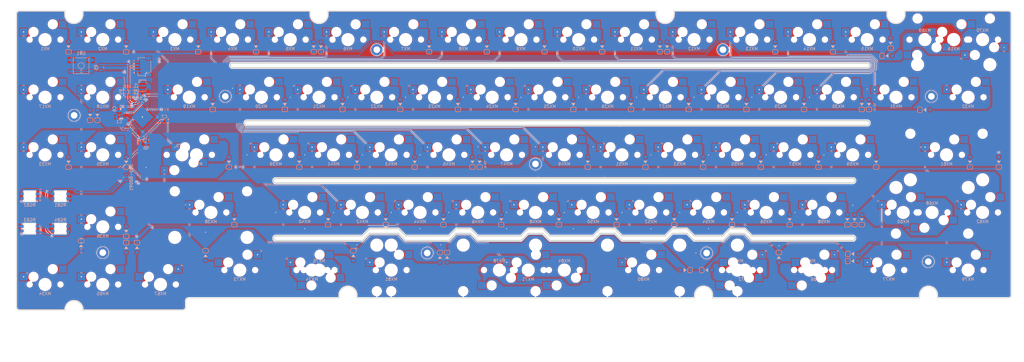
<source format=kicad_pcb>
(kicad_pcb (version 20171130) (host pcbnew "(5.1.10)-1")
  (layers (0 F.Cu signal) (31 B.Cu signal) (34 B.Paste user) (35 F.Paste user) (36 B.SilkS user) (37 F.SilkS user) (38 B.Mask user) (39 F.Mask user) (44 Edge.Cuts user))
  (net 0 "")
  (net 1 +5V)
  (net 2 GND)
  (net 3 "Net-(C6-Pad1)")
  (net 4 D+)
  (net 5 D-)
  (net 6 RST)
  (net 7 "Net-(R6-Pad2)")
  (net 8 "Net-(D1-Pad2)")
  (net 9 "Net-(D2-Pad2)")
  (net 10 "Net-(D3-Pad2)")
  (net 11 "Net-(D4-Pad2)")
  (net 12 "Net-(D5-Pad2)")
  (net 13 "Net-(D6-Pad2)")
  (net 14 "Net-(D7-Pad2)")
  (net 15 "Net-(D8-Pad2)")
  (net 16 "Net-(D9-Pad2)")
  (net 17 "Net-(D10-Pad2)")
  (net 18 "Net-(D11-Pad2)")
  (net 19 "Net-(D12-Pad2)")
  (net 20 "Net-(D13-Pad2)")
  (net 21 "Net-(D14-Pad2)")
  (net 22 "Net-(D15-Pad2)")
  (net 23 "Net-(D16-Pad2)")
  (net 24 "Net-(D17-Pad2)")
  (net 25 "Net-(D18-Pad2)")
  (net 26 "Net-(D19-Pad2)")
  (net 27 "Net-(D20-Pad2)")
  (net 28 "Net-(D21-Pad2)")
  (net 29 "Net-(D22-Pad2)")
  (net 30 "Net-(D23-Pad2)")
  (net 31 "Net-(D24-Pad2)")
  (net 32 "Net-(D25-Pad2)")
  (net 33 "Net-(D26-Pad2)")
  (net 34 "Net-(D27-Pad2)")
  (net 35 "Net-(D28-Pad2)")
  (net 36 "Net-(D29-Pad2)")
  (net 37 "Net-(D30-Pad2)")
  (net 38 "Net-(D31-Pad2)")
  (net 39 "Net-(D32-Pad2)")
  (net 40 "Net-(D33-Pad2)")
  (net 41 "Net-(D34-Pad2)")
  (net 42 "Net-(D35-Pad2)")
  (net 43 "Net-(D36-Pad2)")
  (net 44 "Net-(D37-Pad2)")
  (net 45 "Net-(D38-Pad2)")
  (net 46 "Net-(D39-Pad2)")
  (net 47 "Net-(D40-Pad2)")
  (net 48 "Net-(D41-Pad2)")
  (net 49 "Net-(D42-Pad2)")
  (net 50 "Net-(D43-Pad2)")
  (net 51 "Net-(D44-Pad2)")
  (net 52 "Net-(D45-Pad2)")
  (net 53 "Net-(D46-Pad2)")
  (net 54 "Net-(D47-Pad2)")
  (net 55 "Net-(D48-Pad2)")
  (net 56 "Net-(D49-Pad2)")
  (net 57 "Net-(D50-Pad2)")
  (net 58 "Net-(D51-Pad2)")
  (net 59 "Net-(D52-Pad2)")
  (net 60 "Net-(D53-Pad2)")
  (net 61 "Net-(D54-Pad2)")
  (net 62 "Net-(D55-Pad2)")
  (net 63 "Net-(D56-Pad2)")
  (net 64 "Net-(D57-Pad2)")
  (net 65 "Net-(D58-Pad2)")
  (net 66 "Net-(D59-Pad2)")
  (net 67 "Net-(D60-Pad2)")
  (net 68 "Net-(D61-Pad2)")
  (net 69 "Net-(D62-Pad2)")
  (net 70 "Net-(D63-Pad2)")
  (net 71 "Net-(D64-Pad2)")
  (net 72 "Net-(D65-Pad2)")
  (net 73 "Net-(D66-Pad2)")
  (net 74 "Net-(D67-Pad2)")
  (net 75 "Net-(D68-Pad2)")
  (net 76 "Net-(D69-Pad2)")
  (net 77 "Net-(D70-Pad2)")
  (net 78 "Net-(D71-Pad2)")
  (net 79 "Net-(D72-Pad2)")
  (net 80 "Net-(D73-Pad2)")
  (net 81 DG-)
  (net 82 DG+)
  (net 83 C0)
  (net 84 C1)
  (net 85 C2)
  (net 86 C3)
  (net 87 C4)
  (net 88 C5)
  (net 89 C6)
  (net 90 C7)
  (net 91 C8)
  (net 92 C9)
  (net 93 C10)
  (net 94 C11)
  (net 95 C12)
  (net 96 C13)
  (net 97 C14)
  (net 98 C15)
  (net 99 R0)
  (net 100 R1)
  (net 101 R3)
  (net 102 R2)
  (net 103 R4)
  (net 104 "Net-(U2-Pad17)")
  (net 105 "Net-(U2-Pad16)")
  (net 106 "Net-(D74-Pad2)")
  (net 107 Din)
  (net 108 "Net-(300-600R1-Pad2)")
  (net 109 "Net-(RGB1-Pad2)")
  (net 110 "Net-(RGB2-Pad2)")
  (net 111 "Net-(RGB3-Pad2)")
  (module sanproject-keyboard-part:D_SOD-123 (layer B.Cu) (at 79.77221 64.29402 90)
    (fp_text reference D74)
    (fp_text value D_Small)
    (pad 1 smd roundrect (at -1.65 0 90) (size 1 1.2) (layers B.Cu B.Paste B.Mask) (net 102 R2))
    (pad 2 smd roundrect (at 1.65 0 90) (size 1 1.2) (layers B.Cu B.Paste B.Mask) (net 106 "Net-(D74-Pad2)"))
  )
  (module sanproject-keyboard-part:D_SOD-123 (layer B.Cu) (at 333.970593 64.293804 90)
    (fp_text reference D73)
    (fp_text value D_Small)
    (pad 1 smd roundrect (at -1.65 0 90) (size 1 1.2) (layers B.Cu B.Paste B.Mask) (net 102 R2))
    (pad 2 smd roundrect (at 1.65 0 90) (size 1 1.2) (layers B.Cu B.Paste B.Mask) (net 80 "Net-(D73-Pad2)"))
  )
  (module sanproject-keyboard-part:D_SOD-123 (layer B.Cu) (at 309.56276 47.029727)
    (fp_text reference D72)
    (fp_text value D_Small)
    (pad 1 smd roundrect (at -1.65 0) (size 1 1.2) (layers B.Cu B.Paste B.Mask) (net 100 R1))
    (pad 2 smd roundrect (at 1.65 0) (size 1 1.2) (layers B.Cu B.Paste B.Mask) (net 79 "Net-(D72-Pad2)"))
  )
  (module sanproject-keyboard-part:D_SOD-123 (layer B.Cu) (at 285.75072 94.654926)
    (fp_text reference D71)
    (fp_text value D_Small)
    (pad 1 smd roundrect (at -1.65 0) (size 1 1.2) (layers B.Cu B.Paste B.Mask) (net 103 R4))
    (pad 2 smd roundrect (at 1.65 0) (size 1 1.2) (layers B.Cu B.Paste B.Mask) (net 78 "Net-(D71-Pad2)"))
  )
  (module sanproject-keyboard-part:D_SOD-123 (layer B.Cu) (at 286.345553 83.34382 90)
    (fp_text reference D70)
    (fp_text value D_Small)
    (pad 1 smd roundrect (at -1.65 0 90) (size 1 1.2) (layers B.Cu B.Paste B.Mask) (net 101 R3))
    (pad 2 smd roundrect (at 1.65 0 90) (size 1 1.2) (layers B.Cu B.Paste B.Mask) (net 77 "Net-(D70-Pad2)"))
  )
  (module sanproject-keyboard-part:D_SOD-123 (layer B.Cu) (at 324.445585 64.293804 90)
    (fp_text reference D69)
    (fp_text value D_Small)
    (pad 1 smd roundrect (at -1.65 0 90) (size 1 1.2) (layers B.Cu B.Paste B.Mask) (net 102 R2))
    (pad 2 smd roundrect (at 1.65 0 90) (size 1 1.2) (layers B.Cu B.Paste B.Mask) (net 76 "Net-(D69-Pad2)"))
  )
  (module sanproject-keyboard-part:D_SOD-123 (layer B.Cu) (at 285.75072 97.036182)
    (fp_text reference D68)
    (fp_text value D_Small)
    (pad 1 smd roundrect (at -1.65 0) (size 1 1.2) (layers B.Cu B.Paste B.Mask) (net 103 R4))
    (pad 2 smd roundrect (at 1.65 0) (size 1 1.2) (layers B.Cu B.Paste B.Mask) (net 75 "Net-(D68-Pad2)"))
  )
  (module sanproject-keyboard-part:D_SOD-123 (layer B.Cu) (at 288.726805 83.34382 90)
    (fp_text reference D67)
    (fp_text value D_Small)
    (pad 1 smd roundrect (at -1.65 0 90) (size 1 1.2) (layers B.Cu B.Paste B.Mask) (net 101 R3))
    (pad 2 smd roundrect (at 1.65 0 90) (size 1 1.2) (layers B.Cu B.Paste B.Mask) (net 74 "Net-(D67-Pad2)"))
  )
  (module sanproject-keyboard-part:D_SOD-123 (layer B.Cu) (at 293.489309 64.293804 90)
    (fp_text reference D66)
    (fp_text value D_Small)
    (pad 1 smd roundrect (at -1.65 0 90) (size 1 1.2) (layers B.Cu B.Paste B.Mask) (net 102 R2))
    (pad 2 smd roundrect (at 1.65 0 90) (size 1 1.2) (layers B.Cu B.Paste B.Mask) (net 73 "Net-(D66-Pad2)"))
  )
  (module sanproject-keyboard-part:D_SOD-123 (layer B.Cu) (at 261.342407 95.845393 270)
    (fp_text reference D65)
    (fp_text value D_Small)
    (pad 1 smd roundrect (at -1.65 0 270) (size 1 1.2) (layers B.Cu B.Paste B.Mask) (net 103 R4))
    (pad 2 smd roundrect (at 1.65 0 270) (size 1 1.2) (layers B.Cu B.Paste B.Mask) (net 72 "Net-(D65-Pad2)"))
  )
  (module sanproject-keyboard-part:D_SOD-123 (layer B.Cu) (at 283.964301 83.34382 90)
    (fp_text reference D64)
    (fp_text value D_Small)
    (pad 1 smd roundrect (at -1.65 0 90) (size 1 1.2) (layers B.Cu B.Paste B.Mask) (net 101 R3))
    (pad 2 smd roundrect (at 1.65 0 90) (size 1 1.2) (layers B.Cu B.Paste B.Mask) (net 71 "Net-(D64-Pad2)"))
  )
  (module sanproject-keyboard-part:D_SOD-123 (layer B.Cu) (at 237.530286 100.012752)
    (fp_text reference D63)
    (fp_text value D_Small)
    (pad 1 smd roundrect (at -1.65 0) (size 1 1.2) (layers B.Cu B.Paste B.Mask) (net 103 R4))
    (pad 2 smd roundrect (at 1.65 0) (size 1 1.2) (layers B.Cu B.Paste B.Mask) (net 70 "Net-(D63-Pad2)"))
  )
  (module sanproject-keyboard-part:D_SOD-123 (layer B.Cu) (at 264.914285 83.34382 90)
    (fp_text reference D62)
    (fp_text value D_Small)
    (pad 1 smd roundrect (at -1.65 0 90) (size 1 1.2) (layers B.Cu B.Paste B.Mask) (net 101 R3))
    (pad 2 smd roundrect (at 1.65 0 90) (size 1 1.2) (layers B.Cu B.Paste B.Mask) (net 69 "Net-(D62-Pad2)"))
  )
  (module sanproject-keyboard-part:D_SOD-123 (layer B.Cu) (at 245.864269 83.34382 90)
    (fp_text reference D61)
    (fp_text value D_Small)
    (pad 1 smd roundrect (at -1.65 0 90) (size 1 1.2) (layers B.Cu B.Paste B.Mask) (net 101 R3))
    (pad 2 smd roundrect (at 1.65 0 90) (size 1 1.2) (layers B.Cu B.Paste B.Mask) (net 68 "Net-(D61-Pad2)"))
  )
  (module sanproject-keyboard-part:D_SOD-123 (layer B.Cu) (at 230.386518 100.012752 180)
    (fp_text reference D60)
    (fp_text value D_Small)
    (pad 1 smd roundrect (at -1.65 0 180) (size 1 1.2) (layers B.Cu B.Paste B.Mask) (net 103 R4))
    (pad 2 smd roundrect (at 1.65 0 180) (size 1 1.2) (layers B.Cu B.Paste B.Mask) (net 67 "Net-(D60-Pad2)"))
  )
  (module sanproject-keyboard-part:D_SOD-123 (layer B.Cu) (at 226.814253 83.34382 90)
    (fp_text reference D59)
    (fp_text value D_Small)
    (pad 1 smd roundrect (at -1.65 0 90) (size 1 1.2) (layers B.Cu B.Paste B.Mask) (net 101 R3))
    (pad 2 smd roundrect (at 1.65 0 90) (size 1 1.2) (layers B.Cu B.Paste B.Mask) (net 66 "Net-(D59-Pad2)"))
  )
  (module sanproject-keyboard-part:D_SOD-123 (layer B.Cu) (at 207.764237 83.34382 90)
    (fp_text reference D58)
    (fp_text value D_Small)
    (pad 1 smd roundrect (at -1.65 0 90) (size 1 1.2) (layers B.Cu B.Paste B.Mask) (net 101 R3))
    (pad 2 smd roundrect (at 1.65 0 90) (size 1 1.2) (layers B.Cu B.Paste B.Mask) (net 65 "Net-(D58-Pad2)"))
  )
  (module sanproject-keyboard-part:D_SOD-123 (layer B.Cu) (at 151.804815 95.845393 270)
    (fp_text reference D57)
    (fp_text value D_Small)
    (pad 1 smd roundrect (at -1.65 0 270) (size 1 1.2) (layers B.Cu B.Paste B.Mask) (net 103 R4))
    (pad 2 smd roundrect (at 1.65 0 270) (size 1 1.2) (layers B.Cu B.Paste B.Mask) (net 64 "Net-(D57-Pad2)"))
  )
  (module sanproject-keyboard-part:D_SOD-123 (layer B.Cu) (at 188.714221 83.34382 90)
    (fp_text reference D56)
    (fp_text value D_Small)
    (pad 1 smd roundrect (at -1.65 0 90) (size 1 1.2) (layers B.Cu B.Paste B.Mask) (net 101 R3))
    (pad 2 smd roundrect (at 1.65 0 90) (size 1 1.2) (layers B.Cu B.Paste B.Mask) (net 63 "Net-(D56-Pad2)"))
  )
  (module sanproject-keyboard-part:D_SOD-123 (layer B.Cu) (at 149.423563 95.845393 270)
    (fp_text reference D55)
    (fp_text value D_Small)
    (pad 1 smd roundrect (at -1.65 0 270) (size 1 1.2) (layers B.Cu B.Paste B.Mask) (net 103 R4))
    (pad 2 smd roundrect (at 1.65 0 270) (size 1 1.2) (layers B.Cu B.Paste B.Mask) (net 62 "Net-(D55-Pad2)"))
  )
  (module sanproject-keyboard-part:D_SOD-123 (layer B.Cu) (at 169.664205 83.34382 90)
    (fp_text reference D54)
    (fp_text value D_Small)
    (pad 1 smd roundrect (at -1.65 0 90) (size 1 1.2) (layers B.Cu B.Paste B.Mask) (net 101 R3))
    (pad 2 smd roundrect (at 1.65 0 90) (size 1 1.2) (layers B.Cu B.Paste B.Mask) (net 61 "Net-(D54-Pad2)"))
  )
  (module sanproject-keyboard-part:D_SOD-123 (layer B.Cu) (at 150.614189 83.34382 90)
    (fp_text reference D53)
    (fp_text value D_Small)
    (pad 1 smd roundrect (at -1.65 0 90) (size 1 1.2) (layers B.Cu B.Paste B.Mask) (net 101 R3))
    (pad 2 smd roundrect (at 1.65 0 90) (size 1 1.2) (layers B.Cu B.Paste B.Mask) (net 60 "Net-(D53-Pad2)"))
  )
  (module sanproject-keyboard-part:D_SOD-123 (layer B.Cu) (at 120.848539 95.25008 270)
    (fp_text reference D52)
    (fp_text value D_Small)
    (pad 1 smd roundrect (at -1.65 0 270) (size 1 1.2) (layers B.Cu B.Paste B.Mask) (net 103 R4))
    (pad 2 smd roundrect (at 1.65 0 270) (size 1 1.2) (layers B.Cu B.Paste B.Mask) (net 59 "Net-(D52-Pad2)"))
  )
  (module sanproject-keyboard-part:D_SOD-123 (layer B.Cu) (at 131.564173 83.34382 90)
    (fp_text reference D51)
    (fp_text value D_Small)
    (pad 1 smd roundrect (at -1.65 0 90) (size 1 1.2) (layers B.Cu B.Paste B.Mask) (net 101 R3))
    (pad 2 smd roundrect (at 1.65 0 90) (size 1 1.2) (layers B.Cu B.Paste B.Mask) (net 58 "Net-(D51-Pad2)"))
  )
  (module sanproject-keyboard-part:D_SOD-123 (layer B.Cu) (at 72.032994 95.25024 270)
    (fp_text reference D50)
    (fp_text value D_Small)
    (pad 1 smd roundrect (at -1.65 0 270) (size 1 1.2) (layers B.Cu B.Paste B.Mask) (net 103 R4))
    (pad 2 smd roundrect (at 1.65 0 270) (size 1 1.2) (layers B.Cu B.Paste B.Mask) (net 57 "Net-(D50-Pad2)"))
  )
  (module sanproject-keyboard-part:D_SOD-123 (layer B.Cu) (at 112.514157 83.34382 90)
    (fp_text reference D49)
    (fp_text value D_Small)
    (pad 1 smd roundrect (at -1.65 0 90) (size 1 1.2) (layers B.Cu B.Paste B.Mask) (net 101 R3))
    (pad 2 smd roundrect (at 1.65 0 90) (size 1 1.2) (layers B.Cu B.Paste B.Mask) (net 56 "Net-(D49-Pad2)"))
  )
  (module sanproject-keyboard-part:D_SOD-123 (layer B.Cu) (at 49.410979 92.571327 270)
    (fp_text reference D48)
    (fp_text value D_Small)
    (pad 1 smd roundrect (at -1.65 0 270) (size 1 1.2) (layers B.Cu B.Paste B.Mask) (net 103 R4))
    (pad 2 smd roundrect (at 1.65 0 270) (size 1 1.2) (layers B.Cu B.Paste B.Mask) (net 55 "Net-(D48-Pad2)"))
  )
  (module sanproject-keyboard-part:D_SOD-123 (layer B.Cu) (at 81.557881 83.34382 90)
    (fp_text reference D47)
    (fp_text value D_Small)
    (pad 1 smd roundrect (at -1.65 0 90) (size 1 1.2) (layers B.Cu B.Paste B.Mask) (net 101 R3))
    (pad 2 smd roundrect (at 1.65 0 90) (size 1 1.2) (layers B.Cu B.Paste B.Mask) (net 54 "Net-(D47-Pad2)"))
  )
  (module sanproject-keyboard-part:D_SOD-123 (layer B.Cu) (at 297.061187 29.170337)
    (fp_text reference D46)
    (fp_text value D_Small)
    (pad 1 smd roundrect (at -1.65 0) (size 1 1.2) (layers B.Cu B.Paste B.Mask) (net 99 R0))
    (pad 2 smd roundrect (at 1.65 0) (size 1 1.2) (layers B.Cu B.Paste B.Mask) (net 53 "Net-(D46-Pad2)"))
  )
  (module sanproject-keyboard-part:D_SOD-123 (layer B.Cu) (at 291.108057 45.243788 90)
    (fp_text reference D45)
    (fp_text value D_Small)
    (pad 1 smd roundrect (at -1.65 0 90) (size 1 1.2) (layers B.Cu B.Paste B.Mask) (net 100 R1))
    (pad 2 smd roundrect (at 1.65 0 90) (size 1 1.2) (layers B.Cu B.Paste B.Mask) (net 52 "Net-(D45-Pad2)"))
  )
  (module sanproject-keyboard-part:D_SOD-123 (layer B.Cu) (at 298.251813 25.003146 90)
    (fp_text reference D44)
    (fp_text value D_Small)
    (pad 1 smd roundrect (at -1.65 0 90) (size 1 1.2) (layers B.Cu B.Paste B.Mask) (net 99 R0))
    (pad 2 smd roundrect (at 1.65 0 90) (size 1 1.2) (layers B.Cu B.Paste B.Mask) (net 51 "Net-(D44-Pad2)"))
  )
  (module sanproject-keyboard-part:D_SOD-123 (layer B.Cu) (at 288.726805 45.243788 90)
    (fp_text reference D43)
    (fp_text value D_Small)
    (pad 1 smd roundrect (at -1.65 0 90) (size 1 1.2) (layers B.Cu B.Paste B.Mask) (net 100 R1))
    (pad 2 smd roundrect (at 1.65 0 90) (size 1 1.2) (layers B.Cu B.Paste B.Mask) (net 50 "Net-(D43-Pad2)"))
  )
  (module sanproject-keyboard-part:D_SOD-123 (layer B.Cu) (at 279.201797 26.193772 90)
    (fp_text reference D42)
    (fp_text value D_Small)
    (pad 1 smd roundrect (at -1.65 0 90) (size 1 1.2) (layers B.Cu B.Paste B.Mask) (net 99 R0))
    (pad 2 smd roundrect (at 1.65 0 90) (size 1 1.2) (layers B.Cu B.Paste B.Mask) (net 49 "Net-(D42-Pad2)"))
  )
  (module sanproject-keyboard-part:D_SOD-123 (layer B.Cu) (at 274.439293 64.293804 90)
    (fp_text reference D41)
    (fp_text value D_Small)
    (pad 1 smd roundrect (at -1.65 0 90) (size 1 1.2) (layers B.Cu B.Paste B.Mask) (net 102 R2))
    (pad 2 smd roundrect (at 1.65 0 90) (size 1 1.2) (layers B.Cu B.Paste B.Mask) (net 48 "Net-(D41-Pad2)"))
  )
  (module sanproject-keyboard-part:D_SOD-123 (layer B.Cu) (at 269.676789 45.243788 90)
    (fp_text reference D40)
    (fp_text value D_Small)
    (pad 1 smd roundrect (at -1.65 0 90) (size 1 1.2) (layers B.Cu B.Paste B.Mask) (net 100 R1))
    (pad 2 smd roundrect (at 1.65 0 90) (size 1 1.2) (layers B.Cu B.Paste B.Mask) (net 47 "Net-(D40-Pad2)"))
  )
  (module sanproject-keyboard-part:D_SOD-123 (layer B.Cu) (at 260.151781 26.193772 90)
    (fp_text reference D39)
    (fp_text value D_Small)
    (pad 1 smd roundrect (at -1.65 0 90) (size 1 1.2) (layers B.Cu B.Paste B.Mask) (net 99 R0))
    (pad 2 smd roundrect (at 1.65 0 90) (size 1 1.2) (layers B.Cu B.Paste B.Mask) (net 46 "Net-(D39-Pad2)"))
  )
  (module sanproject-keyboard-part:D_SOD-123 (layer B.Cu) (at 255.389277 64.293804 90)
    (fp_text reference D38)
    (fp_text value D_Small)
    (pad 1 smd roundrect (at -1.65 0 90) (size 1 1.2) (layers B.Cu B.Paste B.Mask) (net 102 R2))
    (pad 2 smd roundrect (at 1.65 0 90) (size 1 1.2) (layers B.Cu B.Paste B.Mask) (net 45 "Net-(D38-Pad2)"))
  )
  (module sanproject-keyboard-part:D_SOD-123 (layer B.Cu) (at 250.626773 45.243788 90)
    (fp_text reference D37)
    (fp_text value D_Small)
    (pad 1 smd roundrect (at -1.65 0 90) (size 1 1.2) (layers B.Cu B.Paste B.Mask) (net 100 R1))
    (pad 2 smd roundrect (at 1.65 0 90) (size 1 1.2) (layers B.Cu B.Paste B.Mask) (net 44 "Net-(D37-Pad2)"))
  )
  (module sanproject-keyboard-part:D_SOD-123 (layer B.Cu) (at 224.433001 26.193772 90)
    (fp_text reference D36)
    (fp_text value D_Small)
    (pad 1 smd roundrect (at -1.65 0 90) (size 1 1.2) (layers B.Cu B.Paste B.Mask) (net 99 R0))
    (pad 2 smd roundrect (at 1.65 0 90) (size 1 1.2) (layers B.Cu B.Paste B.Mask) (net 43 "Net-(D36-Pad2)"))
  )
  (module sanproject-keyboard-part:D_SOD-123 (layer B.Cu) (at 236.339261 64.293804 90)
    (fp_text reference D35)
    (fp_text value D_Small)
    (pad 1 smd roundrect (at -1.65 0 90) (size 1 1.2) (layers B.Cu B.Paste B.Mask) (net 102 R2))
    (pad 2 smd roundrect (at 1.65 0 90) (size 1 1.2) (layers B.Cu B.Paste B.Mask) (net 42 "Net-(D35-Pad2)"))
  )
  (module sanproject-keyboard-part:D_SOD-123 (layer B.Cu) (at 231.576757 45.243788 90)
    (fp_text reference D34)
    (fp_text value D_Small)
    (pad 1 smd roundrect (at -1.65 0 90) (size 1 1.2) (layers B.Cu B.Paste B.Mask) (net 100 R1))
    (pad 2 smd roundrect (at 1.65 0 90) (size 1 1.2) (layers B.Cu B.Paste B.Mask) (net 41 "Net-(D34-Pad2)"))
  )
  (module sanproject-keyboard-part:D_SOD-123 (layer B.Cu) (at 222.051749 26.193772 90)
    (fp_text reference D33)
    (fp_text value D_Small)
    (pad 1 smd roundrect (at -1.65 0 90) (size 1 1.2) (layers B.Cu B.Paste B.Mask) (net 99 R0))
    (pad 2 smd roundrect (at 1.65 0 90) (size 1 1.2) (layers B.Cu B.Paste B.Mask) (net 40 "Net-(D33-Pad2)"))
  )
  (module sanproject-keyboard-part:D_SOD-123 (layer B.Cu) (at 217.289245 64.293804 90)
    (fp_text reference D32)
    (fp_text value D_Small)
    (pad 1 smd roundrect (at -1.65 0 90) (size 1 1.2) (layers B.Cu B.Paste B.Mask) (net 102 R2))
    (pad 2 smd roundrect (at 1.65 0 90) (size 1 1.2) (layers B.Cu B.Paste B.Mask) (net 39 "Net-(D32-Pad2)"))
  )
  (module sanproject-keyboard-part:D_SOD-123 (layer B.Cu) (at 212.526741 45.243788 90)
    (fp_text reference D31)
    (fp_text value D_Small)
    (pad 1 smd roundrect (at -1.65 0 90) (size 1 1.2) (layers B.Cu B.Paste B.Mask) (net 100 R1))
    (pad 2 smd roundrect (at 1.65 0 90) (size 1 1.2) (layers B.Cu B.Paste B.Mask) (net 38 "Net-(D31-Pad2)"))
  )
  (module sanproject-keyboard-part:D_SOD-123 (layer B.Cu) (at 203.001733 26.193772 90)
    (fp_text reference D30)
    (fp_text value D_Small)
    (pad 1 smd roundrect (at -1.65 0 90) (size 1 1.2) (layers B.Cu B.Paste B.Mask) (net 99 R0))
    (pad 2 smd roundrect (at 1.65 0 90) (size 1 1.2) (layers B.Cu B.Paste B.Mask) (net 37 "Net-(D30-Pad2)"))
  )
  (module sanproject-keyboard-part:D_SOD-123 (layer B.Cu) (at 198.239229 64.293804 90)
    (fp_text reference D29)
    (fp_text value D_Small)
    (pad 1 smd roundrect (at -1.65 0 90) (size 1 1.2) (layers B.Cu B.Paste B.Mask) (net 102 R2))
    (pad 2 smd roundrect (at 1.65 0 90) (size 1 1.2) (layers B.Cu B.Paste B.Mask) (net 36 "Net-(D29-Pad2)"))
  )
  (module sanproject-keyboard-part:D_SOD-123 (layer B.Cu) (at 193.476725 45.243788 90)
    (fp_text reference D28)
    (fp_text value D_Small)
    (pad 1 smd roundrect (at -1.65 0 90) (size 1 1.2) (layers B.Cu B.Paste B.Mask) (net 100 R1))
    (pad 2 smd roundrect (at 1.65 0 90) (size 1 1.2) (layers B.Cu B.Paste B.Mask) (net 35 "Net-(D28-Pad2)"))
  )
  (module sanproject-keyboard-part:D_SOD-123 (layer B.Cu) (at 183.951717 26.193772 90)
    (fp_text reference D27)
    (fp_text value D_Small)
    (pad 1 smd roundrect (at -1.65 0 90) (size 1 1.2) (layers B.Cu B.Paste B.Mask) (net 99 R0))
    (pad 2 smd roundrect (at 1.65 0 90) (size 1 1.2) (layers B.Cu B.Paste B.Mask) (net 34 "Net-(D27-Pad2)"))
  )
  (module sanproject-keyboard-part:D_SOD-123 (layer B.Cu) (at 162.520449 64.293804 90)
    (fp_text reference D26)
    (fp_text value D_Small)
    (pad 1 smd roundrect (at -1.65 0 90) (size 1 1.2) (layers B.Cu B.Paste B.Mask) (net 102 R2))
    (pad 2 smd roundrect (at 1.65 0 90) (size 1 1.2) (layers B.Cu B.Paste B.Mask) (net 33 "Net-(D26-Pad2)"))
  )
  (module sanproject-keyboard-part:D_SOD-123 (layer B.Cu) (at 174.426709 45.243788 90)
    (fp_text reference D25)
    (fp_text value D_Small)
    (pad 1 smd roundrect (at -1.65 0 90) (size 1 1.2) (layers B.Cu B.Paste B.Mask) (net 100 R1))
    (pad 2 smd roundrect (at 1.65 0 90) (size 1 1.2) (layers B.Cu B.Paste B.Mask) (net 32 "Net-(D25-Pad2)"))
  )
  (module sanproject-keyboard-part:D_SOD-123 (layer B.Cu) (at 164.901701 26.193772 90)
    (fp_text reference D24)
    (fp_text value D_Small)
    (pad 1 smd roundrect (at -1.65 0 90) (size 1 1.2) (layers B.Cu B.Paste B.Mask) (net 99 R0))
    (pad 2 smd roundrect (at 1.65 0 90) (size 1 1.2) (layers B.Cu B.Paste B.Mask) (net 31 "Net-(D24-Pad2)"))
  )
  (module sanproject-keyboard-part:D_SOD-123 (layer B.Cu) (at 160.139197 64.293804 90)
    (fp_text reference D23)
    (fp_text value D_Small)
    (pad 1 smd roundrect (at -1.65 0 90) (size 1 1.2) (layers B.Cu B.Paste B.Mask) (net 102 R2))
    (pad 2 smd roundrect (at 1.65 0 90) (size 1 1.2) (layers B.Cu B.Paste B.Mask) (net 30 "Net-(D23-Pad2)"))
  )
  (module sanproject-keyboard-part:D_SOD-123 (layer B.Cu) (at 155.376693 45.243788 90)
    (fp_text reference D22)
    (fp_text value D_Small)
    (pad 1 smd roundrect (at -1.65 0 90) (size 1 1.2) (layers B.Cu B.Paste B.Mask) (net 100 R1))
    (pad 2 smd roundrect (at 1.65 0 90) (size 1 1.2) (layers B.Cu B.Paste B.Mask) (net 29 "Net-(D22-Pad2)"))
  )
  (module sanproject-keyboard-part:D_SOD-123 (layer B.Cu) (at 145.851685 26.193772 90)
    (fp_text reference D21)
    (fp_text value D_Small)
    (pad 1 smd roundrect (at -1.65 0 90) (size 1 1.2) (layers B.Cu B.Paste B.Mask) (net 99 R0))
    (pad 2 smd roundrect (at 1.65 0 90) (size 1 1.2) (layers B.Cu B.Paste B.Mask) (net 28 "Net-(D21-Pad2)"))
  )
  (module sanproject-keyboard-part:D_SOD-123 (layer B.Cu) (at 26.78913 64.293912 90)
    (fp_text reference D20)
    (fp_text value D_Small)
    (pad 1 smd roundrect (at -1.65 0 90) (size 1 1.2) (layers B.Cu B.Paste B.Mask) (net 102 R2))
    (pad 2 smd roundrect (at 1.65 0 90) (size 1 1.2) (layers B.Cu B.Paste B.Mask) (net 27 "Net-(D20-Pad2)"))
  )
  (module sanproject-keyboard-part:D_SOD-123 (layer B.Cu) (at 141.089181 64.293804 90)
    (fp_text reference D19)
    (fp_text value D_Small)
    (pad 1 smd roundrect (at -1.65 0 90) (size 1 1.2) (layers B.Cu B.Paste B.Mask) (net 102 R2))
    (pad 2 smd roundrect (at 1.65 0 90) (size 1 1.2) (layers B.Cu B.Paste B.Mask) (net 26 "Net-(D19-Pad2)"))
  )
  (module sanproject-keyboard-part:D_SOD-123 (layer B.Cu) (at 136.326677 45.243788 90)
    (fp_text reference D18)
    (fp_text value D_Small)
    (pad 1 smd roundrect (at -1.65 0 90) (size 1 1.2) (layers B.Cu B.Paste B.Mask) (net 100 R1))
    (pad 2 smd roundrect (at 1.65 0 90) (size 1 1.2) (layers B.Cu B.Paste B.Mask) (net 25 "Net-(D18-Pad2)"))
  )
  (module sanproject-keyboard-part:D_SOD-123 (layer B.Cu) (at 110.132905 26.19375 90)
    (fp_text reference D17)
    (fp_text value D_Small)
    (pad 1 smd roundrect (at -1.65 0 90) (size 1 1.2) (layers B.Cu B.Paste B.Mask) (net 99 R0))
    (pad 2 smd roundrect (at 1.65 0 90) (size 1 1.2) (layers B.Cu B.Paste B.Mask) (net 24 "Net-(D17-Pad2)"))
  )
  (module sanproject-keyboard-part:D_SOD-123 (layer B.Cu) (at 45.839101 92.571172 270)
    (fp_text reference D16)
    (fp_text value D_Small)
    (pad 1 smd roundrect (at -1.65 0 270) (size 1 1.2) (layers B.Cu B.Paste B.Mask) (net 103 R4))
    (pad 2 smd roundrect (at 1.65 0 270) (size 1 1.2) (layers B.Cu B.Paste B.Mask) (net 23 "Net-(D16-Pad2)"))
  )
  (module sanproject-keyboard-part:D_SOD-123 (layer B.Cu) (at 122.039165 64.293804 90)
    (fp_text reference D15)
    (fp_text value D_Small)
    (pad 1 smd roundrect (at -1.65 0 90) (size 1 1.2) (layers B.Cu B.Paste B.Mask) (net 102 R2))
    (pad 2 smd roundrect (at 1.65 0 90) (size 1 1.2) (layers B.Cu B.Paste B.Mask) (net 22 "Net-(D15-Pad2)"))
  )
  (module sanproject-keyboard-part:D_SOD-123 (layer B.Cu) (at 117.276661 45.243788 90)
    (fp_text reference D14)
    (fp_text value D_Small)
    (pad 1 smd roundrect (at -1.65 0 90) (size 1 1.2) (layers B.Cu B.Paste B.Mask) (net 100 R1))
    (pad 2 smd roundrect (at 1.65 0 90) (size 1 1.2) (layers B.Cu B.Paste B.Mask) (net 21 "Net-(D14-Pad2)"))
  )
  (module sanproject-keyboard-part:D_SOD-123 (layer B.Cu) (at 45.839101 87.213355 90)
    (fp_text reference D13)
    (fp_text value D_Small)
    (pad 1 smd roundrect (at -1.65 0 90) (size 1 1.2) (layers B.Cu B.Paste B.Mask) (net 101 R3))
    (pad 2 smd roundrect (at 1.65 0 90) (size 1 1.2) (layers B.Cu B.Paste B.Mask) (net 20 "Net-(D13-Pad2)"))
  )
  (module sanproject-keyboard-part:D_SOD-123 (layer B.Cu) (at 102.989149 64.293804 90)
    (fp_text reference D12)
    (fp_text value D_Small)
    (pad 1 smd roundrect (at -1.65 0 90) (size 1 1.2) (layers B.Cu B.Paste B.Mask) (net 102 R2))
    (pad 2 smd roundrect (at 1.65 0 90) (size 1 1.2) (layers B.Cu B.Paste B.Mask) (net 19 "Net-(D12-Pad2)"))
  )
  (module sanproject-keyboard-part:D_SOD-123 (layer B.Cu) (at 98.226645 45.243788 90)
    (fp_text reference D11)
    (fp_text value D_Small)
    (pad 1 smd roundrect (at -1.65 0 90) (size 1 1.2) (layers B.Cu B.Paste B.Mask) (net 100 R1))
    (pad 2 smd roundrect (at 1.65 0 90) (size 1 1.2) (layers B.Cu B.Paste B.Mask) (net 18 "Net-(D11-Pad2)"))
  )
  (module sanproject-keyboard-part:D_SOD-123 (layer B.Cu) (at 45.839178 64.293912 90)
    (fp_text reference D10)
    (fp_text value D_Small)
    (pad 1 smd roundrect (at -1.65 0 90) (size 1 1.2) (layers B.Cu B.Paste B.Mask) (net 102 R2))
    (pad 2 smd roundrect (at 1.65 0 90) (size 1 1.2) (layers B.Cu B.Paste B.Mask) (net 17 "Net-(D10-Pad2)"))
  )
  (module sanproject-keyboard-part:D_SOD-123 (layer B.Cu) (at 74.414125 45.243788 90)
    (fp_text reference D9)
    (fp_text value D_Small)
    (pad 1 smd roundrect (at -1.65 0 90) (size 1 1.2) (layers B.Cu B.Paste B.Mask) (net 100 R1))
    (pad 2 smd roundrect (at 1.65 0 90) (size 1 1.2) (layers B.Cu B.Paste B.Mask) (net 16 "Net-(D9-Pad2)"))
  )
  (module sanproject-keyboard-part:D_SOD-123 (layer B.Cu) (at 30.956328 91.976013 270)
    (fp_text reference D8)
    (fp_text value D_Small)
    (pad 1 smd roundrect (at -1.65 0 270) (size 1 1.2) (layers B.Cu B.Paste B.Mask) (net 101 R3))
    (pad 2 smd roundrect (at 1.65 0 270) (size 1 1.2) (layers B.Cu B.Paste B.Mask) (net 15 "Net-(D8-Pad2)"))
  )
  (module sanproject-keyboard-part:D_SOD-123 (layer B.Cu) (at 36.314154 48.815666 90)
    (fp_text reference D7)
    (fp_text value D_Small)
    (pad 1 smd roundrect (at -1.65 0 90) (size 1 1.2) (layers B.Cu B.Paste B.Mask) (net 100 R1))
    (pad 2 smd roundrect (at 1.65 0 90) (size 1 1.2) (layers B.Cu B.Paste B.Mask) (net 14 "Net-(D7-Pad2)"))
  )
  (module sanproject-keyboard-part:D_SOD-123 (layer B.Cu) (at 33.932898 48.815748 90)
    (fp_text reference D6)
    (fp_text value D_Small)
    (pad 1 smd roundrect (at -1.65 0 90) (size 1 1.2) (layers B.Cu B.Paste B.Mask) (net 100 R1))
    (pad 2 smd roundrect (at 1.65 0 90) (size 1 1.2) (layers B.Cu B.Paste B.Mask) (net 13 "Net-(D6-Pad2)"))
  )
  (module sanproject-keyboard-part:D_SOD-123 (layer B.Cu) (at 107.751653 26.193772 90)
    (fp_text reference D5)
    (fp_text value D_Small)
    (pad 1 smd roundrect (at -1.65 0 90) (size 1 1.2) (layers B.Cu B.Paste B.Mask) (net 99 R0))
    (pad 2 smd roundrect (at 1.65 0 90) (size 1 1.2) (layers B.Cu B.Paste B.Mask) (net 12 "Net-(D5-Pad2)"))
  )
  (module sanproject-keyboard-part:D_SOD-123 (layer B.Cu) (at 88.701637 26.193772 90)
    (fp_text reference D4)
    (fp_text value D_Small)
    (pad 1 smd roundrect (at -1.65 0 90) (size 1 1.2) (layers B.Cu B.Paste B.Mask) (net 99 R0))
    (pad 2 smd roundrect (at 1.65 0 90) (size 1 1.2) (layers B.Cu B.Paste B.Mask) (net 11 "Net-(D4-Pad2)"))
  )
  (module sanproject-keyboard-part:D_SOD-123 (layer B.Cu) (at 69.651621 26.193772 90)
    (fp_text reference D3)
    (fp_text value D_Small)
    (pad 1 smd roundrect (at -1.65 0 90) (size 1 1.2) (layers B.Cu B.Paste B.Mask) (net 99 R0))
    (pad 2 smd roundrect (at 1.65 0 90) (size 1 1.2) (layers B.Cu B.Paste B.Mask) (net 10 "Net-(D3-Pad2)"))
  )
  (module sanproject-keyboard-part:D_SOD-123 (layer B.Cu) (at 45.839101 26.193772 90)
    (fp_text reference D2)
    (fp_text value D_Small)
    (pad 1 smd roundrect (at -1.65 0 90) (size 1 1.2) (layers B.Cu B.Paste B.Mask) (net 99 R0))
    (pad 2 smd roundrect (at 1.65 0 90) (size 1 1.2) (layers B.Cu B.Paste B.Mask) (net 9 "Net-(D2-Pad2)"))
  )
  (module sanproject-keyboard-part:D_SOD-123 (layer B.Cu) (at 26.789085 26.193772 90)
    (fp_text reference D1)
    (fp_text value D_Small)
    (pad 1 smd roundrect (at -1.65 0 90) (size 1 1.2) (layers B.Cu B.Paste B.Mask) (net 99 R0))
    (pad 2 smd roundrect (at 1.65 0 90) (size 1 1.2) (layers B.Cu B.Paste B.Mask) (net 8 "Net-(D1-Pad2)"))
  )
  (module MX_Only_v3:MXOnly-2.75U-Hotswap (layer F.Cu) (at 311.94375 80.9625 180)
    (fp_text reference MX68)
    (fp_text value MX-1U-NoLED)
    (fp_text user %R (at 0 3.048) (layer B.SilkS) (effects (justify mirror)))
    (pad "" np_thru_hole circle (at 2.54 -5.08 180) (size 3 3) (drill 3) (layers *.Cu *.Mask))
    (pad "" np_thru_hole circle (at 0 0 180) (size 3.9878 3.9878) (drill 3.9878) (layers *.Cu *.Mask))
    (pad "" np_thru_hole circle (at -3.81 -2.54 180) (size 3 3) (drill 3) (layers *.Cu *.Mask))
    (pad "" np_thru_hole circle (at -5.08 0 228.0996) (size 1.75 1.75) (drill 1.75) (layers *.Cu *.Mask))
    (pad "" np_thru_hole circle (at 5.08 0 228.0996) (size 1.75 1.75) (drill 1.75) (layers *.Cu *.Mask))
    (pad 1 smd rect (at -7.085 -2.54 180) (size 2.55 2.5) (layers B.Cu B.Paste B.Mask) (net 74 "Net-(D67-Pad2)"))
    (pad 2 smd rect (at 5.842 -5.08 180) (size 2.55 2.5) (layers B.Cu B.Paste B.Mask) (net 96 C13))
    (pad "" np_thru_hole circle (at 11.938 -6.985 180) (size 3.048 3.048) (drill 3.048) (layers *.Cu *.Mask))
    (pad "" np_thru_hole circle (at -11.938 -6.985 180) (size 3.048 3.048) (drill 3.048) (layers *.Cu *.Mask))
    (pad "" np_thru_hole circle (at 11.938 8.255 180) (size 3.9878 3.9878) (drill 3.9878) (layers *.Cu *.Mask))
    (pad "" np_thru_hole circle (at -11.938 8.255 180) (size 3.9878 3.9878) (drill 3.9878) (layers *.Cu *.Mask))
  )
  (module MX_Only_v3:MXOnly-1U-Hotswap (layer F.Cu) (at 38.1 42.8625)
    (fp_text reference MX18)
    (fp_text value MX-1U-NoLED)
    (fp_text user %R (at 0 3.048) (layer B.SilkS) (effects (justify mirror)))
    (pad "" np_thru_hole circle (at 2.54 -5.08) (size 3 3) (drill 3) (layers *.Cu *.Mask))
    (pad "" np_thru_hole circle (at 0 0) (size 3.9878 3.9878) (drill 3.9878) (layers *.Cu *.Mask))
    (pad "" np_thru_hole circle (at -3.81 -2.54) (size 3 3) (drill 3) (layers *.Cu *.Mask))
    (pad "" np_thru_hole circle (at -5.08 0 48.0996) (size 1.75 1.75) (drill 1.75) (layers *.Cu *.Mask))
    (pad "" np_thru_hole circle (at 5.08 0 48.0996) (size 1.75 1.75) (drill 1.75) (layers *.Cu *.Mask))
    (pad 1 smd rect (at -7.085 -2.54) (size 2.55 2.5) (layers B.Cu B.Paste B.Mask) (net 84 C1))
    (pad 2 smd rect (at 5.842 -5.08) (size 2.55 2.5) (layers B.Cu B.Paste B.Mask) (net 14 "Net-(D7-Pad2)"))
  )
  (module sanproject-keyboard-part:MountingHole_2.2mm_M2_ISO14580_Pad (layer F.Cu) (at 242.888444 27.151663)
    (fp_text reference LOGO10)
    (fp_text value Logo_Open_Hardware_Small)
    (pad 1 thru_hole circle (at 0 0) (size 3.8 3.8) (drill 2.2) (layers *.Cu *.Mask))
  )
  (module sanproject-keyboard-part:MountingHole_2.2mm_M2_ISO14580_Pad (layer F.Cu) (at 78.564559 42.580277)
    (fp_text reference LOGO9)
    (fp_text value Logo_Open_Hardware_Small)
    (pad 1 thru_hole circle (at 0 0) (size 3.8 3.8) (drill 2.2) (layers *.Cu *.Mask))
  )
  (module sanproject-keyboard-part:MountingHole_2.2mm_M2_ISO14580_Pad (layer F.Cu) (at 145.239559 94.36805)
    (fp_text reference LOGO8)
    (fp_text value Logo_Open_Hardware_Small)
    (pad 1 thru_hole circle (at 0 0) (size 3.8 3.8) (drill 2.2) (layers *.Cu *.Mask))
  )
  (module sanproject-keyboard-part:MountingHole_2.2mm_M2_ISO14580_Pad (layer F.Cu) (at 237.490948 94.36805)
    (fp_text reference LOGO7)
    (fp_text value Logo_Open_Hardware_Small)
    (pad 1 thru_hole circle (at 0 0) (size 3.8 3.8) (drill 2.2) (layers *.Cu *.Mask))
  )
  (module sanproject-keyboard-part:MountingHole_2.2mm_M2_ISO14580_Pad (layer F.Cu) (at 310.692337 97.225552)
    (fp_text reference LOGO6)
    (fp_text value Logo_Open_Hardware_Small)
    (pad 1 thru_hole circle (at 0 0) (size 3.8 3.8) (drill 2.2) (layers *.Cu *.Mask))
  )
  (module sanproject-keyboard-part:MountingHole_2.2mm_M2_ISO14580_Pad (layer F.Cu) (at 180.975944 64.924721)
    (fp_text reference LOGO5)
    (fp_text value Logo_Open_Hardware_Small)
    (pad 1 thru_hole circle (at 0 0) (size 3.8 3.8) (drill 2.2) (layers *.Cu *.Mask))
  )
  (module sanproject-keyboard-part:MountingHole_2.2mm_M2_ISO14580_Pad (layer F.Cu) (at 128.588454 27.151663)
    (fp_text reference LOGO4)
    (fp_text value Logo_Open_Hardware_Small)
    (pad 1 thru_hole circle (at 0 0) (size 3.8 3.8) (drill 2.2) (layers *.Cu *.Mask))
  )
  (module sanproject-keyboard-part:MountingHole_2.2mm_M2_ISO14580_Pad (layer F.Cu) (at 38.100954 94.249995)
    (fp_text reference LOGO3)
    (fp_text value Logo_Open_Hardware_Small)
    (pad 1 thru_hole circle (at 0 0) (size 3.8 3.8) (drill 2.2) (layers *.Cu *.Mask))
  )
  (module sanproject-keyboard-part:MountingHole_2.2mm_M2_ISO14580_Pad (layer F.Cu) (at 311.715401 42.580277)
    (fp_text reference LOGO2)
    (fp_text value Logo_Open_Hardware_Small)
    (pad 1 thru_hole circle (at 0 0) (size 3.8 3.8) (drill 2.2) (layers *.Cu *.Mask))
  )
  (module sanproject-keyboard-part:MountingHole_2.2mm_M2_ISO14580_Pad (layer F.Cu) (at 28.646509 48.859717)
    (fp_text reference LOGO1)
    (fp_text value Logo_Open_Hardware_Small)
    (pad 1 thru_hole circle (at 0 0) (size 3.8 3.8) (drill 2.2) (layers *.Cu *.Mask))
  )
  (module sanproject-keyboard-part:C_0603 (layer B.Cu) (at 58.42 50.8 180)
    (fp_text reference C7 (at 0 1.5) (layer B.SilkS) (effects (justify mirror)))
    (fp_text value 0.1uF)
    (pad 2 smd rect (at 0.75 0 180) (size 0.8 0.75) (layers B.Cu B.Paste B.Mask) (net 1 +5V))
    (pad 1 smd rect (at -0.75 0 180) (size 0.8 0.75) (layers B.Cu B.Paste B.Mask) (net 2 GND))
  )
  (module sanproject-keyboard-part:C_0603 (layer B.Cu) (at 43.457922 46.732149 270)
    (fp_text reference C6 (at 0 1.5 90) (layer B.SilkS) (effects (justify mirror)))
    (fp_text value 1uF)
    (pad 2 smd rect (at 0.75 0 270) (size 0.8 0.75) (layers B.Cu B.Paste B.Mask) (net 2 GND))
    (pad 1 smd rect (at -0.75 0 270) (size 0.8 0.75) (layers B.Cu B.Paste B.Mask) (net 3 "Net-(C6-Pad1)"))
  )
  (module sanproject-keyboard-part:C_0603 (layer B.Cu) (at 51.197004 41.67198)
    (fp_text reference C5 (at 0 1.5) (layer B.SilkS) (effects (justify mirror)))
    (fp_text value 0.1uF)
    (pad 2 smd rect (at 0.75 0) (size 0.8 0.75) (layers B.Cu B.Paste B.Mask) (net 1 +5V))
    (pad 1 smd rect (at -0.75 0) (size 0.8 0.75) (layers B.Cu B.Paste B.Mask) (net 2 GND))
  )
  (module sanproject-keyboard-part:C_0603 (layer B.Cu) (at 50.601605 57.150048 90)
    (fp_text reference C4 (at 0 1.5 90) (layer B.SilkS) (effects (justify mirror)))
    (fp_text value 0.1uF)
    (pad 2 smd rect (at 0.75 0 90) (size 0.8 0.75) (layers B.Cu B.Paste B.Mask) (net 1 +5V))
    (pad 1 smd rect (at -0.75 0 90) (size 0.8 0.75) (layers B.Cu B.Paste B.Mask) (net 2 GND))
  )
  (module sanproject-keyboard-part:C_0603 (layer B.Cu) (at 43.457849 49.410979)
    (fp_text reference C1 (at 0 1.5) (layer B.SilkS) (effects (justify mirror)))
    (fp_text value 10uF)
    (pad 2 smd rect (at 0.75 0) (size 0.8 0.75) (layers B.Cu B.Paste B.Mask) (net 1 +5V))
    (pad 1 smd rect (at -0.75 0) (size 0.8 0.75) (layers B.Cu B.Paste B.Mask) (net 2 GND))
  )
  (module sanproject-keyboard-part:SKQG-1155865 (layer B.Cu) (at 30.956328 32.444613)
    (fp_text reference SW1 (at 0 -4.064) (layer B.SilkS) (effects (justify mirror)))
    (fp_text value SW_Push)
    (pad 1 smd rect (at 3.1 -1.85) (size 1.8 1.1) (layers B.Cu B.Paste B.Mask) (net 2 GND))
    (pad 2 smd rect (at -3.1 1.85) (size 1.8 1.1) (layers B.Cu B.Paste B.Mask) (net 6 RST))
    (pad 2 smd rect (at 3.1 1.85) (size 1.8 1.1) (layers B.Cu B.Paste B.Mask) (net 6 RST))
    (pad 1 smd rect (at -3.1 -1.85) (size 1.8 1.1) (layers B.Cu B.Paste B.Mask) (net 2 GND))
  )
  (module sanproject-keyboard-part:R_0805 (layer B.Cu) (at 45.839178 69.354081 90)
    (fp_text reference 300-600R1 (at 0 1.65 90) (layer B.SilkS) (effects (justify mirror)))
    (fp_text value 1k)
    (pad 1 smd rect (at -0.95 0 90) (size 0.7 1.3) (layers B.Cu B.Paste B.Mask) (net 107 Din))
    (pad 2 smd rect (at 0.95 0 90) (size 0.7 1.3) (layers B.Cu B.Paste B.Mask) (net 108 "Net-(300-600R1-Pad2)"))
  )
  (module sanproject-keyboard-part:R_0805 (layer B.Cu) (at 37.504782 33.039927 270)
    (fp_text reference R5 (at 0 1.65 90) (layer B.SilkS) (effects (justify mirror)))
    (fp_text value 10k)
    (pad 1 smd rect (at -0.95 0 270) (size 0.7 1.3) (layers B.Cu B.Paste B.Mask) (net 1 +5V))
    (pad 2 smd rect (at 0.95 0 270) (size 0.7 1.3) (layers B.Cu B.Paste B.Mask) (net 6 RST))
  )
  (module sanproject-keyboard-part:RGB-6028-mid (layer B.Cu) (at 24.110217 86.32053)
    (fp_text reference RGB4 (at 0 -2.92 180) (layer B.SilkS) (effects (justify mirror)))
    (fp_text value WS2812B)
    (fp_line (start 1.9 1.7) (end -1.9 1.7) (layer Edge.Cuts) (width 0.15))
    (fp_line (start 1.9 1.7) (end 1.9 -1.7) (layer Edge.Cuts) (width 0.15))
    (fp_line (start 1.9 -1.7) (end -1.9 -1.7) (layer Edge.Cuts) (width 0.15))
    (fp_line (start -1.9 1.7) (end -1.9 -1.7) (layer Edge.Cuts) (width 0.15))
    (pad 2 smd rect (at 2.595 -0.75) (size 1.19 0.9) (layers B.Cu B.Paste B.Mask))
    (pad 4 smd rect (at -2.595 0.75) (size 1.19 0.9) (layers B.Cu B.Paste B.Mask) (net 111 "Net-(RGB3-Pad2)"))
    (pad 3 smd rect (at -2.595 -0.75) (size 1.19 0.9) (layers B.Cu B.Paste B.Mask) (net 2 GND))
    (pad 1 smd rect (at 2.595 0.75) (size 1.19 0.9) (layers B.Cu B.Paste B.Mask) (net 1 +5V))
  )
  (module sanproject-keyboard-part:RGB-6028-mid (layer B.Cu) (at 13.989879 86.32053)
    (fp_text reference RGB3 (at 0 -2.92 180) (layer B.SilkS) (effects (justify mirror)))
    (fp_text value WS2812B)
    (fp_line (start -1.9 1.7) (end -1.9 -1.7) (layer Edge.Cuts) (width 0.15))
    (fp_line (start 1.9 -1.7) (end -1.9 -1.7) (layer Edge.Cuts) (width 0.15))
    (fp_line (start 1.9 1.7) (end 1.9 -1.7) (layer Edge.Cuts) (width 0.15))
    (fp_line (start 1.9 1.7) (end -1.9 1.7) (layer Edge.Cuts) (width 0.15))
    (pad 1 smd rect (at 2.595 0.75) (size 1.19 0.9) (layers B.Cu B.Paste B.Mask) (net 1 +5V))
    (pad 3 smd rect (at -2.595 -0.75) (size 1.19 0.9) (layers B.Cu B.Paste B.Mask) (net 2 GND))
    (pad 4 smd rect (at -2.595 0.75) (size 1.19 0.9) (layers B.Cu B.Paste B.Mask) (net 110 "Net-(RGB2-Pad2)"))
    (pad 2 smd rect (at 2.595 -0.75) (size 1.19 0.9) (layers B.Cu B.Paste B.Mask) (net 111 "Net-(RGB3-Pad2)"))
  )
  (module sanproject-keyboard-part:RGB-6028-mid (layer B.Cu) (at 13.989879 75.604878 180)
    (fp_text reference RGB2 (at 0 -2.92 180) (layer B.SilkS) (effects (justify mirror)))
    (fp_text value WS2812B)
    (fp_line (start 1.9 1.7) (end -1.9 1.7) (layer Edge.Cuts) (width 0.15))
    (fp_line (start 1.9 1.7) (end 1.9 -1.7) (layer Edge.Cuts) (width 0.15))
    (fp_line (start 1.9 -1.7) (end -1.9 -1.7) (layer Edge.Cuts) (width 0.15))
    (fp_line (start -1.9 1.7) (end -1.9 -1.7) (layer Edge.Cuts) (width 0.15))
    (pad 2 smd rect (at 2.595 -0.75 180) (size 1.19 0.9) (layers B.Cu B.Paste B.Mask) (net 110 "Net-(RGB2-Pad2)"))
    (pad 4 smd rect (at -2.595 0.75 180) (size 1.19 0.9) (layers B.Cu B.Paste B.Mask) (net 109 "Net-(RGB1-Pad2)"))
    (pad 3 smd rect (at -2.595 -0.75 180) (size 1.19 0.9) (layers B.Cu B.Paste B.Mask) (net 2 GND))
    (pad 1 smd rect (at 2.595 0.75 180) (size 1.19 0.9) (layers B.Cu B.Paste B.Mask) (net 1 +5V))
  )
  (module sanproject-keyboard-part:RGB-6028-mid (layer B.Cu) (at 24.110217 75.604878 180)
    (fp_text reference RGB1 (at 0 -2.92 180) (layer B.SilkS) (effects (justify mirror)))
    (fp_text value WS2812B)
    (fp_line (start 1.9 1.7) (end -1.9 1.7) (layer Edge.Cuts) (width 0.15))
    (fp_line (start 1.9 1.7) (end 1.9 -1.7) (layer Edge.Cuts) (width 0.15))
    (fp_line (start 1.9 -1.7) (end -1.9 -1.7) (layer Edge.Cuts) (width 0.15))
    (fp_line (start -1.9 1.7) (end -1.9 -1.7) (layer Edge.Cuts) (width 0.15))
    (pad 2 smd rect (at 2.595 -0.75 180) (size 1.19 0.9) (layers B.Cu B.Paste B.Mask) (net 109 "Net-(RGB1-Pad2)"))
    (pad 4 smd rect (at -2.595 0.75 180) (size 1.19 0.9) (layers B.Cu B.Paste B.Mask) (net 107 Din))
    (pad 3 smd rect (at -2.595 -0.75 180) (size 1.19 0.9) (layers B.Cu B.Paste B.Mask) (net 2 GND))
    (pad 1 smd rect (at 2.595 0.75 180) (size 1.19 0.9) (layers B.Cu B.Paste B.Mask) (net 1 +5V))
  )
  (module MX_Only_v3:MXOnly-1U-Hotswap (layer F.Cu) (at 300.0375 42.8625)
    (fp_text reference MX31)
    (fp_text value MX-1U-NoLED)
    (fp_text user %R (at 0 3.048) (layer B.SilkS) (effects (justify mirror)))
    (pad "" np_thru_hole circle (at 2.54 -5.08) (size 3 3) (drill 3) (layers *.Cu *.Mask))
    (pad "" np_thru_hole circle (at 0 0) (size 3.9878 3.9878) (drill 3.9878) (layers *.Cu *.Mask))
    (pad "" np_thru_hole circle (at -3.81 -2.54) (size 3 3) (drill 3) (layers *.Cu *.Mask))
    (pad "" np_thru_hole circle (at -5.08 0 48.0996) (size 1.75 1.75) (drill 1.75) (layers *.Cu *.Mask))
    (pad "" np_thru_hole circle (at 5.08 0 48.0996) (size 1.75 1.75) (drill 1.75) (layers *.Cu *.Mask))
    (pad 1 smd rect (at -7.085 -2.54) (size 2.55 2.5) (layers B.Cu B.Paste B.Mask) (net 97 C14))
    (pad 2 smd rect (at 5.842 -5.08) (size 2.55 2.5) (layers B.Cu B.Paste B.Mask) (net 52 "Net-(D45-Pad2)"))
  )
  (module MX_Only_v3:MXOnly-1.5U-Hotswap (layer F.Cu) (at 66.675 42.8625)
    (fp_text reference MX19)
    (fp_text value MX-1U-NoLED)
    (fp_text user %R (at 0 3.048) (layer B.SilkS) (effects (justify mirror)))
    (pad "" np_thru_hole circle (at 2.54 -5.08) (size 3 3) (drill 3) (layers *.Cu *.Mask))
    (pad "" np_thru_hole circle (at 0 0) (size 3.9878 3.9878) (drill 3.9878) (layers *.Cu *.Mask))
    (pad "" np_thru_hole circle (at -3.81 -2.54) (size 3 3) (drill 3) (layers *.Cu *.Mask))
    (pad "" np_thru_hole circle (at -5.08 0 48.0996) (size 1.75 1.75) (drill 1.75) (layers *.Cu *.Mask))
    (pad "" np_thru_hole circle (at 5.08 0 48.0996) (size 1.75 1.75) (drill 1.75) (layers *.Cu *.Mask))
    (pad 1 smd rect (at -7.085 -2.54) (size 2.55 2.5) (layers B.Cu B.Paste B.Mask) (net 85 C2))
    (pad 2 smd rect (at 5.842 -5.08) (size 2.55 2.5) (layers B.Cu B.Paste B.Mask) (net 16 "Net-(D9-Pad2)"))
  )
  (module Crystal:Resonator_SMD_muRata_CSTxExxV-3Pin_3.0x1.1mm (layer B.Cu) (at 51.197004 39.090724 270)
    (fp_text reference Y1 (at 0 2 90) (layer B.SilkS) (effects (justify mirror)))
    (fp_text value 16Mhz)
    (pad 3 smd rect (at 1.2 0 270) (size 0.4 1.9) (layers B.Cu B.Paste B.Mask) (net 105 "Net-(U2-Pad16)"))
    (pad 2 smd rect (at 0 0 270) (size 0.4 1.9) (layers B.Cu B.Paste B.Mask) (net 2 GND))
    (pad 1 smd rect (at -1.2 0 270) (size 0.4 1.9) (layers B.Cu B.Paste B.Mask) (net 104 "Net-(U2-Pad17)"))
  )
  (module MX_Only_v3:MXOnly-1U-Hotswap (layer F.Cu) (at 19.05 104.775)
    (fp_text reference MX34)
    (fp_text value MX-1U-NoLED)
    (fp_text user %R (at 0 3.048) (layer B.SilkS) (effects (justify mirror)))
    (pad "" np_thru_hole circle (at 2.54 -5.08) (size 3 3) (drill 3) (layers *.Cu *.Mask))
    (pad "" np_thru_hole circle (at 0 0) (size 3.9878 3.9878) (drill 3.9878) (layers *.Cu *.Mask))
    (pad "" np_thru_hole circle (at -3.81 -2.54) (size 3 3) (drill 3) (layers *.Cu *.Mask))
    (pad "" np_thru_hole circle (at -5.08 0 48.0996) (size 1.75 1.75) (drill 1.75) (layers *.Cu *.Mask))
    (pad "" np_thru_hole circle (at 5.08 0 48.0996) (size 1.75 1.75) (drill 1.75) (layers *.Cu *.Mask))
    (pad 1 smd rect (at -7.085 -2.54) (size 2.55 2.5) (layers B.Cu B.Paste B.Mask) (net 83 C0))
    (pad 2 smd rect (at 5.842 -5.08) (size 2.55 2.5) (layers B.Cu B.Paste B.Mask) (net 15 "Net-(D8-Pad2)"))
  )
  (module MX_Only_v3:MXOnly-1U-Hotswap (layer F.Cu) (at 285.75 61.9125)
    (fp_text reference MX59)
    (fp_text value MX-1U-NoLED)
    (fp_text user %R (at 0 3.048) (layer B.SilkS) (effects (justify mirror)))
    (pad "" np_thru_hole circle (at 2.54 -5.08) (size 3 3) (drill 3) (layers *.Cu *.Mask))
    (pad "" np_thru_hole circle (at 0 0) (size 3.9878 3.9878) (drill 3.9878) (layers *.Cu *.Mask))
    (pad "" np_thru_hole circle (at -3.81 -2.54) (size 3 3) (drill 3) (layers *.Cu *.Mask))
    (pad "" np_thru_hole circle (at -5.08 0 48.0996) (size 1.75 1.75) (drill 1.75) (layers *.Cu *.Mask))
    (pad "" np_thru_hole circle (at 5.08 0 48.0996) (size 1.75 1.75) (drill 1.75) (layers *.Cu *.Mask))
    (pad 1 smd rect (at -7.085 -2.54) (size 2.55 2.5) (layers B.Cu B.Paste B.Mask) (net 96 C13))
    (pad 2 smd rect (at 5.842 -5.08) (size 2.55 2.5) (layers B.Cu B.Paste B.Mask) (net 73 "Net-(D66-Pad2)"))
  )
  (module MX_Only_v3:MXOnly-1U-Hotswap (layer F.Cu) (at 138.1125 23.8125)
    (fp_text reference MX7)
    (fp_text value MX-1U-NoLED)
    (fp_text user %R (at 0 3.048) (layer B.SilkS) (effects (justify mirror)))
    (pad "" np_thru_hole circle (at 2.54 -5.08) (size 3 3) (drill 3) (layers *.Cu *.Mask))
    (pad "" np_thru_hole circle (at 0 0) (size 3.9878 3.9878) (drill 3.9878) (layers *.Cu *.Mask))
    (pad "" np_thru_hole circle (at -3.81 -2.54) (size 3 3) (drill 3) (layers *.Cu *.Mask))
    (pad "" np_thru_hole circle (at -5.08 0 48.0996) (size 1.75 1.75) (drill 1.75) (layers *.Cu *.Mask))
    (pad "" np_thru_hole circle (at 5.08 0 48.0996) (size 1.75 1.75) (drill 1.75) (layers *.Cu *.Mask))
    (pad 1 smd rect (at -7.085 -2.54) (size 2.55 2.5) (layers B.Cu B.Paste B.Mask) (net 89 C6))
    (pad 2 smd rect (at 5.842 -5.08) (size 2.55 2.5) (layers B.Cu B.Paste B.Mask) (net 28 "Net-(D21-Pad2)"))
  )
  (module MX_Only_v3:MXOnly-1U-Hotswap (layer F.Cu) (at 57.15 104.775)
    (fp_text reference MX67)
    (fp_text value MX-1U-NoLED)
    (fp_text user %R (at 0 3.048) (layer B.SilkS) (effects (justify mirror)))
    (pad "" np_thru_hole circle (at 2.54 -5.08) (size 3 3) (drill 3) (layers *.Cu *.Mask))
    (pad "" np_thru_hole circle (at 0 0) (size 3.9878 3.9878) (drill 3.9878) (layers *.Cu *.Mask))
    (pad "" np_thru_hole circle (at -3.81 -2.54) (size 3 3) (drill 3) (layers *.Cu *.Mask))
    (pad "" np_thru_hole circle (at -5.08 0 48.0996) (size 1.75 1.75) (drill 1.75) (layers *.Cu *.Mask))
    (pad "" np_thru_hole circle (at 5.08 0 48.0996) (size 1.75 1.75) (drill 1.75) (layers *.Cu *.Mask))
    (pad 1 smd rect (at -7.085 -2.54) (size 2.55 2.5) (layers B.Cu B.Paste B.Mask) (net 55 "Net-(D48-Pad2)"))
    (pad 2 smd rect (at 5.842 -5.08) (size 2.55 2.5) (layers B.Cu B.Paste B.Mask) (net 85 C2))
  )
  (module MX_Only_v3:MXOnly-1U-Hotswap (layer F.Cu) (at 247.65 61.9125)
    (fp_text reference MX55)
    (fp_text value MX-1U-NoLED)
    (fp_text user %R (at 0 3.048) (layer B.SilkS) (effects (justify mirror)))
    (pad "" np_thru_hole circle (at 2.54 -5.08) (size 3 3) (drill 3) (layers *.Cu *.Mask))
    (pad "" np_thru_hole circle (at 0 0) (size 3.9878 3.9878) (drill 3.9878) (layers *.Cu *.Mask))
    (pad "" np_thru_hole circle (at -3.81 -2.54) (size 3 3) (drill 3) (layers *.Cu *.Mask))
    (pad "" np_thru_hole circle (at -5.08 0 48.0996) (size 1.75 1.75) (drill 1.75) (layers *.Cu *.Mask))
    (pad "" np_thru_hole circle (at 5.08 0 48.0996) (size 1.75 1.75) (drill 1.75) (layers *.Cu *.Mask))
    (pad 1 smd rect (at -7.085 -2.54) (size 2.55 2.5) (layers B.Cu B.Paste B.Mask) (net 94 C11))
    (pad 2 smd rect (at 5.842 -5.08) (size 2.55 2.5) (layers B.Cu B.Paste B.Mask) (net 45 "Net-(D38-Pad2)"))
  )
  (module MX_Only_v3:MXOnly-1U-Hotswap (layer F.Cu) (at 166.6875 42.8625)
    (fp_text reference MX24)
    (fp_text value MX-1U-NoLED)
    (fp_text user %R (at 0 3.048) (layer B.SilkS) (effects (justify mirror)))
    (pad "" np_thru_hole circle (at 2.54 -5.08) (size 3 3) (drill 3) (layers *.Cu *.Mask))
    (pad "" np_thru_hole circle (at 0 0) (size 3.9878 3.9878) (drill 3.9878) (layers *.Cu *.Mask))
    (pad "" np_thru_hole circle (at -3.81 -2.54) (size 3 3) (drill 3) (layers *.Cu *.Mask))
    (pad "" np_thru_hole circle (at -5.08 0 48.0996) (size 1.75 1.75) (drill 1.75) (layers *.Cu *.Mask))
    (pad "" np_thru_hole circle (at 5.08 0 48.0996) (size 1.75 1.75) (drill 1.75) (layers *.Cu *.Mask))
    (pad 1 smd rect (at -7.085 -2.54) (size 2.55 2.5) (layers B.Cu B.Paste B.Mask) (net 90 C7))
    (pad 2 smd rect (at 5.842 -5.08) (size 2.55 2.5) (layers B.Cu B.Paste B.Mask) (net 32 "Net-(D25-Pad2)"))
  )
  (module sanproject-keyboard-part:R_0805 (layer B.Cu) (at 45.739101 41.076597 270)
    (fp_text reference R4 (at 0 1.65 90) (layer B.SilkS) (effects (justify mirror)))
    (fp_text value 22)
    (pad 2 smd rect (at 0.95 0 270) (size 0.7 1.3) (layers B.Cu B.Paste B.Mask) (net 5 D-))
    (pad 1 smd rect (at -0.95 0 270) (size 0.7 1.3) (layers B.Cu B.Paste B.Mask) (net 81 DG-))
  )
  (module sanproject-keyboard-part:R_0805 (layer B.Cu) (at 47.62504 41.076597 90)
    (fp_text reference R3 (at 0 1.65 90) (layer B.SilkS) (effects (justify mirror)))
    (fp_text value 22)
    (pad 1 smd rect (at -0.95 0 90) (size 0.7 1.3) (layers B.Cu B.Paste B.Mask) (net 4 D+))
    (pad 2 smd rect (at 0.95 0 90) (size 0.7 1.3) (layers B.Cu B.Paste B.Mask) (net 82 DG+))
  )
  (module MX_Only_v3:MXOnly-1U-Hotswap (layer F.Cu) (at 80.962568 23.81252)
    (fp_text reference MX4)
    (fp_text value MX-1U-NoLED)
    (fp_text user %R (at 0 3.048) (layer B.SilkS) (effects (justify mirror)))
    (pad "" np_thru_hole circle (at 2.54 -5.08) (size 3 3) (drill 3) (layers *.Cu *.Mask))
    (pad "" np_thru_hole circle (at 0 0) (size 3.9878 3.9878) (drill 3.9878) (layers *.Cu *.Mask))
    (pad "" np_thru_hole circle (at -3.81 -2.54) (size 3 3) (drill 3) (layers *.Cu *.Mask))
    (pad "" np_thru_hole circle (at -5.08 0 48.0996) (size 1.75 1.75) (drill 1.75) (layers *.Cu *.Mask))
    (pad "" np_thru_hole circle (at 5.08 0 48.0996) (size 1.75 1.75) (drill 1.75) (layers *.Cu *.Mask))
    (pad 1 smd rect (at -7.085 -2.54) (size 2.55 2.5) (layers B.Cu B.Paste B.Mask) (net 86 C3))
    (pad 2 smd rect (at 5.842 -5.08) (size 2.55 2.5) (layers B.Cu B.Paste B.Mask) (net 11 "Net-(D4-Pad2)"))
  )
  (module sanproject-keyboard-part:JST-SR-4 (layer B.Cu) (at 54.173483 32.742215 270)
    (fp_text reference J1 (at 0 6.5 90) (layer B.SilkS) (effects (justify mirror)))
    (fp_text value Conn_01x04_Female)
    (pad 3 smd rect (at 0.5 4.775 270) (size 0.6 1.55) (layers B.Cu B.Paste B.Mask) (net 82 DG+))
    (pad 4 smd rect (at 1.5 4.775 270) (size 0.6 1.55) (layers B.Cu B.Paste B.Mask) (net 2 GND))
    (pad 2 smd rect (at -0.5 4.775 270) (size 0.6 1.55) (layers B.Cu B.Paste B.Mask) (net 81 DG-))
    (pad 1 smd rect (at -1.5 4.775 270) (size 0.6 1.55) (layers B.Cu B.Paste B.Mask) (net 1 +5V))
    (pad "" smd rect (at -2.8 0.9 270) (size 1.2 1.8) (layers B.Cu B.Paste B.Mask))
    (pad "" smd rect (at 2.8 0.9 270) (size 1.2 1.8) (layers B.Cu B.Paste B.Mask))
  )
  (module MX_Only_v3:MXOnly-1.5U-Hotswap (layer F.Cu) (at 323.85 100.0125)
    (fp_text reference MX79)
    (fp_text value MX-1U-NoLED)
    (fp_text user %R (at 0 3.048) (layer B.SilkS) (effects (justify mirror)))
    (pad "" np_thru_hole circle (at 2.54 -5.08) (size 3 3) (drill 3) (layers *.Cu *.Mask))
    (pad "" np_thru_hole circle (at 0 0) (size 3.9878 3.9878) (drill 3.9878) (layers *.Cu *.Mask))
    (pad "" np_thru_hole circle (at -3.81 -2.54) (size 3 3) (drill 3) (layers *.Cu *.Mask))
    (pad "" np_thru_hole circle (at -5.08 0 48.0996) (size 1.75 1.75) (drill 1.75) (layers *.Cu *.Mask))
    (pad "" np_thru_hole circle (at 5.08 0 48.0996) (size 1.75 1.75) (drill 1.75) (layers *.Cu *.Mask))
    (pad 1 smd rect (at -7.085 -2.54) (size 2.55 2.5) (layers B.Cu B.Paste B.Mask) (net 97 C14))
    (pad 2 smd rect (at 5.842 -5.08) (size 2.55 2.5) (layers B.Cu B.Paste B.Mask) (net 78 "Net-(D71-Pad2)"))
  )
  (module MX_Only_v3:MXOnly-2.75U-Hotswap (layer F.Cu) (at 169.06875 100.0125 180)
    (fp_text reference MX78)
    (fp_text value MX-1U-NoLED)
    (fp_text user %R (at 0 3.048) (layer B.SilkS) (effects (justify mirror)))
    (pad "" np_thru_hole circle (at 2.54 -5.08 180) (size 3 3) (drill 3) (layers *.Cu *.Mask))
    (pad "" np_thru_hole circle (at 0 0 180) (size 3.9878 3.9878) (drill 3.9878) (layers *.Cu *.Mask))
    (pad "" np_thru_hole circle (at -3.81 -2.54 180) (size 3 3) (drill 3) (layers *.Cu *.Mask))
    (pad "" np_thru_hole circle (at -5.08 0 228.0996) (size 1.75 1.75) (drill 1.75) (layers *.Cu *.Mask))
    (pad "" np_thru_hole circle (at 5.08 0 228.0996) (size 1.75 1.75) (drill 1.75) (layers *.Cu *.Mask))
    (pad 1 smd rect (at -7.085 -2.54 180) (size 2.55 2.5) (layers B.Cu B.Paste B.Mask) (net 64 "Net-(D57-Pad2)"))
    (pad 2 smd rect (at 5.842 -5.08 180) (size 2.55 2.5) (layers B.Cu B.Paste B.Mask) (net 89 C6))
    (pad "" np_thru_hole circle (at 11.938 -6.985 180) (size 3.048 3.048) (drill 3.048) (layers *.Cu *.Mask))
    (pad "" np_thru_hole circle (at -11.938 -6.985 180) (size 3.048 3.048) (drill 3.048) (layers *.Cu *.Mask))
    (pad "" np_thru_hole circle (at 11.938 8.255 180) (size 3.9878 3.9878) (drill 3.9878) (layers *.Cu *.Mask))
    (pad "" np_thru_hole circle (at -11.938 8.255 180) (size 3.9878 3.9878) (drill 3.9878) (layers *.Cu *.Mask))
  )
  (module MX_Only_v3:MXOnly-1.25U-Hotswap (layer F.Cu) (at 297.65625 100.0125)
    (fp_text reference MX77)
    (fp_text value MX-1U-NoLED)
    (fp_text user %R (at 0 3.048) (layer B.SilkS) (effects (justify mirror)))
    (pad "" np_thru_hole circle (at 2.54 -5.08) (size 3 3) (drill 3) (layers *.Cu *.Mask))
    (pad "" np_thru_hole circle (at 0 0) (size 3.9878 3.9878) (drill 3.9878) (layers *.Cu *.Mask))
    (pad "" np_thru_hole circle (at -3.81 -2.54) (size 3 3) (drill 3) (layers *.Cu *.Mask))
    (pad "" np_thru_hole circle (at -5.08 0 48.0996) (size 1.75 1.75) (drill 1.75) (layers *.Cu *.Mask))
    (pad "" np_thru_hole circle (at 5.08 0 48.0996) (size 1.75 1.75) (drill 1.75) (layers *.Cu *.Mask))
    (pad 1 smd rect (at -7.085 -2.54) (size 2.55 2.5) (layers B.Cu B.Paste B.Mask) (net 96 C13))
    (pad 2 smd rect (at 5.842 -5.08) (size 2.55 2.5) (layers B.Cu B.Paste B.Mask) (net 75 "Net-(D68-Pad2)"))
  )
  (module MX_Only_v3:MXOnly-1.5U-Hotswap (layer F.Cu) (at 109.5375 100.0125 180)
    (fp_text reference MX76)
    (fp_text value MX-1U-NoLED)
    (fp_text user %R (at 0 3.048) (layer B.SilkS) (effects (justify mirror)))
    (pad "" np_thru_hole circle (at 2.54 -5.08 180) (size 3 3) (drill 3) (layers *.Cu *.Mask))
    (pad "" np_thru_hole circle (at 0 0 180) (size 3.9878 3.9878) (drill 3.9878) (layers *.Cu *.Mask))
    (pad "" np_thru_hole circle (at -3.81 -2.54 180) (size 3 3) (drill 3) (layers *.Cu *.Mask))
    (pad "" np_thru_hole circle (at -5.08 0 228.0996) (size 1.75 1.75) (drill 1.75) (layers *.Cu *.Mask))
    (pad "" np_thru_hole circle (at 5.08 0 228.0996) (size 1.75 1.75) (drill 1.75) (layers *.Cu *.Mask))
    (pad 1 smd rect (at -7.085 -2.54 180) (size 2.55 2.5) (layers B.Cu B.Paste B.Mask) (net 59 "Net-(D52-Pad2)"))
    (pad 2 smd rect (at 5.842 -5.08 180) (size 2.55 2.5) (layers B.Cu B.Paste B.Mask) (net 87 C4))
  )
  (module MX_Only_v3:MXOnly-1.25U-Hotswap (layer F.Cu) (at 64.29375 61.9125 180)
    (fp_text reference MX75)
    (fp_text value MX-1U-NoLED)
    (fp_text user %R (at 0 3.048) (layer B.SilkS) (effects (justify mirror)))
    (pad "" np_thru_hole circle (at 2.54 -5.08 180) (size 3 3) (drill 3) (layers *.Cu *.Mask))
    (pad "" np_thru_hole circle (at 0 0 180) (size 3.9878 3.9878) (drill 3.9878) (layers *.Cu *.Mask))
    (pad "" np_thru_hole circle (at -3.81 -2.54 180) (size 3 3) (drill 3) (layers *.Cu *.Mask))
    (pad "" np_thru_hole circle (at -5.08 0 228.0996) (size 1.75 1.75) (drill 1.75) (layers *.Cu *.Mask))
    (pad "" np_thru_hole circle (at 5.08 0 228.0996) (size 1.75 1.75) (drill 1.75) (layers *.Cu *.Mask))
    (pad 1 smd rect (at -7.085 -2.54 180) (size 2.55 2.5) (layers B.Cu B.Paste B.Mask) (net 106 "Net-(D74-Pad2)"))
    (pad 2 smd rect (at 5.842 -5.08 180) (size 2.55 2.5) (layers B.Cu B.Paste B.Mask) (net 85 C2))
  )
  (module MX_Only_v3:MXOnly-1.25U-Hotswap (layer F.Cu) (at 107.15625 100.0125)
    (fp_text reference MX74)
    (fp_text value MX-1U-NoLED)
    (fp_text user %R (at 0 3.048) (layer B.SilkS) (effects (justify mirror)))
    (pad "" np_thru_hole circle (at 2.54 -5.08) (size 3 3) (drill 3) (layers *.Cu *.Mask))
    (pad "" np_thru_hole circle (at 0 0) (size 3.9878 3.9878) (drill 3.9878) (layers *.Cu *.Mask))
    (pad "" np_thru_hole circle (at -3.81 -2.54) (size 3 3) (drill 3) (layers *.Cu *.Mask))
    (pad "" np_thru_hole circle (at -5.08 0 48.0996) (size 1.75 1.75) (drill 1.75) (layers *.Cu *.Mask))
    (pad "" np_thru_hole circle (at 5.08 0 48.0996) (size 1.75 1.75) (drill 1.75) (layers *.Cu *.Mask))
    (pad 1 smd rect (at -7.085 -2.54) (size 2.55 2.5) (layers B.Cu B.Paste B.Mask) (net 87 C4))
    (pad 2 smd rect (at 5.842 -5.08) (size 2.55 2.5) (layers B.Cu B.Paste B.Mask) (net 59 "Net-(D52-Pad2)"))
  )
  (module MX_Only_v3:MXOnly-1.25U-Hotswap (layer F.Cu) (at 83.34375 100.0125)
    (fp_text reference MX73)
    (fp_text value MX-1U-NoLED)
    (fp_text user %R (at 0 3.048) (layer B.SilkS) (effects (justify mirror)))
    (pad "" np_thru_hole circle (at 2.54 -5.08) (size 3 3) (drill 3) (layers *.Cu *.Mask))
    (pad "" np_thru_hole circle (at 0 0) (size 3.9878 3.9878) (drill 3.9878) (layers *.Cu *.Mask))
    (pad "" np_thru_hole circle (at -3.81 -2.54) (size 3 3) (drill 3) (layers *.Cu *.Mask))
    (pad "" np_thru_hole circle (at -5.08 0 48.0996) (size 1.75 1.75) (drill 1.75) (layers *.Cu *.Mask))
    (pad "" np_thru_hole circle (at 5.08 0 48.0996) (size 1.75 1.75) (drill 1.75) (layers *.Cu *.Mask))
    (pad 1 smd rect (at -7.085 -2.54) (size 2.55 2.5) (layers B.Cu B.Paste B.Mask) (net 57 "Net-(D50-Pad2)"))
    (pad 2 smd rect (at 5.842 -5.08) (size 2.55 2.5) (layers B.Cu B.Paste B.Mask) (net 86 C3))
  )
  (module MX_Only_v3:MXOnly-1.25U-Hotswap (layer F.Cu) (at 250.03125 100.0125)
    (fp_text reference MX72)
    (fp_text value MX-1U-NoLED)
    (fp_text user %R (at 0 3.048) (layer B.SilkS) (effects (justify mirror)))
    (pad "" np_thru_hole circle (at 2.54 -5.08) (size 3 3) (drill 3) (layers *.Cu *.Mask))
    (pad "" np_thru_hole circle (at 0 0) (size 3.9878 3.9878) (drill 3.9878) (layers *.Cu *.Mask))
    (pad "" np_thru_hole circle (at -3.81 -2.54) (size 3 3) (drill 3) (layers *.Cu *.Mask))
    (pad "" np_thru_hole circle (at -5.08 0 48.0996) (size 1.75 1.75) (drill 1.75) (layers *.Cu *.Mask))
    (pad "" np_thru_hole circle (at 5.08 0 48.0996) (size 1.75 1.75) (drill 1.75) (layers *.Cu *.Mask))
    (pad 1 smd rect (at -7.085 -2.54) (size 2.55 2.5) (layers B.Cu B.Paste B.Mask) (net 70 "Net-(D63-Pad2)"))
    (pad 2 smd rect (at 5.842 -5.08) (size 2.55 2.5) (layers B.Cu B.Paste B.Mask) (net 94 C11))
  )
  (module MX_Only_v3:MXOnly-7U-Hotswap (layer F.Cu) (at 190.5 100.0125 180)
    (fp_text reference MX84)
    (fp_text value MX-1U-NoLED)
    (fp_text user %R (at 0 3.048) (layer B.SilkS) (effects (justify mirror)))
    (pad "" np_thru_hole circle (at 2.54 -5.08 180) (size 3 3) (drill 3) (layers *.Cu *.Mask))
    (pad "" np_thru_hole circle (at 0 0 180) (size 3.9878 3.9878) (drill 3.9878) (layers *.Cu *.Mask))
    (pad "" np_thru_hole circle (at -3.81 -2.54 180) (size 3 3) (drill 3) (layers *.Cu *.Mask))
    (pad "" np_thru_hole circle (at -5.08 0 228.0996) (size 1.75 1.75) (drill 1.75) (layers *.Cu *.Mask))
    (pad "" np_thru_hole circle (at 5.08 0 228.0996) (size 1.75 1.75) (drill 1.75) (layers *.Cu *.Mask))
    (pad 1 smd rect (at -7.085 -2.54 180) (size 2.55 2.5) (layers B.Cu B.Paste B.Mask) (net 64 "Net-(D57-Pad2)"))
    (pad 2 smd rect (at 5.842 -5.08 180) (size 2.55 2.5) (layers B.Cu B.Paste B.Mask) (net 89 C6))
    (pad "" np_thru_hole circle (at 57.15 -6.985 180) (size 3.048 3.048) (drill 3.048) (layers *.Cu *.Mask))
    (pad "" np_thru_hole circle (at -57.15 -6.985 180) (size 3.048 3.048) (drill 3.048) (layers *.Cu *.Mask))
    (pad "" np_thru_hole circle (at 57.15 8.255 180) (size 3.9878 3.9878) (drill 3.9878) (layers *.Cu *.Mask))
    (pad "" np_thru_hole circle (at -57.15 8.255 180) (size 3.9878 3.9878) (drill 3.9878) (layers *.Cu *.Mask))
  )
  (module MX_Only_v3:MXOnly-1.5U-Hotswap (layer F.Cu) (at 271.4625 100.0125 180)
    (fp_text reference MX83)
    (fp_text value MX-1U-NoLED)
    (fp_text user %R (at 0 3.048) (layer B.SilkS) (effects (justify mirror)))
    (pad "" np_thru_hole circle (at 2.54 -5.08 180) (size 3 3) (drill 3) (layers *.Cu *.Mask))
    (pad "" np_thru_hole circle (at 0 0 180) (size 3.9878 3.9878) (drill 3.9878) (layers *.Cu *.Mask))
    (pad "" np_thru_hole circle (at -3.81 -2.54 180) (size 3 3) (drill 3) (layers *.Cu *.Mask))
    (pad "" np_thru_hole circle (at -5.08 0 228.0996) (size 1.75 1.75) (drill 1.75) (layers *.Cu *.Mask))
    (pad "" np_thru_hole circle (at 5.08 0 228.0996) (size 1.75 1.75) (drill 1.75) (layers *.Cu *.Mask))
    (pad 1 smd rect (at -7.085 -2.54 180) (size 2.55 2.5) (layers B.Cu B.Paste B.Mask) (net 95 C12))
    (pad 2 smd rect (at 5.842 -5.08 180) (size 2.55 2.5) (layers B.Cu B.Paste B.Mask) (net 72 "Net-(D65-Pad2)"))
  )
  (module MX_Only_v3:MXOnly-1U-Hotswap (layer F.Cu) (at 247.65 100.0125 180)
    (fp_text reference MX82)
    (fp_text value MX-1U-NoLED)
    (fp_text user %R (at 0 3.048) (layer B.SilkS) (effects (justify mirror)))
    (pad "" np_thru_hole circle (at 2.54 -5.08 180) (size 3 3) (drill 3) (layers *.Cu *.Mask))
    (pad "" np_thru_hole circle (at 0 0 180) (size 3.9878 3.9878) (drill 3.9878) (layers *.Cu *.Mask))
    (pad "" np_thru_hole circle (at -3.81 -2.54 180) (size 3 3) (drill 3) (layers *.Cu *.Mask))
    (pad "" np_thru_hole circle (at -5.08 0 228.0996) (size 1.75 1.75) (drill 1.75) (layers *.Cu *.Mask))
    (pad "" np_thru_hole circle (at 5.08 0 228.0996) (size 1.75 1.75) (drill 1.75) (layers *.Cu *.Mask))
    (pad 1 smd rect (at -7.085 -2.54 180) (size 2.55 2.5) (layers B.Cu B.Paste B.Mask) (net 94 C11))
    (pad 2 smd rect (at 5.842 -5.08 180) (size 2.55 2.5) (layers B.Cu B.Paste B.Mask) (net 70 "Net-(D63-Pad2)"))
  )
  (module MX_Only_v3:MXOnly-1U-Hotswap (layer F.Cu) (at 133.35 100.0125)
    (fp_text reference MX81)
    (fp_text value MX-1U-NoLED)
    (fp_text user %R (at 0 3.048) (layer B.SilkS) (effects (justify mirror)))
    (pad "" np_thru_hole circle (at 2.54 -5.08) (size 3 3) (drill 3) (layers *.Cu *.Mask))
    (pad "" np_thru_hole circle (at 0 0) (size 3.9878 3.9878) (drill 3.9878) (layers *.Cu *.Mask))
    (pad "" np_thru_hole circle (at -3.81 -2.54) (size 3 3) (drill 3) (layers *.Cu *.Mask))
    (pad "" np_thru_hole circle (at -5.08 0 48.0996) (size 1.75 1.75) (drill 1.75) (layers *.Cu *.Mask))
    (pad "" np_thru_hole circle (at 5.08 0 48.0996) (size 1.75 1.75) (drill 1.75) (layers *.Cu *.Mask))
    (pad 1 smd rect (at -7.085 -2.54) (size 2.55 2.5) (layers B.Cu B.Paste B.Mask) (net 88 C5))
    (pad 2 smd rect (at 5.842 -5.08) (size 2.55 2.5) (layers B.Cu B.Paste B.Mask) (net 62 "Net-(D55-Pad2)"))
  )
  (module MX_Only_v3:MXOnly-2.25U-Hotswap-ReversedStabilizers (layer F.Cu) (at 216.69375 100.0125)
    (fp_text reference MX80)
    (fp_text value MX-1U-NoLED)
    (fp_text user %R (at 0 3.048) (layer B.SilkS) (effects (justify mirror)))
    (pad "" np_thru_hole circle (at 2.54 -5.08) (size 3 3) (drill 3) (layers *.Cu *.Mask))
    (pad "" np_thru_hole circle (at 0 0) (size 3.9878 3.9878) (drill 3.9878) (layers *.Cu *.Mask))
    (pad "" np_thru_hole circle (at -3.81 -2.54) (size 3 3) (drill 3) (layers *.Cu *.Mask))
    (pad "" np_thru_hole circle (at -5.08 0 48.0996) (size 1.75 1.75) (drill 1.75) (layers *.Cu *.Mask))
    (pad "" np_thru_hole circle (at 5.08 0 48.0996) (size 1.75 1.75) (drill 1.75) (layers *.Cu *.Mask))
    (pad 1 smd rect (at -7.085 -2.54) (size 2.55 2.5) (layers B.Cu B.Paste B.Mask) (net 92 C9))
    (pad 2 smd rect (at 5.842 -5.08) (size 2.55 2.5) (layers B.Cu B.Paste B.Mask) (net 67 "Net-(D60-Pad2)"))
    (pad "" np_thru_hole circle (at 11.938 6.985) (size 3.048 3.048) (drill 3.048) (layers *.Cu *.Mask))
    (pad "" np_thru_hole circle (at -11.938 6.985) (size 3.048 3.048) (drill 3.048) (layers *.Cu *.Mask))
    (pad "" np_thru_hole circle (at 11.938 -8.255) (size 3.9878 3.9878) (drill 3.9878) (layers *.Cu *.Mask))
    (pad "" np_thru_hole circle (at -11.938 -8.255) (size 3.9878 3.9878) (drill 3.9878) (layers *.Cu *.Mask))
  )
  (module MX_Only_v3:MXOnly-6.25U-Hotswap-ReversedStabilizers (layer F.Cu) (at 178.59375 100.0125)
    (fp_text reference MX71)
    (fp_text value MX-1U-NoLED)
    (fp_text user %R (at 0 3.048) (layer B.SilkS) (effects (justify mirror)))
    (pad "" np_thru_hole circle (at 2.54 -5.08) (size 3 3) (drill 3) (layers *.Cu *.Mask))
    (pad "" np_thru_hole circle (at 0 0) (size 3.9878 3.9878) (drill 3.9878) (layers *.Cu *.Mask))
    (pad "" np_thru_hole circle (at -3.81 -2.54) (size 3 3) (drill 3) (layers *.Cu *.Mask))
    (pad "" np_thru_hole circle (at -5.08 0 48.0996) (size 1.75 1.75) (drill 1.75) (layers *.Cu *.Mask))
    (pad "" np_thru_hole circle (at 5.08 0 48.0996) (size 1.75 1.75) (drill 1.75) (layers *.Cu *.Mask))
    (pad 1 smd rect (at -7.085 -2.54) (size 2.55 2.5) (layers B.Cu B.Paste B.Mask) (net 89 C6))
    (pad 2 smd rect (at 5.842 -5.08) (size 2.55 2.5) (layers B.Cu B.Paste B.Mask) (net 64 "Net-(D57-Pad2)"))
    (pad "" np_thru_hole circle (at 49.9999 6.985) (size 3.048 3.048) (drill 3.048) (layers *.Cu *.Mask))
    (pad "" np_thru_hole circle (at -49.9999 6.985) (size 3.048 3.048) (drill 3.048) (layers *.Cu *.Mask))
    (pad "" np_thru_hole circle (at 49.9999 -8.255) (size 3.9878 3.9878) (drill 3.9878) (layers *.Cu *.Mask))
    (pad "" np_thru_hole circle (at -49.9999 -8.255) (size 3.9878 3.9878) (drill 3.9878) (layers *.Cu *.Mask))
  )
  (module MX_Only_v3:MXOnly-1U-Hotswap (layer F.Cu) (at 328.6125 23.8125 180)
    (fp_text reference MX70)
    (fp_text value MX-1U-NoLED)
    (fp_text user %R (at 0 3.048) (layer B.SilkS) (effects (justify mirror)))
    (pad "" np_thru_hole circle (at 2.54 -5.08 180) (size 3 3) (drill 3) (layers *.Cu *.Mask))
    (pad "" np_thru_hole circle (at 0 0 180) (size 3.9878 3.9878) (drill 3.9878) (layers *.Cu *.Mask))
    (pad "" np_thru_hole circle (at -3.81 -2.54 180) (size 3 3) (drill 3) (layers *.Cu *.Mask))
    (pad "" np_thru_hole circle (at -5.08 0 228.0996) (size 1.75 1.75) (drill 1.75) (layers *.Cu *.Mask))
    (pad "" np_thru_hole circle (at 5.08 0 228.0996) (size 1.75 1.75) (drill 1.75) (layers *.Cu *.Mask))
    (pad 1 smd rect (at -7.085 -2.54 180) (size 2.55 2.5) (layers B.Cu B.Paste B.Mask) (net 80 "Net-(D73-Pad2)"))
    (pad 2 smd rect (at 5.842 -5.08 180) (size 2.55 2.5) (layers B.Cu B.Paste B.Mask) (net 98 C15))
  )
  (module MX_Only_v3:MXOnly-1U-Hotswap (layer F.Cu) (at 309.5625 23.8125 180)
    (fp_text reference MX69)
    (fp_text value MX-1U-NoLED)
    (fp_text user %R (at 0 3.048) (layer B.SilkS) (effects (justify mirror)))
    (pad "" np_thru_hole circle (at 2.54 -5.08 180) (size 3 3) (drill 3) (layers *.Cu *.Mask))
    (pad "" np_thru_hole circle (at 0 0 180) (size 3.9878 3.9878) (drill 3.9878) (layers *.Cu *.Mask))
    (pad "" np_thru_hole circle (at -3.81 -2.54 180) (size 3 3) (drill 3) (layers *.Cu *.Mask))
    (pad "" np_thru_hole circle (at -5.08 0 228.0996) (size 1.75 1.75) (drill 1.75) (layers *.Cu *.Mask))
    (pad "" np_thru_hole circle (at 5.08 0 228.0996) (size 1.75 1.75) (drill 1.75) (layers *.Cu *.Mask))
    (pad 1 smd rect (at -7.085 -2.54 180) (size 2.55 2.5) (layers B.Cu B.Paste B.Mask) (net 53 "Net-(D46-Pad2)"))
    (pad 2 smd rect (at 5.842 -5.08 180) (size 2.55 2.5) (layers B.Cu B.Paste B.Mask) (net 98 C15))
  )
  (module MX_Only_v3:MXOnly-1.25U-Hotswap (layer F.Cu) (at 273.84375 100.0125)
    (fp_text reference MX66)
    (fp_text value MX-1U-NoLED)
    (fp_text user %R (at 0 3.048) (layer B.SilkS) (effects (justify mirror)))
    (pad "" np_thru_hole circle (at 2.54 -5.08) (size 3 3) (drill 3) (layers *.Cu *.Mask))
    (pad "" np_thru_hole circle (at 0 0) (size 3.9878 3.9878) (drill 3.9878) (layers *.Cu *.Mask))
    (pad "" np_thru_hole circle (at -3.81 -2.54) (size 3 3) (drill 3) (layers *.Cu *.Mask))
    (pad "" np_thru_hole circle (at -5.08 0 48.0996) (size 1.75 1.75) (drill 1.75) (layers *.Cu *.Mask))
    (pad "" np_thru_hole circle (at 5.08 0 48.0996) (size 1.75 1.75) (drill 1.75) (layers *.Cu *.Mask))
    (pad 1 smd rect (at -7.085 -2.54) (size 2.55 2.5) (layers B.Cu B.Paste B.Mask) (net 72 "Net-(D65-Pad2)"))
    (pad 2 smd rect (at 5.842 -5.08) (size 2.55 2.5) (layers B.Cu B.Paste B.Mask) (net 95 C12))
  )
  (module MX_Only_v3:MXOnly-1U-Hotswap (layer F.Cu) (at 38.1 104.775)
    (fp_text reference MX65)
    (fp_text value MX-1U-NoLED)
    (fp_text user %R (at 0 3.048) (layer B.SilkS) (effects (justify mirror)))
    (pad "" np_thru_hole circle (at 2.54 -5.08) (size 3 3) (drill 3) (layers *.Cu *.Mask))
    (pad "" np_thru_hole circle (at 0 0) (size 3.9878 3.9878) (drill 3.9878) (layers *.Cu *.Mask))
    (pad "" np_thru_hole circle (at -3.81 -2.54) (size 3 3) (drill 3) (layers *.Cu *.Mask))
    (pad "" np_thru_hole circle (at -5.08 0 48.0996) (size 1.75 1.75) (drill 1.75) (layers *.Cu *.Mask))
    (pad "" np_thru_hole circle (at 5.08 0 48.0996) (size 1.75 1.75) (drill 1.75) (layers *.Cu *.Mask))
    (pad 1 smd rect (at -7.085 -2.54) (size 2.55 2.5) (layers B.Cu B.Paste B.Mask) (net 84 C1))
    (pad 2 smd rect (at 5.842 -5.08) (size 2.55 2.5) (layers B.Cu B.Paste B.Mask) (net 23 "Net-(D16-Pad2)"))
  )
  (module MX_Only_v3:MXOnly-1U-Hotswap (layer F.Cu) (at 328.6125 80.9625)
    (fp_text reference MX62)
    (fp_text value MX-1U-NoLED)
    (fp_text user %R (at 0 3.048) (layer B.SilkS) (effects (justify mirror)))
    (pad "" np_thru_hole circle (at 2.54 -5.08) (size 3 3) (drill 3) (layers *.Cu *.Mask))
    (pad "" np_thru_hole circle (at 0 0) (size 3.9878 3.9878) (drill 3.9878) (layers *.Cu *.Mask))
    (pad "" np_thru_hole circle (at -3.81 -2.54) (size 3 3) (drill 3) (layers *.Cu *.Mask))
    (pad "" np_thru_hole circle (at -5.08 0 48.0996) (size 1.75 1.75) (drill 1.75) (layers *.Cu *.Mask))
    (pad "" np_thru_hole circle (at 5.08 0 48.0996) (size 1.75 1.75) (drill 1.75) (layers *.Cu *.Mask))
    (pad 1 smd rect (at -7.085 -2.54) (size 2.55 2.5) (layers B.Cu B.Paste B.Mask) (net 97 C14))
    (pad 2 smd rect (at 5.842 -5.08) (size 2.55 2.5) (layers B.Cu B.Paste B.Mask) (net 77 "Net-(D70-Pad2)"))
  )
  (module MX_Only_v3:MXOnly-2.25U-Hotswap (layer F.Cu) (at 316.70625 61.9125)
    (fp_text reference MX61)
    (fp_text value MX-1U-NoLED)
    (fp_text user %R (at 0 3.048) (layer B.SilkS) (effects (justify mirror)))
    (pad "" np_thru_hole circle (at 2.54 -5.08) (size 3 3) (drill 3) (layers *.Cu *.Mask))
    (pad "" np_thru_hole circle (at 0 0) (size 3.9878 3.9878) (drill 3.9878) (layers *.Cu *.Mask))
    (pad "" np_thru_hole circle (at -3.81 -2.54) (size 3 3) (drill 3) (layers *.Cu *.Mask))
    (pad "" np_thru_hole circle (at -5.08 0 48.0996) (size 1.75 1.75) (drill 1.75) (layers *.Cu *.Mask))
    (pad "" np_thru_hole circle (at 5.08 0 48.0996) (size 1.75 1.75) (drill 1.75) (layers *.Cu *.Mask))
    (pad 1 smd rect (at -7.085 -2.54) (size 2.55 2.5) (layers B.Cu B.Paste B.Mask) (net 97 C14))
    (pad 2 smd rect (at 5.842 -5.08) (size 2.55 2.5) (layers B.Cu B.Paste B.Mask) (net 76 "Net-(D69-Pad2)"))
    (pad "" np_thru_hole circle (at 11.938 -6.985) (size 3.048 3.048) (drill 3.048) (layers *.Cu *.Mask))
    (pad "" np_thru_hole circle (at -11.938 -6.985) (size 3.048 3.048) (drill 3.048) (layers *.Cu *.Mask))
    (pad "" np_thru_hole circle (at 11.938 8.255) (size 3.9878 3.9878) (drill 3.9878) (layers *.Cu *.Mask))
    (pad "" np_thru_hole circle (at -11.938 8.255) (size 3.9878 3.9878) (drill 3.9878) (layers *.Cu *.Mask))
  )
  (module MX_Only_v3:MXOnly-1.75U-Hotswap (layer F.Cu) (at 302.41875 80.9625)
    (fp_text reference MX60)
    (fp_text value MX-1U-NoLED)
    (fp_text user %R (at 0 3.048) (layer B.SilkS) (effects (justify mirror)))
    (pad "" np_thru_hole circle (at 2.54 -5.08) (size 3 3) (drill 3) (layers *.Cu *.Mask))
    (pad "" np_thru_hole circle (at 0 0) (size 3.9878 3.9878) (drill 3.9878) (layers *.Cu *.Mask))
    (pad "" np_thru_hole circle (at -3.81 -2.54) (size 3 3) (drill 3) (layers *.Cu *.Mask))
    (pad "" np_thru_hole circle (at -5.08 0 48.0996) (size 1.75 1.75) (drill 1.75) (layers *.Cu *.Mask))
    (pad "" np_thru_hole circle (at 5.08 0 48.0996) (size 1.75 1.75) (drill 1.75) (layers *.Cu *.Mask))
    (pad 1 smd rect (at -7.085 -2.54) (size 2.55 2.5) (layers B.Cu B.Paste B.Mask) (net 96 C13))
    (pad 2 smd rect (at 5.842 -5.08) (size 2.55 2.5) (layers B.Cu B.Paste B.Mask) (net 74 "Net-(D67-Pad2)"))
  )
  (module MX_Only_v3:MXOnly-1U-Hotswap (layer F.Cu) (at 276.225 80.9625)
    (fp_text reference MX58)
    (fp_text value MX-1U-NoLED)
    (fp_text user %R (at 0 3.048) (layer B.SilkS) (effects (justify mirror)))
    (pad "" np_thru_hole circle (at 2.54 -5.08) (size 3 3) (drill 3) (layers *.Cu *.Mask))
    (pad "" np_thru_hole circle (at 0 0) (size 3.9878 3.9878) (drill 3.9878) (layers *.Cu *.Mask))
    (pad "" np_thru_hole circle (at -3.81 -2.54) (size 3 3) (drill 3) (layers *.Cu *.Mask))
    (pad "" np_thru_hole circle (at -5.08 0 48.0996) (size 1.75 1.75) (drill 1.75) (layers *.Cu *.Mask))
    (pad "" np_thru_hole circle (at 5.08 0 48.0996) (size 1.75 1.75) (drill 1.75) (layers *.Cu *.Mask))
    (pad 1 smd rect (at -7.085 -2.54) (size 2.55 2.5) (layers B.Cu B.Paste B.Mask) (net 95 C12))
    (pad 2 smd rect (at 5.842 -5.08) (size 2.55 2.5) (layers B.Cu B.Paste B.Mask) (net 71 "Net-(D64-Pad2)"))
  )
  (module MX_Only_v3:MXOnly-1U-Hotswap (layer F.Cu) (at 266.7 61.9125)
    (fp_text reference MX57)
    (fp_text value MX-1U-NoLED)
    (fp_text user %R (at 0 3.048) (layer B.SilkS) (effects (justify mirror)))
    (pad "" np_thru_hole circle (at 2.54 -5.08) (size 3 3) (drill 3) (layers *.Cu *.Mask))
    (pad "" np_thru_hole circle (at 0 0) (size 3.9878 3.9878) (drill 3.9878) (layers *.Cu *.Mask))
    (pad "" np_thru_hole circle (at -3.81 -2.54) (size 3 3) (drill 3) (layers *.Cu *.Mask))
    (pad "" np_thru_hole circle (at -5.08 0 48.0996) (size 1.75 1.75) (drill 1.75) (layers *.Cu *.Mask))
    (pad "" np_thru_hole circle (at 5.08 0 48.0996) (size 1.75 1.75) (drill 1.75) (layers *.Cu *.Mask))
    (pad 1 smd rect (at -7.085 -2.54) (size 2.55 2.5) (layers B.Cu B.Paste B.Mask) (net 95 C12))
    (pad 2 smd rect (at 5.842 -5.08) (size 2.55 2.5) (layers B.Cu B.Paste B.Mask) (net 48 "Net-(D41-Pad2)"))
  )
  (module MX_Only_v3:MXOnly-1U-Hotswap (layer F.Cu) (at 257.175 80.9625)
    (fp_text reference MX56)
    (fp_text value MX-1U-NoLED)
    (fp_text user %R (at 0 3.048) (layer B.SilkS) (effects (justify mirror)))
    (pad "" np_thru_hole circle (at 2.54 -5.08) (size 3 3) (drill 3) (layers *.Cu *.Mask))
    (pad "" np_thru_hole circle (at 0 0) (size 3.9878 3.9878) (drill 3.9878) (layers *.Cu *.Mask))
    (pad "" np_thru_hole circle (at -3.81 -2.54) (size 3 3) (drill 3) (layers *.Cu *.Mask))
    (pad "" np_thru_hole circle (at -5.08 0 48.0996) (size 1.75 1.75) (drill 1.75) (layers *.Cu *.Mask))
    (pad "" np_thru_hole circle (at 5.08 0 48.0996) (size 1.75 1.75) (drill 1.75) (layers *.Cu *.Mask))
    (pad 1 smd rect (at -7.085 -2.54) (size 2.55 2.5) (layers B.Cu B.Paste B.Mask) (net 94 C11))
    (pad 2 smd rect (at 5.842 -5.08) (size 2.55 2.5) (layers B.Cu B.Paste B.Mask) (net 69 "Net-(D62-Pad2)"))
  )
  (module MX_Only_v3:MXOnly-1U-Hotswap (layer F.Cu) (at 238.125 80.9625)
    (fp_text reference MX54)
    (fp_text value MX-1U-NoLED)
    (fp_text user %R (at 0 3.048) (layer B.SilkS) (effects (justify mirror)))
    (pad "" np_thru_hole circle (at 2.54 -5.08) (size 3 3) (drill 3) (layers *.Cu *.Mask))
    (pad "" np_thru_hole circle (at 0 0) (size 3.9878 3.9878) (drill 3.9878) (layers *.Cu *.Mask))
    (pad "" np_thru_hole circle (at -3.81 -2.54) (size 3 3) (drill 3) (layers *.Cu *.Mask))
    (pad "" np_thru_hole circle (at -5.08 0 48.0996) (size 1.75 1.75) (drill 1.75) (layers *.Cu *.Mask))
    (pad "" np_thru_hole circle (at 5.08 0 48.0996) (size 1.75 1.75) (drill 1.75) (layers *.Cu *.Mask))
    (pad 1 smd rect (at -7.085 -2.54) (size 2.55 2.5) (layers B.Cu B.Paste B.Mask) (net 93 C10))
    (pad 2 smd rect (at 5.842 -5.08) (size 2.55 2.5) (layers B.Cu B.Paste B.Mask) (net 68 "Net-(D61-Pad2)"))
  )
  (module MX_Only_v3:MXOnly-1U-Hotswap (layer F.Cu) (at 228.6 61.9125)
    (fp_text reference MX53)
    (fp_text value MX-1U-NoLED)
    (fp_text user %R (at 0 3.048) (layer B.SilkS) (effects (justify mirror)))
    (pad "" np_thru_hole circle (at 2.54 -5.08) (size 3 3) (drill 3) (layers *.Cu *.Mask))
    (pad "" np_thru_hole circle (at 0 0) (size 3.9878 3.9878) (drill 3.9878) (layers *.Cu *.Mask))
    (pad "" np_thru_hole circle (at -3.81 -2.54) (size 3 3) (drill 3) (layers *.Cu *.Mask))
    (pad "" np_thru_hole circle (at -5.08 0 48.0996) (size 1.75 1.75) (drill 1.75) (layers *.Cu *.Mask))
    (pad "" np_thru_hole circle (at 5.08 0 48.0996) (size 1.75 1.75) (drill 1.75) (layers *.Cu *.Mask))
    (pad 1 smd rect (at -7.085 -2.54) (size 2.55 2.5) (layers B.Cu B.Paste B.Mask) (net 93 C10))
    (pad 2 smd rect (at 5.842 -5.08) (size 2.55 2.5) (layers B.Cu B.Paste B.Mask) (net 42 "Net-(D35-Pad2)"))
  )
  (module MX_Only_v3:MXOnly-1U-Hotswap (layer F.Cu) (at 219.075 80.9625)
    (fp_text reference MX52)
    (fp_text value MX-1U-NoLED)
    (fp_text user %R (at 0 3.048) (layer B.SilkS) (effects (justify mirror)))
    (pad "" np_thru_hole circle (at 2.54 -5.08) (size 3 3) (drill 3) (layers *.Cu *.Mask))
    (pad "" np_thru_hole circle (at 0 0) (size 3.9878 3.9878) (drill 3.9878) (layers *.Cu *.Mask))
    (pad "" np_thru_hole circle (at -3.81 -2.54) (size 3 3) (drill 3) (layers *.Cu *.Mask))
    (pad "" np_thru_hole circle (at -5.08 0 48.0996) (size 1.75 1.75) (drill 1.75) (layers *.Cu *.Mask))
    (pad "" np_thru_hole circle (at 5.08 0 48.0996) (size 1.75 1.75) (drill 1.75) (layers *.Cu *.Mask))
    (pad 1 smd rect (at -7.085 -2.54) (size 2.55 2.5) (layers B.Cu B.Paste B.Mask) (net 92 C9))
    (pad 2 smd rect (at 5.842 -5.08) (size 2.55 2.5) (layers B.Cu B.Paste B.Mask) (net 66 "Net-(D59-Pad2)"))
  )
  (module MX_Only_v3:MXOnly-1U-Hotswap (layer F.Cu) (at 209.55 61.9125)
    (fp_text reference MX51)
    (fp_text value MX-1U-NoLED)
    (fp_text user %R (at 0 3.048) (layer B.SilkS) (effects (justify mirror)))
    (pad "" np_thru_hole circle (at 2.54 -5.08) (size 3 3) (drill 3) (layers *.Cu *.Mask))
    (pad "" np_thru_hole circle (at 0 0) (size 3.9878 3.9878) (drill 3.9878) (layers *.Cu *.Mask))
    (pad "" np_thru_hole circle (at -3.81 -2.54) (size 3 3) (drill 3) (layers *.Cu *.Mask))
    (pad "" np_thru_hole circle (at -5.08 0 48.0996) (size 1.75 1.75) (drill 1.75) (layers *.Cu *.Mask))
    (pad "" np_thru_hole circle (at 5.08 0 48.0996) (size 1.75 1.75) (drill 1.75) (layers *.Cu *.Mask))
    (pad 1 smd rect (at -7.085 -2.54) (size 2.55 2.5) (layers B.Cu B.Paste B.Mask) (net 92 C9))
    (pad 2 smd rect (at 5.842 -5.08) (size 2.55 2.5) (layers B.Cu B.Paste B.Mask) (net 39 "Net-(D32-Pad2)"))
  )
  (module MX_Only_v3:MXOnly-1U-Hotswap (layer F.Cu) (at 200.025 80.9625)
    (fp_text reference MX50)
    (fp_text value MX-1U-NoLED)
    (fp_text user %R (at 0 3.048) (layer B.SilkS) (effects (justify mirror)))
    (pad "" np_thru_hole circle (at 2.54 -5.08) (size 3 3) (drill 3) (layers *.Cu *.Mask))
    (pad "" np_thru_hole circle (at 0 0) (size 3.9878 3.9878) (drill 3.9878) (layers *.Cu *.Mask))
    (pad "" np_thru_hole circle (at -3.81 -2.54) (size 3 3) (drill 3) (layers *.Cu *.Mask))
    (pad "" np_thru_hole circle (at -5.08 0 48.0996) (size 1.75 1.75) (drill 1.75) (layers *.Cu *.Mask))
    (pad "" np_thru_hole circle (at 5.08 0 48.0996) (size 1.75 1.75) (drill 1.75) (layers *.Cu *.Mask))
    (pad 1 smd rect (at -7.085 -2.54) (size 2.55 2.5) (layers B.Cu B.Paste B.Mask) (net 91 C8))
    (pad 2 smd rect (at 5.842 -5.08) (size 2.55 2.5) (layers B.Cu B.Paste B.Mask) (net 65 "Net-(D58-Pad2)"))
  )
  (module MX_Only_v3:MXOnly-1U-Hotswap (layer F.Cu) (at 190.5 61.9125)
    (fp_text reference MX49)
    (fp_text value MX-1U-NoLED)
    (fp_text user %R (at 0 3.048) (layer B.SilkS) (effects (justify mirror)))
    (pad "" np_thru_hole circle (at 2.54 -5.08) (size 3 3) (drill 3) (layers *.Cu *.Mask))
    (pad "" np_thru_hole circle (at 0 0) (size 3.9878 3.9878) (drill 3.9878) (layers *.Cu *.Mask))
    (pad "" np_thru_hole circle (at -3.81 -2.54) (size 3 3) (drill 3) (layers *.Cu *.Mask))
    (pad "" np_thru_hole circle (at -5.08 0 48.0996) (size 1.75 1.75) (drill 1.75) (layers *.Cu *.Mask))
    (pad "" np_thru_hole circle (at 5.08 0 48.0996) (size 1.75 1.75) (drill 1.75) (layers *.Cu *.Mask))
    (pad 1 smd rect (at -7.085 -2.54) (size 2.55 2.5) (layers B.Cu B.Paste B.Mask) (net 91 C8))
    (pad 2 smd rect (at 5.842 -5.08) (size 2.55 2.5) (layers B.Cu B.Paste B.Mask) (net 36 "Net-(D29-Pad2)"))
  )
  (module MX_Only_v3:MXOnly-1U-Hotswap (layer F.Cu) (at 180.975 80.9625)
    (fp_text reference MX48)
    (fp_text value MX-1U-NoLED)
    (fp_text user %R (at 0 3.048) (layer B.SilkS) (effects (justify mirror)))
    (pad "" np_thru_hole circle (at 2.54 -5.08) (size 3 3) (drill 3) (layers *.Cu *.Mask))
    (pad "" np_thru_hole circle (at 0 0) (size 3.9878 3.9878) (drill 3.9878) (layers *.Cu *.Mask))
    (pad "" np_thru_hole circle (at -3.81 -2.54) (size 3 3) (drill 3) (layers *.Cu *.Mask))
    (pad "" np_thru_hole circle (at -5.08 0 48.0996) (size 1.75 1.75) (drill 1.75) (layers *.Cu *.Mask))
    (pad "" np_thru_hole circle (at 5.08 0 48.0996) (size 1.75 1.75) (drill 1.75) (layers *.Cu *.Mask))
    (pad 1 smd rect (at -7.085 -2.54) (size 2.55 2.5) (layers B.Cu B.Paste B.Mask) (net 90 C7))
    (pad 2 smd rect (at 5.842 -5.08) (size 2.55 2.5) (layers B.Cu B.Paste B.Mask) (net 63 "Net-(D56-Pad2)"))
  )
  (module MX_Only_v3:MXOnly-1U-Hotswap (layer F.Cu) (at 171.45 61.9125)
    (fp_text reference MX47)
    (fp_text value MX-1U-NoLED)
    (fp_text user %R (at 0 3.048) (layer B.SilkS) (effects (justify mirror)))
    (pad "" np_thru_hole circle (at 2.54 -5.08) (size 3 3) (drill 3) (layers *.Cu *.Mask))
    (pad "" np_thru_hole circle (at 0 0) (size 3.9878 3.9878) (drill 3.9878) (layers *.Cu *.Mask))
    (pad "" np_thru_hole circle (at -3.81 -2.54) (size 3 3) (drill 3) (layers *.Cu *.Mask))
    (pad "" np_thru_hole circle (at -5.08 0 48.0996) (size 1.75 1.75) (drill 1.75) (layers *.Cu *.Mask))
    (pad "" np_thru_hole circle (at 5.08 0 48.0996) (size 1.75 1.75) (drill 1.75) (layers *.Cu *.Mask))
    (pad 1 smd rect (at -7.085 -2.54) (size 2.55 2.5) (layers B.Cu B.Paste B.Mask) (net 90 C7))
    (pad 2 smd rect (at 5.842 -5.08) (size 2.55 2.5) (layers B.Cu B.Paste B.Mask) (net 33 "Net-(D26-Pad2)"))
  )
  (module MX_Only_v3:MXOnly-1U-Hotswap (layer F.Cu) (at 161.925 80.9625)
    (fp_text reference MX46)
    (fp_text value MX-1U-NoLED)
    (fp_text user %R (at 0 3.048) (layer B.SilkS) (effects (justify mirror)))
    (pad "" np_thru_hole circle (at 2.54 -5.08) (size 3 3) (drill 3) (layers *.Cu *.Mask))
    (pad "" np_thru_hole circle (at 0 0) (size 3.9878 3.9878) (drill 3.9878) (layers *.Cu *.Mask))
    (pad "" np_thru_hole circle (at -3.81 -2.54) (size 3 3) (drill 3) (layers *.Cu *.Mask))
    (pad "" np_thru_hole circle (at -5.08 0 48.0996) (size 1.75 1.75) (drill 1.75) (layers *.Cu *.Mask))
    (pad "" np_thru_hole circle (at 5.08 0 48.0996) (size 1.75 1.75) (drill 1.75) (layers *.Cu *.Mask))
    (pad 1 smd rect (at -7.085 -2.54) (size 2.55 2.5) (layers B.Cu B.Paste B.Mask) (net 89 C6))
    (pad 2 smd rect (at 5.842 -5.08) (size 2.55 2.5) (layers B.Cu B.Paste B.Mask) (net 61 "Net-(D54-Pad2)"))
  )
  (module MX_Only_v3:MXOnly-1U-Hotswap (layer F.Cu) (at 152.4 61.9125)
    (fp_text reference MX45)
    (fp_text value MX-1U-NoLED)
    (fp_text user %R (at 0 3.048) (layer B.SilkS) (effects (justify mirror)))
    (pad "" np_thru_hole circle (at 2.54 -5.08) (size 3 3) (drill 3) (layers *.Cu *.Mask))
    (pad "" np_thru_hole circle (at 0 0) (size 3.9878 3.9878) (drill 3.9878) (layers *.Cu *.Mask))
    (pad "" np_thru_hole circle (at -3.81 -2.54) (size 3 3) (drill 3) (layers *.Cu *.Mask))
    (pad "" np_thru_hole circle (at -5.08 0 48.0996) (size 1.75 1.75) (drill 1.75) (layers *.Cu *.Mask))
    (pad "" np_thru_hole circle (at 5.08 0 48.0996) (size 1.75 1.75) (drill 1.75) (layers *.Cu *.Mask))
    (pad 1 smd rect (at -7.085 -2.54) (size 2.55 2.5) (layers B.Cu B.Paste B.Mask) (net 89 C6))
    (pad 2 smd rect (at 5.842 -5.08) (size 2.55 2.5) (layers B.Cu B.Paste B.Mask) (net 30 "Net-(D23-Pad2)"))
  )
  (module MX_Only_v3:MXOnly-1U-Hotswap (layer F.Cu) (at 142.875 80.9625)
    (fp_text reference MX44)
    (fp_text value MX-1U-NoLED)
    (fp_text user %R (at 0 3.048) (layer B.SilkS) (effects (justify mirror)))
    (pad "" np_thru_hole circle (at 2.54 -5.08) (size 3 3) (drill 3) (layers *.Cu *.Mask))
    (pad "" np_thru_hole circle (at 0 0) (size 3.9878 3.9878) (drill 3.9878) (layers *.Cu *.Mask))
    (pad "" np_thru_hole circle (at -3.81 -2.54) (size 3 3) (drill 3) (layers *.Cu *.Mask))
    (pad "" np_thru_hole circle (at -5.08 0 48.0996) (size 1.75 1.75) (drill 1.75) (layers *.Cu *.Mask))
    (pad "" np_thru_hole circle (at 5.08 0 48.0996) (size 1.75 1.75) (drill 1.75) (layers *.Cu *.Mask))
    (pad 1 smd rect (at -7.085 -2.54) (size 2.55 2.5) (layers B.Cu B.Paste B.Mask) (net 88 C5))
    (pad 2 smd rect (at 5.842 -5.08) (size 2.55 2.5) (layers B.Cu B.Paste B.Mask) (net 60 "Net-(D53-Pad2)"))
  )
  (module MX_Only_v3:MXOnly-1U-Hotswap (layer F.Cu) (at 133.35 61.9125)
    (fp_text reference MX43)
    (fp_text value MX-1U-NoLED)
    (fp_text user %R (at 0 3.048) (layer B.SilkS) (effects (justify mirror)))
    (pad "" np_thru_hole circle (at 2.54 -5.08) (size 3 3) (drill 3) (layers *.Cu *.Mask))
    (pad "" np_thru_hole circle (at 0 0) (size 3.9878 3.9878) (drill 3.9878) (layers *.Cu *.Mask))
    (pad "" np_thru_hole circle (at -3.81 -2.54) (size 3 3) (drill 3) (layers *.Cu *.Mask))
    (pad "" np_thru_hole circle (at -5.08 0 48.0996) (size 1.75 1.75) (drill 1.75) (layers *.Cu *.Mask))
    (pad "" np_thru_hole circle (at 5.08 0 48.0996) (size 1.75 1.75) (drill 1.75) (layers *.Cu *.Mask))
    (pad 1 smd rect (at -7.085 -2.54) (size 2.55 2.5) (layers B.Cu B.Paste B.Mask) (net 88 C5))
    (pad 2 smd rect (at 5.842 -5.08) (size 2.55 2.5) (layers B.Cu B.Paste B.Mask) (net 26 "Net-(D19-Pad2)"))
  )
  (module MX_Only_v3:MXOnly-1U-Hotswap (layer F.Cu) (at 123.825 80.9625)
    (fp_text reference MX42)
    (fp_text value MX-1U-NoLED)
    (fp_text user %R (at 0 3.048) (layer B.SilkS) (effects (justify mirror)))
    (pad "" np_thru_hole circle (at 2.54 -5.08) (size 3 3) (drill 3) (layers *.Cu *.Mask))
    (pad "" np_thru_hole circle (at 0 0) (size 3.9878 3.9878) (drill 3.9878) (layers *.Cu *.Mask))
    (pad "" np_thru_hole circle (at -3.81 -2.54) (size 3 3) (drill 3) (layers *.Cu *.Mask))
    (pad "" np_thru_hole circle (at -5.08 0 48.0996) (size 1.75 1.75) (drill 1.75) (layers *.Cu *.Mask))
    (pad "" np_thru_hole circle (at 5.08 0 48.0996) (size 1.75 1.75) (drill 1.75) (layers *.Cu *.Mask))
    (pad 1 smd rect (at -7.085 -2.54) (size 2.55 2.5) (layers B.Cu B.Paste B.Mask) (net 87 C4))
    (pad 2 smd rect (at 5.842 -5.08) (size 2.55 2.5) (layers B.Cu B.Paste B.Mask) (net 58 "Net-(D51-Pad2)"))
  )
  (module MX_Only_v3:MXOnly-1U-Hotswap (layer F.Cu) (at 114.3 61.9125)
    (fp_text reference MX41)
    (fp_text value MX-1U-NoLED)
    (fp_text user %R (at 0 3.048) (layer B.SilkS) (effects (justify mirror)))
    (pad "" np_thru_hole circle (at 2.54 -5.08) (size 3 3) (drill 3) (layers *.Cu *.Mask))
    (pad "" np_thru_hole circle (at 0 0) (size 3.9878 3.9878) (drill 3.9878) (layers *.Cu *.Mask))
    (pad "" np_thru_hole circle (at -3.81 -2.54) (size 3 3) (drill 3) (layers *.Cu *.Mask))
    (pad "" np_thru_hole circle (at -5.08 0 48.0996) (size 1.75 1.75) (drill 1.75) (layers *.Cu *.Mask))
    (pad "" np_thru_hole circle (at 5.08 0 48.0996) (size 1.75 1.75) (drill 1.75) (layers *.Cu *.Mask))
    (pad 1 smd rect (at -7.085 -2.54) (size 2.55 2.5) (layers B.Cu B.Paste B.Mask) (net 87 C4))
    (pad 2 smd rect (at 5.842 -5.08) (size 2.55 2.5) (layers B.Cu B.Paste B.Mask) (net 22 "Net-(D15-Pad2)"))
  )
  (module MX_Only_v3:MXOnly-1U-Hotswap (layer F.Cu) (at 104.775 80.9625)
    (fp_text reference MX40)
    (fp_text value MX-1U-NoLED)
    (fp_text user %R (at 0 3.048) (layer B.SilkS) (effects (justify mirror)))
    (pad "" np_thru_hole circle (at 2.54 -5.08) (size 3 3) (drill 3) (layers *.Cu *.Mask))
    (pad "" np_thru_hole circle (at 0 0) (size 3.9878 3.9878) (drill 3.9878) (layers *.Cu *.Mask))
    (pad "" np_thru_hole circle (at -3.81 -2.54) (size 3 3) (drill 3) (layers *.Cu *.Mask))
    (pad "" np_thru_hole circle (at -5.08 0 48.0996) (size 1.75 1.75) (drill 1.75) (layers *.Cu *.Mask))
    (pad "" np_thru_hole circle (at 5.08 0 48.0996) (size 1.75 1.75) (drill 1.75) (layers *.Cu *.Mask))
    (pad 1 smd rect (at -7.085 -2.54) (size 2.55 2.5) (layers B.Cu B.Paste B.Mask) (net 86 C3))
    (pad 2 smd rect (at 5.842 -5.08) (size 2.55 2.5) (layers B.Cu B.Paste B.Mask) (net 56 "Net-(D49-Pad2)"))
  )
  (module MX_Only_v3:MXOnly-1U-Hotswap (layer F.Cu) (at 95.25 61.9125)
    (fp_text reference MX39)
    (fp_text value MX-1U-NoLED)
    (fp_text user %R (at 0 3.048) (layer B.SilkS) (effects (justify mirror)))
    (pad "" np_thru_hole circle (at 2.54 -5.08) (size 3 3) (drill 3) (layers *.Cu *.Mask))
    (pad "" np_thru_hole circle (at 0 0) (size 3.9878 3.9878) (drill 3.9878) (layers *.Cu *.Mask))
    (pad "" np_thru_hole circle (at -3.81 -2.54) (size 3 3) (drill 3) (layers *.Cu *.Mask))
    (pad "" np_thru_hole circle (at -5.08 0 48.0996) (size 1.75 1.75) (drill 1.75) (layers *.Cu *.Mask))
    (pad "" np_thru_hole circle (at 5.08 0 48.0996) (size 1.75 1.75) (drill 1.75) (layers *.Cu *.Mask))
    (pad 1 smd rect (at -7.085 -2.54) (size 2.55 2.5) (layers B.Cu B.Paste B.Mask) (net 86 C3))
    (pad 2 smd rect (at 5.842 -5.08) (size 2.55 2.5) (layers B.Cu B.Paste B.Mask) (net 19 "Net-(D12-Pad2)"))
  )
  (module MX_Only_v3:MXOnly-2.25U-Hotswap (layer F.Cu) (at 73.81875 80.9625)
    (fp_text reference MX38)
    (fp_text value MX-1U-NoLED)
    (fp_text user %R (at 0 3.048) (layer B.SilkS) (effects (justify mirror)))
    (pad "" np_thru_hole circle (at 2.54 -5.08) (size 3 3) (drill 3) (layers *.Cu *.Mask))
    (pad "" np_thru_hole circle (at 0 0) (size 3.9878 3.9878) (drill 3.9878) (layers *.Cu *.Mask))
    (pad "" np_thru_hole circle (at -3.81 -2.54) (size 3 3) (drill 3) (layers *.Cu *.Mask))
    (pad "" np_thru_hole circle (at -5.08 0 48.0996) (size 1.75 1.75) (drill 1.75) (layers *.Cu *.Mask))
    (pad "" np_thru_hole circle (at 5.08 0 48.0996) (size 1.75 1.75) (drill 1.75) (layers *.Cu *.Mask))
    (pad 1 smd rect (at -7.085 -2.54) (size 2.55 2.5) (layers B.Cu B.Paste B.Mask) (net 85 C2))
    (pad 2 smd rect (at 5.842 -5.08) (size 2.55 2.5) (layers B.Cu B.Paste B.Mask) (net 54 "Net-(D47-Pad2)"))
    (pad "" np_thru_hole circle (at 11.938 -6.985) (size 3.048 3.048) (drill 3.048) (layers *.Cu *.Mask))
    (pad "" np_thru_hole circle (at -11.938 -6.985) (size 3.048 3.048) (drill 3.048) (layers *.Cu *.Mask))
    (pad "" np_thru_hole circle (at 11.938 8.255) (size 3.9878 3.9878) (drill 3.9878) (layers *.Cu *.Mask))
    (pad "" np_thru_hole circle (at -11.938 8.255) (size 3.9878 3.9878) (drill 3.9878) (layers *.Cu *.Mask))
  )
  (module MX_Only_v3:MXOnly-1.75U-Hotswap (layer F.Cu) (at 69.05625 61.9125)
    (fp_text reference MX37)
    (fp_text value MX-1U-NoLED)
    (fp_text user %R (at 0 3.048) (layer B.SilkS) (effects (justify mirror)))
    (pad "" np_thru_hole circle (at 2.54 -5.08) (size 3 3) (drill 3) (layers *.Cu *.Mask))
    (pad "" np_thru_hole circle (at 0 0) (size 3.9878 3.9878) (drill 3.9878) (layers *.Cu *.Mask))
    (pad "" np_thru_hole circle (at -3.81 -2.54) (size 3 3) (drill 3) (layers *.Cu *.Mask))
    (pad "" np_thru_hole circle (at -5.08 0 48.0996) (size 1.75 1.75) (drill 1.75) (layers *.Cu *.Mask))
    (pad "" np_thru_hole circle (at 5.08 0 48.0996) (size 1.75 1.75) (drill 1.75) (layers *.Cu *.Mask))
    (pad 1 smd rect (at -7.085 -2.54) (size 2.55 2.5) (layers B.Cu B.Paste B.Mask) (net 85 C2))
    (pad 2 smd rect (at 5.842 -5.08) (size 2.55 2.5) (layers B.Cu B.Paste B.Mask) (net 106 "Net-(D74-Pad2)"))
  )
  (module MX_Only_v3:MXOnly-1U-Hotswap (layer F.Cu) (at 38.1 85.725)
    (fp_text reference MX36)
    (fp_text value MX-1U-NoLED)
    (fp_text user %R (at 0 3.048) (layer B.SilkS) (effects (justify mirror)))
    (pad "" np_thru_hole circle (at 2.54 -5.08) (size 3 3) (drill 3) (layers *.Cu *.Mask))
    (pad "" np_thru_hole circle (at 0 0) (size 3.9878 3.9878) (drill 3.9878) (layers *.Cu *.Mask))
    (pad "" np_thru_hole circle (at -3.81 -2.54) (size 3 3) (drill 3) (layers *.Cu *.Mask))
    (pad "" np_thru_hole circle (at -5.08 0 48.0996) (size 1.75 1.75) (drill 1.75) (layers *.Cu *.Mask))
    (pad "" np_thru_hole circle (at 5.08 0 48.0996) (size 1.75 1.75) (drill 1.75) (layers *.Cu *.Mask))
    (pad 1 smd rect (at -7.085 -2.54) (size 2.55 2.5) (layers B.Cu B.Paste B.Mask) (net 84 C1))
    (pad 2 smd rect (at 5.842 -5.08) (size 2.55 2.5) (layers B.Cu B.Paste B.Mask) (net 20 "Net-(D13-Pad2)"))
  )
  (module MX_Only_v3:MXOnly-1U-Hotswap (layer F.Cu) (at 38.1 61.9125)
    (fp_text reference MX35)
    (fp_text value MX-1U-NoLED)
    (fp_text user %R (at 0 3.048) (layer B.SilkS) (effects (justify mirror)))
    (pad "" np_thru_hole circle (at 2.54 -5.08) (size 3 3) (drill 3) (layers *.Cu *.Mask))
    (pad "" np_thru_hole circle (at 0 0) (size 3.9878 3.9878) (drill 3.9878) (layers *.Cu *.Mask))
    (pad "" np_thru_hole circle (at -3.81 -2.54) (size 3 3) (drill 3) (layers *.Cu *.Mask))
    (pad "" np_thru_hole circle (at -5.08 0 48.0996) (size 1.75 1.75) (drill 1.75) (layers *.Cu *.Mask))
    (pad "" np_thru_hole circle (at 5.08 0 48.0996) (size 1.75 1.75) (drill 1.75) (layers *.Cu *.Mask))
    (pad 1 smd rect (at -7.085 -2.54) (size 2.55 2.5) (layers B.Cu B.Paste B.Mask) (net 84 C1))
    (pad 2 smd rect (at 5.842 -5.08) (size 2.55 2.5) (layers B.Cu B.Paste B.Mask) (net 17 "Net-(D10-Pad2)"))
  )
  (module MX_Only_v3:MXOnly-1U-Hotswap (layer F.Cu) (at 19.05 61.9125)
    (fp_text reference MX33)
    (fp_text value MX-1U-NoLED)
    (fp_text user %R (at 0 3.048) (layer B.SilkS) (effects (justify mirror)))
    (pad "" np_thru_hole circle (at 2.54 -5.08) (size 3 3) (drill 3) (layers *.Cu *.Mask))
    (pad "" np_thru_hole circle (at 0 0) (size 3.9878 3.9878) (drill 3.9878) (layers *.Cu *.Mask))
    (pad "" np_thru_hole circle (at -3.81 -2.54) (size 3 3) (drill 3) (layers *.Cu *.Mask))
    (pad "" np_thru_hole circle (at -5.08 0 48.0996) (size 1.75 1.75) (drill 1.75) (layers *.Cu *.Mask))
    (pad "" np_thru_hole circle (at 5.08 0 48.0996) (size 1.75 1.75) (drill 1.75) (layers *.Cu *.Mask))
    (pad 1 smd rect (at -7.085 -2.54) (size 2.55 2.5) (layers B.Cu B.Paste B.Mask) (net 83 C0))
    (pad 2 smd rect (at 5.842 -5.08) (size 2.55 2.5) (layers B.Cu B.Paste B.Mask) (net 27 "Net-(D20-Pad2)"))
  )
  (module MX_Only_v3:MXOnly-1.5U-Hotswap (layer F.Cu) (at 323.85 42.8625)
    (fp_text reference MX32)
    (fp_text value MX-1U-NoLED)
    (fp_text user %R (at 0 3.048) (layer B.SilkS) (effects (justify mirror)))
    (pad "" np_thru_hole circle (at 2.54 -5.08) (size 3 3) (drill 3) (layers *.Cu *.Mask))
    (pad "" np_thru_hole circle (at 0 0) (size 3.9878 3.9878) (drill 3.9878) (layers *.Cu *.Mask))
    (pad "" np_thru_hole circle (at -3.81 -2.54) (size 3 3) (drill 3) (layers *.Cu *.Mask))
    (pad "" np_thru_hole circle (at -5.08 0 48.0996) (size 1.75 1.75) (drill 1.75) (layers *.Cu *.Mask))
    (pad "" np_thru_hole circle (at 5.08 0 48.0996) (size 1.75 1.75) (drill 1.75) (layers *.Cu *.Mask))
    (pad 1 smd rect (at -7.085 -2.54) (size 2.55 2.5) (layers B.Cu B.Paste B.Mask) (net 98 C15))
    (pad 2 smd rect (at 5.842 -5.08) (size 2.55 2.5) (layers B.Cu B.Paste B.Mask) (net 79 "Net-(D72-Pad2)"))
  )
  (module MX_Only_v3:MXOnly-1U-Hotswap (layer F.Cu) (at 280.9875 42.8625)
    (fp_text reference MX30)
    (fp_text value MX-1U-NoLED)
    (fp_text user %R (at 0 3.048) (layer B.SilkS) (effects (justify mirror)))
    (pad "" np_thru_hole circle (at 2.54 -5.08) (size 3 3) (drill 3) (layers *.Cu *.Mask))
    (pad "" np_thru_hole circle (at 0 0) (size 3.9878 3.9878) (drill 3.9878) (layers *.Cu *.Mask))
    (pad "" np_thru_hole circle (at -3.81 -2.54) (size 3 3) (drill 3) (layers *.Cu *.Mask))
    (pad "" np_thru_hole circle (at -5.08 0 48.0996) (size 1.75 1.75) (drill 1.75) (layers *.Cu *.Mask))
    (pad "" np_thru_hole circle (at 5.08 0 48.0996) (size 1.75 1.75) (drill 1.75) (layers *.Cu *.Mask))
    (pad 1 smd rect (at -7.085 -2.54) (size 2.55 2.5) (layers B.Cu B.Paste B.Mask) (net 96 C13))
    (pad 2 smd rect (at 5.842 -5.08) (size 2.55 2.5) (layers B.Cu B.Paste B.Mask) (net 50 "Net-(D43-Pad2)"))
  )
  (module MX_Only_v3:MXOnly-1U-Hotswap (layer F.Cu) (at 261.9375 42.8625)
    (fp_text reference MX29)
    (fp_text value MX-1U-NoLED)
    (fp_text user %R (at 0 3.048) (layer B.SilkS) (effects (justify mirror)))
    (pad "" np_thru_hole circle (at 2.54 -5.08) (size 3 3) (drill 3) (layers *.Cu *.Mask))
    (pad "" np_thru_hole circle (at 0 0) (size 3.9878 3.9878) (drill 3.9878) (layers *.Cu *.Mask))
    (pad "" np_thru_hole circle (at -3.81 -2.54) (size 3 3) (drill 3) (layers *.Cu *.Mask))
    (pad "" np_thru_hole circle (at -5.08 0 48.0996) (size 1.75 1.75) (drill 1.75) (layers *.Cu *.Mask))
    (pad "" np_thru_hole circle (at 5.08 0 48.0996) (size 1.75 1.75) (drill 1.75) (layers *.Cu *.Mask))
    (pad 1 smd rect (at -7.085 -2.54) (size 2.55 2.5) (layers B.Cu B.Paste B.Mask) (net 95 C12))
    (pad 2 smd rect (at 5.842 -5.08) (size 2.55 2.5) (layers B.Cu B.Paste B.Mask) (net 47 "Net-(D40-Pad2)"))
  )
  (module MX_Only_v3:MXOnly-1U-Hotswap (layer F.Cu) (at 242.8875 42.8625)
    (fp_text reference MX28)
    (fp_text value MX-1U-NoLED)
    (fp_text user %R (at 0 3.048) (layer B.SilkS) (effects (justify mirror)))
    (pad "" np_thru_hole circle (at 2.54 -5.08) (size 3 3) (drill 3) (layers *.Cu *.Mask))
    (pad "" np_thru_hole circle (at 0 0) (size 3.9878 3.9878) (drill 3.9878) (layers *.Cu *.Mask))
    (pad "" np_thru_hole circle (at -3.81 -2.54) (size 3 3) (drill 3) (layers *.Cu *.Mask))
    (pad "" np_thru_hole circle (at -5.08 0 48.0996) (size 1.75 1.75) (drill 1.75) (layers *.Cu *.Mask))
    (pad "" np_thru_hole circle (at 5.08 0 48.0996) (size 1.75 1.75) (drill 1.75) (layers *.Cu *.Mask))
    (pad 1 smd rect (at -7.085 -2.54) (size 2.55 2.5) (layers B.Cu B.Paste B.Mask) (net 94 C11))
    (pad 2 smd rect (at 5.842 -5.08) (size 2.55 2.5) (layers B.Cu B.Paste B.Mask) (net 44 "Net-(D37-Pad2)"))
  )
  (module MX_Only_v3:MXOnly-1U-Hotswap (layer F.Cu) (at 223.8375 42.8625)
    (fp_text reference MX27)
    (fp_text value MX-1U-NoLED)
    (fp_text user %R (at 0 3.048) (layer B.SilkS) (effects (justify mirror)))
    (pad "" np_thru_hole circle (at 2.54 -5.08) (size 3 3) (drill 3) (layers *.Cu *.Mask))
    (pad "" np_thru_hole circle (at 0 0) (size 3.9878 3.9878) (drill 3.9878) (layers *.Cu *.Mask))
    (pad "" np_thru_hole circle (at -3.81 -2.54) (size 3 3) (drill 3) (layers *.Cu *.Mask))
    (pad "" np_thru_hole circle (at -5.08 0 48.0996) (size 1.75 1.75) (drill 1.75) (layers *.Cu *.Mask))
    (pad "" np_thru_hole circle (at 5.08 0 48.0996) (size 1.75 1.75) (drill 1.75) (layers *.Cu *.Mask))
    (pad 1 smd rect (at -7.085 -2.54) (size 2.55 2.5) (layers B.Cu B.Paste B.Mask) (net 93 C10))
    (pad 2 smd rect (at 5.842 -5.08) (size 2.55 2.5) (layers B.Cu B.Paste B.Mask) (net 41 "Net-(D34-Pad2)"))
  )
  (module MX_Only_v3:MXOnly-1U-Hotswap (layer F.Cu) (at 204.7875 42.8625)
    (fp_text reference MX26)
    (fp_text value MX-1U-NoLED)
    (fp_text user %R (at 0 3.048) (layer B.SilkS) (effects (justify mirror)))
    (pad "" np_thru_hole circle (at 2.54 -5.08) (size 3 3) (drill 3) (layers *.Cu *.Mask))
    (pad "" np_thru_hole circle (at 0 0) (size 3.9878 3.9878) (drill 3.9878) (layers *.Cu *.Mask))
    (pad "" np_thru_hole circle (at -3.81 -2.54) (size 3 3) (drill 3) (layers *.Cu *.Mask))
    (pad "" np_thru_hole circle (at -5.08 0 48.0996) (size 1.75 1.75) (drill 1.75) (layers *.Cu *.Mask))
    (pad "" np_thru_hole circle (at 5.08 0 48.0996) (size 1.75 1.75) (drill 1.75) (layers *.Cu *.Mask))
    (pad 1 smd rect (at -7.085 -2.54) (size 2.55 2.5) (layers B.Cu B.Paste B.Mask) (net 92 C9))
    (pad 2 smd rect (at 5.842 -5.08) (size 2.55 2.5) (layers B.Cu B.Paste B.Mask) (net 38 "Net-(D31-Pad2)"))
  )
  (module MX_Only_v3:MXOnly-1U-Hotswap (layer F.Cu) (at 185.7375 42.8625)
    (fp_text reference MX25)
    (fp_text value MX-1U-NoLED)
    (fp_text user %R (at 0 3.048) (layer B.SilkS) (effects (justify mirror)))
    (pad "" np_thru_hole circle (at 2.54 -5.08) (size 3 3) (drill 3) (layers *.Cu *.Mask))
    (pad "" np_thru_hole circle (at 0 0) (size 3.9878 3.9878) (drill 3.9878) (layers *.Cu *.Mask))
    (pad "" np_thru_hole circle (at -3.81 -2.54) (size 3 3) (drill 3) (layers *.Cu *.Mask))
    (pad "" np_thru_hole circle (at -5.08 0 48.0996) (size 1.75 1.75) (drill 1.75) (layers *.Cu *.Mask))
    (pad "" np_thru_hole circle (at 5.08 0 48.0996) (size 1.75 1.75) (drill 1.75) (layers *.Cu *.Mask))
    (pad 1 smd rect (at -7.085 -2.54) (size 2.55 2.5) (layers B.Cu B.Paste B.Mask) (net 91 C8))
    (pad 2 smd rect (at 5.842 -5.08) (size 2.55 2.5) (layers B.Cu B.Paste B.Mask) (net 35 "Net-(D28-Pad2)"))
  )
  (module MX_Only_v3:MXOnly-1U-Hotswap (layer F.Cu) (at 147.6375 42.8625)
    (fp_text reference MX23)
    (fp_text value MX-1U-NoLED)
    (fp_text user %R (at 0 3.048) (layer B.SilkS) (effects (justify mirror)))
    (pad "" np_thru_hole circle (at 2.54 -5.08) (size 3 3) (drill 3) (layers *.Cu *.Mask))
    (pad "" np_thru_hole circle (at 0 0) (size 3.9878 3.9878) (drill 3.9878) (layers *.Cu *.Mask))
    (pad "" np_thru_hole circle (at -3.81 -2.54) (size 3 3) (drill 3) (layers *.Cu *.Mask))
    (pad "" np_thru_hole circle (at -5.08 0 48.0996) (size 1.75 1.75) (drill 1.75) (layers *.Cu *.Mask))
    (pad "" np_thru_hole circle (at 5.08 0 48.0996) (size 1.75 1.75) (drill 1.75) (layers *.Cu *.Mask))
    (pad 1 smd rect (at -7.085 -2.54) (size 2.55 2.5) (layers B.Cu B.Paste B.Mask) (net 89 C6))
    (pad 2 smd rect (at 5.842 -5.08) (size 2.55 2.5) (layers B.Cu B.Paste B.Mask) (net 29 "Net-(D22-Pad2)"))
  )
  (module MX_Only_v3:MXOnly-1U-Hotswap (layer F.Cu) (at 128.5875 42.8625)
    (fp_text reference MX22)
    (fp_text value MX-1U-NoLED)
    (fp_text user %R (at 0 3.048) (layer B.SilkS) (effects (justify mirror)))
    (pad "" np_thru_hole circle (at 2.54 -5.08) (size 3 3) (drill 3) (layers *.Cu *.Mask))
    (pad "" np_thru_hole circle (at 0 0) (size 3.9878 3.9878) (drill 3.9878) (layers *.Cu *.Mask))
    (pad "" np_thru_hole circle (at -3.81 -2.54) (size 3 3) (drill 3) (layers *.Cu *.Mask))
    (pad "" np_thru_hole circle (at -5.08 0 48.0996) (size 1.75 1.75) (drill 1.75) (layers *.Cu *.Mask))
    (pad "" np_thru_hole circle (at 5.08 0 48.0996) (size 1.75 1.75) (drill 1.75) (layers *.Cu *.Mask))
    (pad 1 smd rect (at -7.085 -2.54) (size 2.55 2.5) (layers B.Cu B.Paste B.Mask) (net 88 C5))
    (pad 2 smd rect (at 5.842 -5.08) (size 2.55 2.5) (layers B.Cu B.Paste B.Mask) (net 25 "Net-(D18-Pad2)"))
  )
  (module MX_Only_v3:MXOnly-1U-Hotswap (layer F.Cu) (at 109.5375 42.8625)
    (fp_text reference MX21)
    (fp_text value MX-1U-NoLED)
    (fp_text user %R (at 0 3.048) (layer B.SilkS) (effects (justify mirror)))
    (pad "" np_thru_hole circle (at 2.54 -5.08) (size 3 3) (drill 3) (layers *.Cu *.Mask))
    (pad "" np_thru_hole circle (at 0 0) (size 3.9878 3.9878) (drill 3.9878) (layers *.Cu *.Mask))
    (pad "" np_thru_hole circle (at -3.81 -2.54) (size 3 3) (drill 3) (layers *.Cu *.Mask))
    (pad "" np_thru_hole circle (at -5.08 0 48.0996) (size 1.75 1.75) (drill 1.75) (layers *.Cu *.Mask))
    (pad "" np_thru_hole circle (at 5.08 0 48.0996) (size 1.75 1.75) (drill 1.75) (layers *.Cu *.Mask))
    (pad 1 smd rect (at -7.085 -2.54) (size 2.55 2.5) (layers B.Cu B.Paste B.Mask) (net 87 C4))
    (pad 2 smd rect (at 5.842 -5.08) (size 2.55 2.5) (layers B.Cu B.Paste B.Mask) (net 21 "Net-(D14-Pad2)"))
  )
  (module MX_Only_v3:MXOnly-1U-Hotswap (layer F.Cu) (at 90.4875 42.8625)
    (fp_text reference MX20)
    (fp_text value MX-1U-NoLED)
    (fp_text user %R (at 0 3.048) (layer B.SilkS) (effects (justify mirror)))
    (pad "" np_thru_hole circle (at 2.54 -5.08) (size 3 3) (drill 3) (layers *.Cu *.Mask))
    (pad "" np_thru_hole circle (at 0 0) (size 3.9878 3.9878) (drill 3.9878) (layers *.Cu *.Mask))
    (pad "" np_thru_hole circle (at -3.81 -2.54) (size 3 3) (drill 3) (layers *.Cu *.Mask))
    (pad "" np_thru_hole circle (at -5.08 0 48.0996) (size 1.75 1.75) (drill 1.75) (layers *.Cu *.Mask))
    (pad "" np_thru_hole circle (at 5.08 0 48.0996) (size 1.75 1.75) (drill 1.75) (layers *.Cu *.Mask))
    (pad 1 smd rect (at -7.085 -2.54) (size 2.55 2.5) (layers B.Cu B.Paste B.Mask) (net 86 C3))
    (pad 2 smd rect (at 5.842 -5.08) (size 2.55 2.5) (layers B.Cu B.Paste B.Mask) (net 18 "Net-(D11-Pad2)"))
  )
  (module MX_Only_v3:MXOnly-1U-Hotswap (layer F.Cu) (at 19.05 42.8625)
    (fp_text reference MX17)
    (fp_text value MX-1U-NoLED)
    (fp_text user %R (at 0 3.048) (layer B.SilkS) (effects (justify mirror)))
    (pad "" np_thru_hole circle (at 2.54 -5.08) (size 3 3) (drill 3) (layers *.Cu *.Mask))
    (pad "" np_thru_hole circle (at 0 0) (size 3.9878 3.9878) (drill 3.9878) (layers *.Cu *.Mask))
    (pad "" np_thru_hole circle (at -3.81 -2.54) (size 3 3) (drill 3) (layers *.Cu *.Mask))
    (pad "" np_thru_hole circle (at -5.08 0 48.0996) (size 1.75 1.75) (drill 1.75) (layers *.Cu *.Mask))
    (pad "" np_thru_hole circle (at 5.08 0 48.0996) (size 1.75 1.75) (drill 1.75) (layers *.Cu *.Mask))
    (pad 1 smd rect (at -7.085 -2.54) (size 2.55 2.5) (layers B.Cu B.Paste B.Mask) (net 83 C0))
    (pad 2 smd rect (at 5.842 -5.08) (size 2.55 2.5) (layers B.Cu B.Paste B.Mask) (net 13 "Net-(D6-Pad2)"))
  )
  (module MX_Only_v3:MXOnly-2U-Hotswap (layer F.Cu) (at 319.0875 23.8125)
    (fp_text reference MX16)
    (fp_text value MX-1U-NoLED)
    (fp_text user %R (at 0 3.048) (layer B.SilkS) (effects (justify mirror)))
    (pad "" np_thru_hole circle (at 2.54 -5.08) (size 3 3) (drill 3) (layers *.Cu *.Mask))
    (pad "" np_thru_hole circle (at 0 0) (size 3.9878 3.9878) (drill 3.9878) (layers *.Cu *.Mask))
    (pad "" np_thru_hole circle (at -3.81 -2.54) (size 3 3) (drill 3) (layers *.Cu *.Mask))
    (pad "" np_thru_hole circle (at -5.08 0 48.0996) (size 1.75 1.75) (drill 1.75) (layers *.Cu *.Mask))
    (pad "" np_thru_hole circle (at 5.08 0 48.0996) (size 1.75 1.75) (drill 1.75) (layers *.Cu *.Mask))
    (pad 1 smd rect (at -7.085 -2.54) (size 2.55 2.5) (layers B.Cu B.Paste B.Mask) (net 98 C15))
    (pad 2 smd rect (at 5.842 -5.08) (size 2.55 2.5) (layers B.Cu B.Paste B.Mask) (net 53 "Net-(D46-Pad2)"))
    (pad "" np_thru_hole circle (at 11.938 -6.985) (size 3.048 3.048) (drill 3.048) (layers *.Cu *.Mask))
    (pad "" np_thru_hole circle (at -11.938 -6.985) (size 3.048 3.048) (drill 3.048) (layers *.Cu *.Mask))
    (pad "" np_thru_hole circle (at 11.938 8.255) (size 3.9878 3.9878) (drill 3.9878) (layers *.Cu *.Mask))
    (pad "" np_thru_hole circle (at -11.938 8.255) (size 3.9878 3.9878) (drill 3.9878) (layers *.Cu *.Mask))
  )
  (module MX_Only_v3:MXOnly-1U-Hotswap (layer F.Cu) (at 290.5125 23.8125)
    (fp_text reference MX15)
    (fp_text value MX-1U-NoLED)
    (fp_text user %R (at 0 3.048) (layer B.SilkS) (effects (justify mirror)))
    (pad "" np_thru_hole circle (at 2.54 -5.08) (size 3 3) (drill 3) (layers *.Cu *.Mask))
    (pad "" np_thru_hole circle (at 0 0) (size 3.9878 3.9878) (drill 3.9878) (layers *.Cu *.Mask))
    (pad "" np_thru_hole circle (at -3.81 -2.54) (size 3 3) (drill 3) (layers *.Cu *.Mask))
    (pad "" np_thru_hole circle (at -5.08 0 48.0996) (size 1.75 1.75) (drill 1.75) (layers *.Cu *.Mask))
    (pad "" np_thru_hole circle (at 5.08 0 48.0996) (size 1.75 1.75) (drill 1.75) (layers *.Cu *.Mask))
    (pad 1 smd rect (at -7.085 -2.54) (size 2.55 2.5) (layers B.Cu B.Paste B.Mask) (net 97 C14))
    (pad 2 smd rect (at 5.842 -5.08) (size 2.55 2.5) (layers B.Cu B.Paste B.Mask) (net 51 "Net-(D44-Pad2)"))
  )
  (module MX_Only_v3:MXOnly-1U-Hotswap (layer F.Cu) (at 271.4625 23.8125)
    (fp_text reference MX14)
    (fp_text value MX-1U-NoLED)
    (fp_text user %R (at 0 3.048) (layer B.SilkS) (effects (justify mirror)))
    (pad "" np_thru_hole circle (at 2.54 -5.08) (size 3 3) (drill 3) (layers *.Cu *.Mask))
    (pad "" np_thru_hole circle (at 0 0) (size 3.9878 3.9878) (drill 3.9878) (layers *.Cu *.Mask))
    (pad "" np_thru_hole circle (at -3.81 -2.54) (size 3 3) (drill 3) (layers *.Cu *.Mask))
    (pad "" np_thru_hole circle (at -5.08 0 48.0996) (size 1.75 1.75) (drill 1.75) (layers *.Cu *.Mask))
    (pad "" np_thru_hole circle (at 5.08 0 48.0996) (size 1.75 1.75) (drill 1.75) (layers *.Cu *.Mask))
    (pad 1 smd rect (at -7.085 -2.54) (size 2.55 2.5) (layers B.Cu B.Paste B.Mask) (net 96 C13))
    (pad 2 smd rect (at 5.842 -5.08) (size 2.55 2.5) (layers B.Cu B.Paste B.Mask) (net 49 "Net-(D42-Pad2)"))
  )
  (module MX_Only_v3:MXOnly-1U-Hotswap (layer F.Cu) (at 252.4125 23.8125)
    (fp_text reference MX13)
    (fp_text value MX-1U-NoLED)
    (fp_text user %R (at 0 3.048) (layer B.SilkS) (effects (justify mirror)))
    (pad "" np_thru_hole circle (at 2.54 -5.08) (size 3 3) (drill 3) (layers *.Cu *.Mask))
    (pad "" np_thru_hole circle (at 0 0) (size 3.9878 3.9878) (drill 3.9878) (layers *.Cu *.Mask))
    (pad "" np_thru_hole circle (at -3.81 -2.54) (size 3 3) (drill 3) (layers *.Cu *.Mask))
    (pad "" np_thru_hole circle (at -5.08 0 48.0996) (size 1.75 1.75) (drill 1.75) (layers *.Cu *.Mask))
    (pad "" np_thru_hole circle (at 5.08 0 48.0996) (size 1.75 1.75) (drill 1.75) (layers *.Cu *.Mask))
    (pad 1 smd rect (at -7.085 -2.54) (size 2.55 2.5) (layers B.Cu B.Paste B.Mask) (net 95 C12))
    (pad 2 smd rect (at 5.842 -5.08) (size 2.55 2.5) (layers B.Cu B.Paste B.Mask) (net 46 "Net-(D39-Pad2)"))
  )
  (module MX_Only_v3:MXOnly-1U-Hotswap (layer F.Cu) (at 233.3625 23.8125)
    (fp_text reference MX12)
    (fp_text value MX-1U-NoLED)
    (fp_text user %R (at 0 3.048) (layer B.SilkS) (effects (justify mirror)))
    (pad "" np_thru_hole circle (at 2.54 -5.08) (size 3 3) (drill 3) (layers *.Cu *.Mask))
    (pad "" np_thru_hole circle (at 0 0) (size 3.9878 3.9878) (drill 3.9878) (layers *.Cu *.Mask))
    (pad "" np_thru_hole circle (at -3.81 -2.54) (size 3 3) (drill 3) (layers *.Cu *.Mask))
    (pad "" np_thru_hole circle (at -5.08 0 48.0996) (size 1.75 1.75) (drill 1.75) (layers *.Cu *.Mask))
    (pad "" np_thru_hole circle (at 5.08 0 48.0996) (size 1.75 1.75) (drill 1.75) (layers *.Cu *.Mask))
    (pad 1 smd rect (at -7.085 -2.54) (size 2.55 2.5) (layers B.Cu B.Paste B.Mask) (net 94 C11))
    (pad 2 smd rect (at 5.842 -5.08) (size 2.55 2.5) (layers B.Cu B.Paste B.Mask) (net 43 "Net-(D36-Pad2)"))
  )
  (module MX_Only_v3:MXOnly-1U-Hotswap (layer F.Cu) (at 214.3125 23.8125)
    (fp_text reference MX11)
    (fp_text value MX-1U-NoLED)
    (fp_text user %R (at 0 3.048) (layer B.SilkS) (effects (justify mirror)))
    (pad "" np_thru_hole circle (at 2.54 -5.08) (size 3 3) (drill 3) (layers *.Cu *.Mask))
    (pad "" np_thru_hole circle (at 0 0) (size 3.9878 3.9878) (drill 3.9878) (layers *.Cu *.Mask))
    (pad "" np_thru_hole circle (at -3.81 -2.54) (size 3 3) (drill 3) (layers *.Cu *.Mask))
    (pad "" np_thru_hole circle (at -5.08 0 48.0996) (size 1.75 1.75) (drill 1.75) (layers *.Cu *.Mask))
    (pad "" np_thru_hole circle (at 5.08 0 48.0996) (size 1.75 1.75) (drill 1.75) (layers *.Cu *.Mask))
    (pad 1 smd rect (at -7.085 -2.54) (size 2.55 2.5) (layers B.Cu B.Paste B.Mask) (net 93 C10))
    (pad 2 smd rect (at 5.842 -5.08) (size 2.55 2.5) (layers B.Cu B.Paste B.Mask) (net 40 "Net-(D33-Pad2)"))
  )
  (module MX_Only_v3:MXOnly-1U-Hotswap (layer F.Cu) (at 195.2625 23.8125)
    (fp_text reference MX10)
    (fp_text value MX-1U-NoLED)
    (fp_text user %R (at 0 3.048) (layer B.SilkS) (effects (justify mirror)))
    (pad "" np_thru_hole circle (at 2.54 -5.08) (size 3 3) (drill 3) (layers *.Cu *.Mask))
    (pad "" np_thru_hole circle (at 0 0) (size 3.9878 3.9878) (drill 3.9878) (layers *.Cu *.Mask))
    (pad "" np_thru_hole circle (at -3.81 -2.54) (size 3 3) (drill 3) (layers *.Cu *.Mask))
    (pad "" np_thru_hole circle (at -5.08 0 48.0996) (size 1.75 1.75) (drill 1.75) (layers *.Cu *.Mask))
    (pad "" np_thru_hole circle (at 5.08 0 48.0996) (size 1.75 1.75) (drill 1.75) (layers *.Cu *.Mask))
    (pad 1 smd rect (at -7.085 -2.54) (size 2.55 2.5) (layers B.Cu B.Paste B.Mask) (net 92 C9))
    (pad 2 smd rect (at 5.842 -5.08) (size 2.55 2.5) (layers B.Cu B.Paste B.Mask) (net 37 "Net-(D30-Pad2)"))
  )
  (module MX_Only_v3:MXOnly-1U-Hotswap (layer F.Cu) (at 176.2125 23.8125)
    (fp_text reference MX9)
    (fp_text value MX-1U-NoLED)
    (fp_text user %R (at 0 3.048) (layer B.SilkS) (effects (justify mirror)))
    (pad "" np_thru_hole circle (at 2.54 -5.08) (size 3 3) (drill 3) (layers *.Cu *.Mask))
    (pad "" np_thru_hole circle (at 0 0) (size 3.9878 3.9878) (drill 3.9878) (layers *.Cu *.Mask))
    (pad "" np_thru_hole circle (at -3.81 -2.54) (size 3 3) (drill 3) (layers *.Cu *.Mask))
    (pad "" np_thru_hole circle (at -5.08 0 48.0996) (size 1.75 1.75) (drill 1.75) (layers *.Cu *.Mask))
    (pad "" np_thru_hole circle (at 5.08 0 48.0996) (size 1.75 1.75) (drill 1.75) (layers *.Cu *.Mask))
    (pad 1 smd rect (at -7.085 -2.54) (size 2.55 2.5) (layers B.Cu B.Paste B.Mask) (net 91 C8))
    (pad 2 smd rect (at 5.842 -5.08) (size 2.55 2.5) (layers B.Cu B.Paste B.Mask) (net 34 "Net-(D27-Pad2)"))
  )
  (module MX_Only_v3:MXOnly-1U-Hotswap (layer F.Cu) (at 157.1625 23.8125)
    (fp_text reference MX8)
    (fp_text value MX-1U-NoLED)
    (fp_text user %R (at 0 3.048) (layer B.SilkS) (effects (justify mirror)))
    (pad "" np_thru_hole circle (at 2.54 -5.08) (size 3 3) (drill 3) (layers *.Cu *.Mask))
    (pad "" np_thru_hole circle (at 0 0) (size 3.9878 3.9878) (drill 3.9878) (layers *.Cu *.Mask))
    (pad "" np_thru_hole circle (at -3.81 -2.54) (size 3 3) (drill 3) (layers *.Cu *.Mask))
    (pad "" np_thru_hole circle (at -5.08 0 48.0996) (size 1.75 1.75) (drill 1.75) (layers *.Cu *.Mask))
    (pad "" np_thru_hole circle (at 5.08 0 48.0996) (size 1.75 1.75) (drill 1.75) (layers *.Cu *.Mask))
    (pad 1 smd rect (at -7.085 -2.54) (size 2.55 2.5) (layers B.Cu B.Paste B.Mask) (net 90 C7))
    (pad 2 smd rect (at 5.842 -5.08) (size 2.55 2.5) (layers B.Cu B.Paste B.Mask) (net 31 "Net-(D24-Pad2)"))
  )
  (module MX_Only_v3:MXOnly-1U-Hotswap (layer F.Cu) (at 119.0625 23.8125)
    (fp_text reference MX6)
    (fp_text value MX-1U-NoLED)
    (fp_text user %R (at 0 3.048) (layer B.SilkS) (effects (justify mirror)))
    (pad "" np_thru_hole circle (at 2.54 -5.08) (size 3 3) (drill 3) (layers *.Cu *.Mask))
    (pad "" np_thru_hole circle (at 0 0) (size 3.9878 3.9878) (drill 3.9878) (layers *.Cu *.Mask))
    (pad "" np_thru_hole circle (at -3.81 -2.54) (size 3 3) (drill 3) (layers *.Cu *.Mask))
    (pad "" np_thru_hole circle (at -5.08 0 48.0996) (size 1.75 1.75) (drill 1.75) (layers *.Cu *.Mask))
    (pad "" np_thru_hole circle (at 5.08 0 48.0996) (size 1.75 1.75) (drill 1.75) (layers *.Cu *.Mask))
    (pad 1 smd rect (at -7.085 -2.54) (size 2.55 2.5) (layers B.Cu B.Paste B.Mask) (net 88 C5))
    (pad 2 smd rect (at 5.842 -5.08) (size 2.55 2.5) (layers B.Cu B.Paste B.Mask) (net 24 "Net-(D17-Pad2)"))
  )
  (module MX_Only_v3:MXOnly-1U-Hotswap (layer F.Cu) (at 100.0125 23.8125)
    (fp_text reference MX5)
    (fp_text value MX-1U-NoLED)
    (fp_text user %R (at 0 3.048) (layer B.SilkS) (effects (justify mirror)))
    (pad "" np_thru_hole circle (at 2.54 -5.08) (size 3 3) (drill 3) (layers *.Cu *.Mask))
    (pad "" np_thru_hole circle (at 0 0) (size 3.9878 3.9878) (drill 3.9878) (layers *.Cu *.Mask))
    (pad "" np_thru_hole circle (at -3.81 -2.54) (size 3 3) (drill 3) (layers *.Cu *.Mask))
    (pad "" np_thru_hole circle (at -5.08 0 48.0996) (size 1.75 1.75) (drill 1.75) (layers *.Cu *.Mask))
    (pad "" np_thru_hole circle (at 5.08 0 48.0996) (size 1.75 1.75) (drill 1.75) (layers *.Cu *.Mask))
    (pad 1 smd rect (at -7.085 -2.54) (size 2.55 2.5) (layers B.Cu B.Paste B.Mask) (net 87 C4))
    (pad 2 smd rect (at 5.842 -5.08) (size 2.55 2.5) (layers B.Cu B.Paste B.Mask) (net 12 "Net-(D5-Pad2)"))
  )
  (module MX_Only_v3:MXOnly-1U-Hotswap (layer F.Cu) (at 61.9125 23.8125)
    (fp_text reference MX3)
    (fp_text value MX-1U-NoLED)
    (fp_text user %R (at 0 3.048) (layer B.SilkS) (effects (justify mirror)))
    (pad "" np_thru_hole circle (at 2.54 -5.08) (size 3 3) (drill 3) (layers *.Cu *.Mask))
    (pad "" np_thru_hole circle (at 0 0) (size 3.9878 3.9878) (drill 3.9878) (layers *.Cu *.Mask))
    (pad "" np_thru_hole circle (at -3.81 -2.54) (size 3 3) (drill 3) (layers *.Cu *.Mask))
    (pad "" np_thru_hole circle (at -5.08 0 48.0996) (size 1.75 1.75) (drill 1.75) (layers *.Cu *.Mask))
    (pad "" np_thru_hole circle (at 5.08 0 48.0996) (size 1.75 1.75) (drill 1.75) (layers *.Cu *.Mask))
    (pad 1 smd rect (at -7.085 -2.54) (size 2.55 2.5) (layers B.Cu B.Paste B.Mask) (net 85 C2))
    (pad 2 smd rect (at 5.842 -5.08) (size 2.55 2.5) (layers B.Cu B.Paste B.Mask) (net 10 "Net-(D3-Pad2)"))
  )
  (module MX_Only_v3:MXOnly-1U-Hotswap (layer F.Cu) (at 38.1 23.8125)
    (fp_text reference MX2)
    (fp_text value MX-1U-NoLED)
    (fp_text user %R (at 0 3.048) (layer B.SilkS) (effects (justify mirror)))
    (pad "" np_thru_hole circle (at 2.54 -5.08) (size 3 3) (drill 3) (layers *.Cu *.Mask))
    (pad "" np_thru_hole circle (at 0 0) (size 3.9878 3.9878) (drill 3.9878) (layers *.Cu *.Mask))
    (pad "" np_thru_hole circle (at -3.81 -2.54) (size 3 3) (drill 3) (layers *.Cu *.Mask))
    (pad "" np_thru_hole circle (at -5.08 0 48.0996) (size 1.75 1.75) (drill 1.75) (layers *.Cu *.Mask))
    (pad "" np_thru_hole circle (at 5.08 0 48.0996) (size 1.75 1.75) (drill 1.75) (layers *.Cu *.Mask))
    (pad 1 smd rect (at -7.085 -2.54) (size 2.55 2.5) (layers B.Cu B.Paste B.Mask) (net 84 C1))
    (pad 2 smd rect (at 5.842 -5.08) (size 2.55 2.5) (layers B.Cu B.Paste B.Mask) (net 9 "Net-(D2-Pad2)"))
  )
  (module MX_Only_v3:MXOnly-1U-Hotswap (layer F.Cu) (at 19.05 23.8125)
    (fp_text reference MX1)
    (fp_text value MX-1U-NoLED)
    (fp_text user %R (at 0 3.048) (layer B.SilkS) (effects (justify mirror)))
    (pad "" np_thru_hole circle (at 2.54 -5.08) (size 3 3) (drill 3) (layers *.Cu *.Mask))
    (pad "" np_thru_hole circle (at 0 0) (size 3.9878 3.9878) (drill 3.9878) (layers *.Cu *.Mask))
    (pad "" np_thru_hole circle (at -3.81 -2.54) (size 3 3) (drill 3) (layers *.Cu *.Mask))
    (pad "" np_thru_hole circle (at -5.08 0 48.0996) (size 1.75 1.75) (drill 1.75) (layers *.Cu *.Mask))
    (pad "" np_thru_hole circle (at 5.08 0 48.0996) (size 1.75 1.75) (drill 1.75) (layers *.Cu *.Mask))
    (pad 1 smd rect (at -7.085 -2.54) (size 2.55 2.5) (layers B.Cu B.Paste B.Mask) (net 83 C0))
    (pad 2 smd rect (at 5.842 -5.08) (size 2.55 2.5) (layers B.Cu B.Paste B.Mask) (net 8 "Net-(D1-Pad2)"))
  )
  (module sanproject-keyboard-part:R_0805 (layer B.Cu) (at 52.387544 57.150048 90)
    (fp_text reference R6 (at -2.381252 0 180) (layer B.SilkS) (effects (justify mirror)))
    (fp_text value 1k)
    (pad 1 smd rect (at -0.95 0 90) (size 0.7 1.3) (layers B.Cu B.Paste B.Mask) (net 2 GND))
    (pad 2 smd rect (at 0.95 0 90) (size 0.7 1.3) (layers B.Cu B.Paste B.Mask) (net 7 "Net-(R6-Pad2)"))
  )
  (module Package_DFN_QFN:QFN-44-1EP_7x7mm_P0.5mm_EP5.15x5.15mm (layer B.Cu) (at 51.196918 49.410979 315)
    (fp_text reference U2 (at 0 4.82 135) (layer B.SilkS) (effects (justify mirror)))
    (fp_text value ATmega32U4-MU)
    (pad 1 smd roundrect (at -3.4375 2.5 315) (size 0.875 0.25) (layers B.Cu B.Paste B.Mask))
    (pad 2 smd roundrect (at -3.4375 2 315) (size 0.875 0.25) (layers B.Cu B.Paste B.Mask) (net 1 +5V))
    (pad 3 smd roundrect (at -3.4375 1.5 315) (size 0.875 0.25) (layers B.Cu B.Paste B.Mask) (net 5 D-))
    (pad 4 smd roundrect (at -3.4375 1 315) (size 0.875 0.25) (layers B.Cu B.Paste B.Mask) (net 4 D+))
    (pad 5 smd roundrect (at -3.4375 0.5 315) (size 0.875 0.25) (layers B.Cu B.Paste B.Mask) (net 2 GND))
    (pad 6 smd roundrect (at -3.4375 0 315) (size 0.875 0.25) (layers B.Cu B.Paste B.Mask) (net 3 "Net-(C6-Pad1)"))
    (pad 7 smd roundrect (at -3.4375 -0.5 315) (size 0.875 0.25) (layers B.Cu B.Paste B.Mask) (net 1 +5V))
    (pad 8 smd roundrect (at -3.4375 -1 315) (size 0.875 0.25) (layers B.Cu B.Paste B.Mask))
    (pad 9 smd roundrect (at -3.4375 -1.5 315) (size 0.875 0.25) (layers B.Cu B.Paste B.Mask) (net 99 R0))
    (pad 10 smd roundrect (at -3.4375 -2 315) (size 0.875 0.25) (layers B.Cu B.Paste B.Mask) (net 98 C15))
    (pad 11 smd roundrect (at -3.4375 -2.5 315) (size 0.875 0.25) (layers B.Cu B.Paste B.Mask) (net 97 C14))
    (pad 12 smd roundrect (at -2.5 -3.4375 315) (size 0.25 0.875) (layers B.Cu B.Paste B.Mask))
    (pad 13 smd roundrect (at -2 -3.4375 315) (size 0.25 0.875) (layers B.Cu B.Paste B.Mask) (net 6 RST))
    (pad 14 smd roundrect (at -1.5 -3.4375 315) (size 0.25 0.875) (layers B.Cu B.Paste B.Mask) (net 1 +5V))
    (pad 15 smd roundrect (at -1 -3.4375 315) (size 0.25 0.875) (layers B.Cu B.Paste B.Mask) (net 2 GND))
    (pad 16 smd roundrect (at -0.5 -3.4375 315) (size 0.25 0.875) (layers B.Cu B.Paste B.Mask) (net 105 "Net-(U2-Pad16)"))
    (pad 17 smd roundrect (at 0 -3.4375 315) (size 0.25 0.875) (layers B.Cu B.Paste B.Mask) (net 104 "Net-(U2-Pad17)"))
    (pad 18 smd roundrect (at 0.5 -3.4375 315) (size 0.25 0.875) (layers B.Cu B.Paste B.Mask) (net 96 C13))
    (pad 19 smd roundrect (at 1 -3.4375 315) (size 0.25 0.875) (layers B.Cu B.Paste B.Mask) (net 95 C12))
    (pad 20 smd roundrect (at 1.5 -3.4375 315) (size 0.25 0.875) (layers B.Cu B.Paste B.Mask) (net 94 C11))
    (pad 21 smd roundrect (at 2 -3.4375 315) (size 0.25 0.875) (layers B.Cu B.Paste B.Mask) (net 93 C10))
    (pad 22 smd roundrect (at 2.5 -3.4375 315) (size 0.25 0.875) (layers B.Cu B.Paste B.Mask) (net 100 R1))
    (pad 23 smd roundrect (at 3.4375 -2.5 315) (size 0.875 0.25) (layers B.Cu B.Paste B.Mask) (net 2 GND))
    (pad 24 smd roundrect (at 3.4375 -2 315) (size 0.875 0.25) (layers B.Cu B.Paste B.Mask) (net 1 +5V))
    (pad 25 smd roundrect (at 3.4375 -1.5 315) (size 0.875 0.25) (layers B.Cu B.Paste B.Mask) (net 92 C9))
    (pad 26 smd roundrect (at 3.4375 -1 315) (size 0.875 0.25) (layers B.Cu B.Paste B.Mask) (net 91 C8))
    (pad 27 smd roundrect (at 3.4375 -0.5 315) (size 0.875 0.25) (layers B.Cu B.Paste B.Mask) (net 90 C7))
    (pad 28 smd roundrect (at 3.4375 0 315) (size 0.875 0.25) (layers B.Cu B.Paste B.Mask) (net 89 C6))
    (pad 29 smd roundrect (at 3.4375 0.5 315) (size 0.875 0.25) (layers B.Cu B.Paste B.Mask) (net 88 C5))
    (pad 30 smd roundrect (at 3.4375 1 315) (size 0.875 0.25) (layers B.Cu B.Paste B.Mask) (net 102 R2))
    (pad 31 smd roundrect (at 3.4375 1.5 315) (size 0.875 0.25) (layers B.Cu B.Paste B.Mask) (net 87 C4))
    (pad 32 smd roundrect (at 3.4375 2 315) (size 0.875 0.25) (layers B.Cu B.Paste B.Mask) (net 85 C2))
    (pad 33 smd roundrect (at 3.4375 2.5 315) (size 0.875 0.25) (layers B.Cu B.Paste B.Mask) (net 7 "Net-(R6-Pad2)"))
    (pad 34 smd roundrect (at 2.5 3.4375 315) (size 0.25 0.875) (layers B.Cu B.Paste B.Mask) (net 1 +5V))
    (pad 35 smd roundrect (at 2 3.4375 315) (size 0.25 0.875) (layers B.Cu B.Paste B.Mask) (net 2 GND))
    (pad 36 smd roundrect (at 1.5 3.4375 315) (size 0.25 0.875) (layers B.Cu B.Paste B.Mask) (net 86 C3))
    (pad 37 smd roundrect (at 1 3.4375 315) (size 0.25 0.875) (layers B.Cu B.Paste B.Mask) (net 103 R4))
    (pad 38 smd roundrect (at 0.5 3.4375 315) (size 0.25 0.875) (layers B.Cu B.Paste B.Mask) (net 101 R3))
    (pad 39 smd roundrect (at 0 3.4375 315) (size 0.25 0.875) (layers B.Cu B.Paste B.Mask) (net 108 "Net-(300-600R1-Pad2)"))
    (pad 40 smd roundrect (at -0.5 3.4375 315) (size 0.25 0.875) (layers B.Cu B.Paste B.Mask) (net 84 C1))
    (pad 41 smd roundrect (at -1 3.4375 315) (size 0.25 0.875) (layers B.Cu B.Paste B.Mask) (net 83 C0))
    (pad 42 smd roundrect (at -1.5 3.4375 315) (size 0.25 0.875) (layers B.Cu B.Paste B.Mask))
    (pad 43 smd roundrect (at -2 3.4375 315) (size 0.25 0.875) (layers B.Cu B.Paste B.Mask) (net 2 GND))
    (pad 44 smd roundrect (at -2.5 3.4375 315) (size 0.25 0.875) (layers B.Cu B.Paste B.Mask) (net 1 +5V))
    (pad 45 smd rect (at 0 0 315) (size 5.15 5.15) (layers B.Cu B.Mask) (net 2 GND))
  )
  (gr_curve (pts (xy 116.135445 108.39993) (xy 116.135445 106.84771) (xy 117.299607 105.507148) (xy 118.851838 105.401319)) (layer Edge.Cuts) (width 0.2))
  (gr_curve (pts (xy 118.851838 105.401319) (xy 120.545167 105.29549) (xy 121.956278 106.636041) (xy 121.956278 108.294101)) (layer Edge.Cuts) (width 0.2))
  (gr_curve (pts (xy 121.956278 108.294101) (xy 121.956278 108.294101) (xy 121.956278 109.246605) (xy 121.956278 109.246605)) (layer Edge.Cuts) (width 0.2))
  (gr_curve (pts (xy 10.549055 14.278791) (xy 9.984611 14.278791) (xy 9.561276 14.737403) (xy 9.561276 15.26657)) (layer Edge.Cuts) (width 0.2))
  (gr_curve (pts (xy 9.561276 112.280464) (xy 9.561276 112.84491) (xy 10.019888 113.268237) (xy 10.549055 113.268237)) (layer Edge.Cuts) (width 0.2))
  (gr_curve (pts (xy 31.468778 14.278791) (xy 31.468778 14.278791) (xy 31.468778 15.407678) (xy 31.468778 15.407678)) (layer Edge.Cuts) (width 0.2))
  (gr_curve (pts (xy 106.610445 14.278791) (xy 106.610445 14.278791) (xy 31.468778 14.278791) (xy 31.468778 14.278791)) (layer Edge.Cuts) (width 0.2))
  (gr_curve (pts (xy 28.752391 18.40629) (xy 27.059056 18.512124) (xy 25.647945 17.171567) (xy 25.647945 15.513513)) (layer Edge.Cuts) (width 0.2))
  (gr_curve (pts (xy 9.561276 15.26657) (xy 9.561276 15.26657) (xy 9.561276 112.280464) (xy 9.561276 112.280464)) (layer Edge.Cuts) (width 0.2))
  (gr_curve (pts (xy 109.714885 18.40629) (xy 108.021556 18.512124) (xy 106.610445 17.171567) (xy 106.610445 15.513513)) (layer Edge.Cuts) (width 0.2))
  (gr_curve (pts (xy 106.610445 15.513513) (xy 106.610445 15.513513) (xy 106.610445 14.278791) (xy 106.610445 14.278791)) (layer Edge.Cuts) (width 0.2))
  (gr_curve (pts (xy 25.647945 15.513513) (xy 25.647945 15.513513) (xy 25.647945 14.278791) (xy 25.647945 14.278791)) (layer Edge.Cuts) (width 0.2))
  (gr_curve (pts (xy 25.647945 14.278791) (xy 25.647945 14.278791) (xy 10.549055 14.278791) (xy 10.549055 14.278791)) (layer Edge.Cuts) (width 0.2))
  (gr_curve (pts (xy 31.468778 15.407678) (xy 31.468778 16.959899) (xy 30.304611 18.300455) (xy 28.752391 18.40629)) (layer Edge.Cuts) (width 0.2))
  (gr_curve (pts (xy 65.511834 110.234368) (xy 65.511834 109.669921) (xy 65.970446 109.246594) (xy 66.499613 109.246594)) (layer Edge.Cuts) (width 0.2))
  (gr_curve (pts (xy 233.575176 109.246605) (xy 233.575176 109.246605) (xy 233.575176 108.399941) (xy 233.575176 108.399941)) (layer Edge.Cuts) (width 0.2))
  (gr_curve (pts (xy 121.956278 109.246605) (xy 121.956278 109.246605) (xy 233.575176 109.246605) (xy 233.575176 109.246605)) (layer Edge.Cuts) (width 0.2))
  (gr_curve (pts (xy 116.135445 109.246594) (xy 116.135445 109.246594) (xy 116.135445 108.39993) (xy 116.135445 108.39993)) (layer Edge.Cuts) (width 0.2))
  (gr_curve (pts (xy 66.499613 109.246594) (xy 66.499613 109.246594) (xy 116.135445 109.246594) (xy 116.135445 109.246594)) (layer Edge.Cuts) (width 0.2))
  (gr_curve (pts (xy 313.655731 109.246627) (xy 313.655731 109.246627) (xy 337.150723 109.246627) (xy 337.150723 109.246627)) (layer Edge.Cuts) (width 0.2))
  (gr_curve (pts (xy 310.551291 105.40134) (xy 312.24462 105.295511) (xy 313.655731 106.636062) (xy 313.655731 108.294122)) (layer Edge.Cuts) (width 0.2))
  (gr_curve (pts (xy 307.834898 108.399951) (xy 307.834898 106.847731) (xy 308.99906 105.507169) (xy 310.551291 105.40134)) (layer Edge.Cuts) (width 0.2))
  (gr_curve (pts (xy 337.150723 109.246627) (xy 337.715159 109.246627) (xy 338.138496 108.78802) (xy 338.138496 108.258853)) (layer Edge.Cuts) (width 0.2))
  (gr_curve (pts (xy 313.655731 108.294122) (xy 313.655731 108.294122) (xy 313.655731 109.246627) (xy 313.655731 109.246627)) (layer Edge.Cuts) (width 0.2))
  (gr_curve (pts (xy 220.910445 14.278791) (xy 220.910445 14.278791) (xy 112.431278 14.278791) (xy 112.431278 14.278791)) (layer Edge.Cuts) (width 0.2))
  (gr_curve (pts (xy 220.910445 15.513513) (xy 220.910445 15.513513) (xy 220.910445 14.278791) (xy 220.910445 14.278791)) (layer Edge.Cuts) (width 0.2))
  (gr_curve (pts (xy 302.931278 14.278791) (xy 302.931278 14.278791) (xy 302.931278 15.407678) (xy 302.931278 15.407678)) (layer Edge.Cuts) (width 0.2))
  (gr_curve (pts (xy 224.014885 18.40629) (xy 222.321556 18.512124) (xy 220.910445 17.171567) (xy 220.910445 15.513513)) (layer Edge.Cuts) (width 0.2))
  (gr_curve (pts (xy 226.731278 15.407678) (xy 226.731278 16.959899) (xy 225.567116 18.300455) (xy 224.014885 18.40629)) (layer Edge.Cuts) (width 0.2))
  (gr_curve (pts (xy 226.731278 14.278791) (xy 226.731278 14.278791) (xy 226.731278 15.407678) (xy 226.731278 15.407678)) (layer Edge.Cuts) (width 0.2))
  (gr_curve (pts (xy 337.150723 14.278791) (xy 337.150723 14.278791) (xy 302.931278 14.278791) (xy 302.931278 14.278791)) (layer Edge.Cuts) (width 0.2))
  (gr_curve (pts (xy 297.110445 14.278791) (xy 297.110445 14.278791) (xy 226.731278 14.278791) (xy 226.731278 14.278791)) (layer Edge.Cuts) (width 0.2))
  (gr_curve (pts (xy 297.110445 15.513513) (xy 297.110445 15.513513) (xy 297.110445 14.278791) (xy 297.110445 14.278791)) (layer Edge.Cuts) (width 0.2))
  (gr_curve (pts (xy 300.214885 18.40629) (xy 298.521556 18.512124) (xy 297.110445 17.171567) (xy 297.110445 15.513513)) (layer Edge.Cuts) (width 0.2))
  (gr_curve (pts (xy 302.931278 15.407678) (xy 302.931278 16.959899) (xy 301.767116 18.300455) (xy 300.214885 18.40629)) (layer Edge.Cuts) (width 0.2))
  (gr_curve (pts (xy 112.431278 15.407678) (xy 112.431278 16.959899) (xy 111.267116 18.300455) (xy 109.714885 18.40629)) (layer Edge.Cuts) (width 0.2))
  (gr_curve (pts (xy 112.431278 14.278791) (xy 112.431278 14.278791) (xy 112.431278 15.407678) (xy 112.431278 15.407678)) (layer Edge.Cuts) (width 0.2))
  (gr_curve (pts (xy 307.834898 109.246616) (xy 307.834898 109.246616) (xy 307.834898 108.399951) (xy 307.834898 108.399951)) (layer Edge.Cuts) (width 0.2))
  (gr_curve (pts (xy 239.396009 109.246616) (xy 239.396009 109.246616) (xy 307.834898 109.246616) (xy 307.834898 109.246616)) (layer Edge.Cuts) (width 0.2))
  (gr_curve (pts (xy 239.396009 108.294111) (xy 239.396009 108.294111) (xy 239.396009 109.246616) (xy 239.396009 109.246616)) (layer Edge.Cuts) (width 0.2))
  (gr_curve (pts (xy 236.291569 105.401329) (xy 237.984898 105.2955) (xy 239.396009 106.636052) (xy 239.396009 108.294111)) (layer Edge.Cuts) (width 0.2))
  (gr_curve (pts (xy 233.575176 108.399941) (xy 233.575176 106.84772) (xy 234.739338 105.507158) (xy 236.291569 105.401329)) (layer Edge.Cuts) (width 0.2))
  (gr_curve (pts (xy 65.511834 112.280475) (xy 65.511834 112.280475) (xy 65.511834 110.234368) (xy 65.511834 110.234368)) (layer Edge.Cuts) (width 0.2))
  (gr_curve (pts (xy 64.524055 113.268248) (xy 65.088502 113.268248) (xy 65.511834 112.809641) (xy 65.511834 112.280475)) (layer Edge.Cuts) (width 0.2))
  (gr_curve (pts (xy 28.39961 110.163797) (xy 30.092945 110.057968) (xy 31.504056 111.398519) (xy 31.504056 113.056579)) (layer Edge.Cuts) (width 0.2))
  (gr_curve (pts (xy 10.549055 113.268237) (xy 10.549055 113.268237) (xy 25.683222 113.268237) (xy 25.683222 113.268237)) (layer Edge.Cuts) (width 0.2))
  (gr_curve (pts (xy 31.504056 113.268248) (xy 31.504056 113.268248) (xy 64.524055 113.268248) (xy 64.524055 113.268248)) (layer Edge.Cuts) (width 0.2))
  (gr_curve (pts (xy 31.504056 113.056579) (xy 31.504056 113.056579) (xy 31.504056 113.268248) (xy 31.504056 113.268248)) (layer Edge.Cuts) (width 0.2))
  (gr_curve (pts (xy 25.683222 113.162408) (xy 25.683222 111.610188) (xy 26.84739 110.269626) (xy 28.39961 110.163797)) (layer Edge.Cuts) (width 0.2))
  (gr_curve (pts (xy 25.683222 113.268237) (xy 25.683222 113.268237) (xy 25.683222 113.162408) (xy 25.683222 113.162408)) (layer Edge.Cuts) (width 0.2))
  (gr_curve (pts (xy 338.138496 108.258853) (xy 338.138496 108.258853) (xy 338.138496 15.301844) (xy 338.138496 15.301844)) (layer Edge.Cuts) (width 0.2))
  (gr_curve (pts (xy 338.138496 15.301844) (xy 338.138496 14.737397) (xy 337.715159 14.278791) (xy 337.150723 14.278791)) (layer Edge.Cuts) (width 0.2))
  (gr_line (start 252.4125 90.2875) (end 285.75 90.2875) (layer Edge.Cuts) (width 0.4))
  (gr_line (start 252.4125 88.6875) (end 285.75 88.6875) (layer Edge.Cuts) (width 0.4))
  (gr_line (start 242.8875 90.2875) (end 245.26875 87.90625) (layer Edge.Cuts) (width 0.4))
  (gr_line (start 250.03125 87.90625) (end 252.4125 90.2875) (layer Edge.Cuts) (width 0.4))
  (gr_line (start 245.26875 87.90625) (end 250.03125 87.90625) (layer Edge.Cuts) (width 0.4))
  (gr_line (start 242.8875 88.6875) (end 245.26875 86.30625) (layer Edge.Cuts) (width 0.4))
  (gr_line (start 250.03125 86.30625) (end 252.4125 88.6875) (layer Edge.Cuts) (width 0.4))
  (gr_line (start 245.26875 86.30625) (end 250.03125 86.30625) (layer Edge.Cuts) (width 0.4))
  (gr_line (start 233.3625 90.2875) (end 242.8875 90.2875) (layer Edge.Cuts) (width 0.4))
  (gr_line (start 233.3625 88.6875) (end 242.8875 88.6875) (layer Edge.Cuts) (width 0.4))
  (gr_line (start 230.98125 86.30625) (end 233.3625 88.6875) (layer Edge.Cuts) (width 0.4))
  (gr_line (start 223.8375 90.2875) (end 226.21875 87.90625) (layer Edge.Cuts) (width 0.4))
  (gr_line (start 223.8375 88.6875) (end 226.21875 86.30625) (layer Edge.Cuts) (width 0.4))
  (gr_line (start 230.98125 87.90625) (end 233.3625 90.2875) (layer Edge.Cuts) (width 0.4))
  (gr_line (start 226.21875 86.30625) (end 230.98125 86.30625) (layer Edge.Cuts) (width 0.4))
  (gr_line (start 226.21875 87.90625) (end 230.98125 87.90625) (layer Edge.Cuts) (width 0.4))
  (gr_line (start 209.55 90.2875) (end 223.8375 90.2875) (layer Edge.Cuts) (width 0.4))
  (gr_line (start 209.55 88.6875) (end 223.8375 88.6875) (layer Edge.Cuts) (width 0.4))
  (gr_line (start 207.16875 86.30625) (end 209.55 88.6875) (layer Edge.Cuts) (width 0.4))
  (gr_line (start 200.025 90.2875) (end 202.40625 87.90625) (layer Edge.Cuts) (width 0.4))
  (gr_line (start 200.025 88.6875) (end 202.40625 86.30625) (layer Edge.Cuts) (width 0.4))
  (gr_line (start 207.16875 87.90625) (end 209.55 90.2875) (layer Edge.Cuts) (width 0.4))
  (gr_line (start 202.40625 86.30625) (end 207.16875 86.30625) (layer Edge.Cuts) (width 0.4))
  (gr_line (start 202.40625 87.90625) (end 207.16875 87.90625) (layer Edge.Cuts) (width 0.4))
  (gr_line (start 185.7375 90.2875) (end 200.025 90.2875) (layer Edge.Cuts) (width 0.4))
  (gr_line (start 185.7375 88.6875) (end 200.025 88.6875) (layer Edge.Cuts) (width 0.4))
  (gr_line (start 183.35625 86.30625) (end 185.7375 88.6875) (layer Edge.Cuts) (width 0.4))
  (gr_line (start 176.2125 90.2875) (end 178.59375 87.90625) (layer Edge.Cuts) (width 0.4))
  (gr_line (start 176.2125 88.6875) (end 178.59375 86.30625) (layer Edge.Cuts) (width 0.4))
  (gr_line (start 178.59375 86.30625) (end 183.35625 86.30625) (layer Edge.Cuts) (width 0.4))
  (gr_line (start 183.35625 87.90625) (end 185.7375 90.2875) (layer Edge.Cuts) (width 0.4))
  (gr_line (start 178.59375 87.90625) (end 183.35625 87.90625) (layer Edge.Cuts) (width 0.4))
  (gr_line (start 161.925 90.2875) (end 176.2125 90.2875) (layer Edge.Cuts) (width 0.4))
  (gr_line (start 161.925 88.6875) (end 176.2125 88.6875) (layer Edge.Cuts) (width 0.4))
  (gr_line (start 159.54375 86.30625) (end 161.925 88.6875) (layer Edge.Cuts) (width 0.4))
  (gr_line (start 159.54375 87.90625) (end 161.925 90.2875) (layer Edge.Cuts) (width 0.4))
  (gr_line (start 154.78125 87.90625) (end 159.54375 87.90625) (layer Edge.Cuts) (width 0.4))
  (gr_line (start 154.78125 86.30625) (end 159.54375 86.30625) (layer Edge.Cuts) (width 0.4))
  (gr_line (start 152.4 90.2875) (end 154.78125 87.90625) (layer Edge.Cuts) (width 0.4))
  (gr_line (start 152.4 88.6875) (end 154.78125 86.30625) (layer Edge.Cuts) (width 0.4))
  (gr_line (start 138.1125 90.2875) (end 152.4 90.2875) (layer Edge.Cuts) (width 0.4))
  (gr_line (start 138.1125 88.6875) (end 152.4 88.6875) (layer Edge.Cuts) (width 0.4))
  (gr_line (start 135.73125 87.90625) (end 138.1125 90.2875) (layer Edge.Cuts) (width 0.4))
  (gr_line (start 135.73125 86.30625) (end 138.1125 88.6875) (layer Edge.Cuts) (width 0.4))
  (gr_line (start 126.20625 87.90625) (end 135.73125 87.90625) (layer Edge.Cuts) (width 0.4))
  (gr_line (start 126.20625 86.30625) (end 135.73125 86.30625) (layer Edge.Cuts) (width 0.4))
  (gr_line (start 123.825 90.2875) (end 126.20625 87.90625) (layer Edge.Cuts) (width 0.4))
  (gr_line (start 123.825 88.6875) (end 126.20625 86.30625) (layer Edge.Cuts) (width 0.4))
  (gr_line (start 95.25 90.2875) (end 123.825 90.2875) (layer Edge.Cuts) (width 0.4))
  (gr_line (start 95.25 88.6875) (end 123.825 88.6875) (layer Edge.Cuts) (width 0.4))
  (gr_line (start 95.25 71.2375) (end 285.75 71.2375) (layer Edge.Cuts) (width 0.4))
  (gr_line (start 95.25 69.6375) (end 285.75 69.6375) (layer Edge.Cuts) (width 0.4))
  (gr_line (start 85.725 52.1875) (end 290.5125 52.1875) (layer Edge.Cuts) (width 0.4))
  (gr_line (start 85.725 50.5875) (end 290.5125 50.5875) (layer Edge.Cuts) (width 0.4))
  (gr_line (start 80.9625 33.1375) (end 290.5125 33.1375) (layer Edge.Cuts) (width 0.4))
  (gr_line (start 80.9625 31.5375) (end 290.5125 31.5375) (layer Edge.Cuts) (width 0.4))
  (gr_arc (start 290.5125 32.3375) (end 290.5125 33.1375) (angle -180) (layer Edge.Cuts) (width 0.4))
  (gr_arc (start 290.5125 51.3875) (end 290.5125 52.1875) (angle -180) (layer Edge.Cuts) (width 0.4))
  (gr_arc (start 285.75 70.4375) (end 285.75 71.2375) (angle -180) (layer Edge.Cuts) (width 0.4))
  (gr_arc (start 285.75 89.4875) (end 285.75 90.2875) (angle -180) (layer Edge.Cuts) (width 0.4))
  (gr_arc (start 95.25 89.4875) (end 95.25 88.6875) (angle -180) (layer Edge.Cuts) (width 0.4))
  (gr_arc (start 95.25 70.4375) (end 95.25 69.6375) (angle -180) (layer Edge.Cuts) (width 0.4))
  (gr_arc (start 85.725 51.3875) (end 85.725 50.5875) (angle -180) (layer Edge.Cuts) (width 0.4))
  (gr_arc (start 80.9625 32.3375) (end 80.9625 31.5375) (angle -180) (layer Edge.Cuts) (width 0.4))
  (segment (start 50.534005 53.609426) (end 50.534005 56.376005) (width 0.2) (layer B.Cu) (net 1))
  (segment (start 46.335558 49.410979) (end 46.998471 50.073892) (width 0.2) (layer B.Cu) (net 1))
  (segment (start 44.207849 49.410979) (end 46.335558 49.410979) (width 0.2) (layer B.Cu) (net 1))
  (segment (start 47.352025 48.394513) (end 46.836512 47.879) (width 0.2) (layer B.Cu) (net 1))
  (segment (start 45.739828 47.879) (end 44.207849 49.410979) (width 0.2) (layer B.Cu) (net 1))
  (segment (start 46.836512 47.879) (end 45.739828 47.879) (width 0.2) (layer B.Cu) (net 1))
  (segment (start 49.398483 31.242215) (end 46.743788 31.242215) (width 0.5) (layer B.Cu) (net 1))
  (via (at 46.743788 31.242215) (size 0.8) (drill 0.4) (layers F.Cu B.Cu) (net 1))
  (via (at 47.752 44.958) (size 0.8) (drill 0.4) (layers F.Cu B.Cu) (net 1))
  (segment (start 48.514 45.72) (end 47.752 44.958) (width 0.25) (layer B.Cu) (net 1))
  (segment (start 48.514 46.020954) (end 48.514 45.72) (width 0.25) (layer B.Cu) (net 1))
  (segment (start 49.119792 46.626746) (end 48.514 46.020954) (width 0.25) (layer B.Cu) (net 1))
  (segment (start 46.743788 43.949788) (end 47.752 44.958) (width 0.5) (layer F.Cu) (net 1))
  (segment (start 46.743788 31.242215) (end 46.743788 43.949788) (width 0.5) (layer F.Cu) (net 1))
  (segment (start 55.414366 50.8) (end 55.041811 50.427445) (width 0.25) (layer B.Cu) (net 1))
  (segment (start 57.67 50.8) (end 55.414366 50.8) (width 0.25) (layer B.Cu) (net 1))
  (segment (start 46.743788 31.242215) (end 46.743788 31.242215) (width 0.5) (layer B.Cu) (net 1))
  (segment (start 53.34 43.064976) (end 51.947004 41.67198) (width 0.25) (layer B.Cu) (net 1))
  (segment (start 53.34 45.146576) (end 53.34 43.064976) (width 0.25) (layer B.Cu) (net 1))
  (segment (start 52.566937 45.919639) (end 53.34 45.146576) (width 0.25) (layer B.Cu) (net 1))
  (segment (start 57.67 50.8) (end 57.67 50.304) (width 0.2) (layer B.Cu) (net 1))
  (segment (start 57.67 50.304) (end 57.67 50.304) (width 0.2) (layer B.Cu) (net 1))
  (via (at 57.67 50.304) (size 0.6) (drill 0.3) (layers F.Cu B.Cu) (net 1))
  (segment (start 50.601605 56.400048) (end 50.050048 56.400048) (width 0.2) (layer B.Cu) (net 1))
  (segment (start 50.050048 56.400048) (end 50.050048 56.400048) (width 0.2) (layer B.Cu) (net 1))
  (via (at 50.050048 56.400048) (size 0.8) (drill 0.4) (layers F.Cu B.Cu) (net 1))
  (segment (start 51.573952 56.400048) (end 57.67 50.304) (width 0.5) (layer F.Cu) (net 1))
  (segment (start 50.050048 56.400048) (end 51.573952 56.400048) (width 0.5) (layer F.Cu) (net 1))
  (segment (start 50.050048 56.400048) (end 47.117 53.467) (width 0.5) (layer F.Cu) (net 1))
  (segment (start 47.117 53.467) (end 44.831 53.467) (width 0.5) (layer F.Cu) (net 1))
  (segment (start 44.207849 49.410979) (end 44.207849 49.899151) (width 0.2) (layer B.Cu) (net 1))
  (segment (start 44.207849 49.899151) (end 44.207849 49.899151) (width 0.2) (layer B.Cu) (net 1))
  (via (at 44.207849 49.899151) (size 0.8) (drill 0.4) (layers F.Cu B.Cu) (net 1))
  (segment (start 44.207849 52.843849) (end 44.831 53.467) (width 0.5) (layer F.Cu) (net 1))
  (segment (start 44.207849 49.899151) (end 44.207849 52.843849) (width 0.5) (layer F.Cu) (net 1))
  (segment (start 51.947004 41.67198) (end 51.947004 42.159996) (width 0.2) (layer B.Cu) (net 1))
  (segment (start 51.947004 42.159996) (end 51.947004 42.159996) (width 0.2) (layer B.Cu) (net 1))
  (via (at 51.947004 42.159996) (size 0.8) (drill 0.4) (layers F.Cu B.Cu) (net 1))
  (segment (start 57.67 50.304) (end 57.67 48.121) (width 0.5) (layer F.Cu) (net 1))
  (segment (start 57.67 48.121) (end 58.293 47.498) (width 0.5) (layer F.Cu) (net 1))
  (segment (start 58.293 47.498) (end 58.293 43.561) (width 0.5) (layer F.Cu) (net 1))
  (segment (start 56.891996 42.159996) (end 51.947004 42.159996) (width 0.5) (layer F.Cu) (net 1))
  (segment (start 58.293 43.561) (end 56.891996 42.159996) (width 0.5) (layer F.Cu) (net 1))
  (segment (start 49.149 44.958) (end 51.947004 42.159996) (width 0.5) (layer F.Cu) (net 1))
  (segment (start 47.752 44.958) (end 49.149 44.958) (width 0.5) (layer F.Cu) (net 1))
  (segment (start 21.275058 88.54554) (end 16.668792 87.213501) (width 0.5) (layer B.Cu) (net 1))
  (segment (start 26.227683 88.54554) (end 21.275058 88.54554) (width 0.5) (layer B.Cu) (net 1))
  (segment (start 26.705217 88.068006) (end 26.227683 88.54554) (width 0.5) (layer B.Cu) (net 1))
  (segment (start 26.705217 87.07053) (end 26.705217 88.068006) (width 0.5) (layer B.Cu) (net 1))
  (segment (start 16.527381 73.379868) (end 19.558699 74.203256) (width 0.5) (layer B.Cu) (net 1))
  (segment (start 11.872413 73.379868) (end 16.527381 73.379868) (width 0.5) (layer B.Cu) (net 1))
  (segment (start 11.394879 73.857402) (end 11.872413 73.379868) (width 0.5) (layer B.Cu) (net 1))
  (segment (start 11.394879 74.854878) (end 11.394879 73.857402) (width 0.5) (layer B.Cu) (net 1))
  (segment (start 28.136004 73.379868) (end 29.061004 74.304868) (width 0.5) (layer B.Cu) (net 1))
  (segment (start 21.992751 73.379868) (end 28.136004 73.379868) (width 0.5) (layer B.Cu) (net 1))
  (segment (start 21.515217 73.857402) (end 21.992751 73.379868) (width 0.5) (layer B.Cu) (net 1))
  (segment (start 21.515217 74.854878) (end 21.515217 73.857402) (width 0.5) (layer B.Cu) (net 1))
  (via (at 43.755579 70.544709) (size 0.8) (drill 0.4) (layers F.Cu B.Cu) (net 1))
  (segment (start 39.99542 74.304868) (end 43.755579 70.544709) (width 0.5) (layer B.Cu) (net 1))
  (segment (start 29.061004 74.304868) (end 39.99542 74.304868) (width 0.5) (layer B.Cu) (net 1))
  (segment (start 43.755579 70.544709) (end 43.755579 66.377511) (width 0.5) (layer F.Cu) (net 1))
  (segment (start 50.050048 60.083042) (end 50.050048 56.400048) (width 0.5) (layer F.Cu) (net 1))
  (segment (start 43.755579 66.377511) (end 50.050048 60.083042) (width 0.5) (layer F.Cu) (net 1))
  (segment (start 45.896076 32.089927) (end 46.743788 31.242215) (width 0.5) (layer B.Cu) (net 1))
  (segment (start 37.504782 32.089927) (end 45.896076 32.089927) (width 0.5) (layer B.Cu) (net 1))
  (segment (start 19.558699 74.203256) (end 21.431304 74.711907) (width 0.5) (layer B.Cu) (net 1))
  (via (at 19.558699 74.203256) (size 0.8) (drill 0.4) (layers F.Cu B.Cu) (net 1))
  (via (at 21.275058 88.54554) (size 0.8) (drill 0.4) (layers F.Cu B.Cu) (net 1))
  (segment (start 19.558699 86.829181) (end 21.275058 88.54554) (width 0.5) (layer F.Cu) (net 1))
  (segment (start 19.558699 74.203256) (end 19.558699 86.829181) (width 0.5) (layer F.Cu) (net 1))
  (segment (start 51.196918 47.996766) (end 51.196918 49.410979) (width 0.2) (layer B.Cu) (net 2))
  (segment (start 52.920491 46.273193) (end 51.196918 47.996766) (width 0.2) (layer B.Cu) (net 2))
  (segment (start 50.489811 49.410979) (end 51.196918 49.410979) (width 0.2) (layer B.Cu) (net 2))
  (segment (start 48.412685 47.333853) (end 50.489811 49.410979) (width 0.2) (layer B.Cu) (net 2))
  (segment (start 48.368491 49.410979) (end 51.196918 49.410979) (width 0.2) (layer B.Cu) (net 2))
  (segment (start 47.352025 50.427445) (end 48.368491 49.410979) (width 0.2) (layer B.Cu) (net 2))
  (segment (start 51.196918 52.239406) (end 51.196918 49.410979) (width 0.2) (layer B.Cu) (net 2))
  (segment (start 50.180452 53.255872) (end 51.196918 52.239406) (width 0.2) (layer B.Cu) (net 2))
  (via (at 51.196918 49.410979) (size 0.8) (drill 0.4) (layers F.Cu B.Cu) (net 2))
  (segment (start 54.732452 49.410979) (end 51.196918 49.410979) (width 0.2) (layer B.Cu) (net 2))
  (segment (start 55.395365 50.073892) (end 54.732452 49.410979) (width 0.2) (layer B.Cu) (net 2))
  (via (at 85.725216 61.912656) (size 0.6) (drill 0.3) (layers F.Cu B.Cu) (net 2))
  (via (at 104.775264 61.912656) (size 0.6) (drill 0.3) (layers F.Cu B.Cu) (net 2))
  (via (at 123.825312 61.912656) (size 0.6) (drill 0.3) (layers F.Cu B.Cu) (net 2))
  (via (at 142.87536 61.912656) (size 0.6) (drill 0.3) (layers F.Cu B.Cu) (net 2))
  (via (at 161.925408 59.233743) (size 0.6) (drill 0.3) (layers F.Cu B.Cu) (net 2))
  (via (at 180.975456 59.233743) (size 0.6) (drill 0.3) (layers F.Cu B.Cu) (net 2))
  (via (at 200.025504 59.233743) (size 0.6) (drill 0.3) (layers F.Cu B.Cu) (net 2))
  (via (at 219.075552 61.912656) (size 0.6) (drill 0.3) (layers F.Cu B.Cu) (net 2))
  (via (at 238.1256 61.912656) (size 0.6) (drill 0.3) (layers F.Cu B.Cu) (net 2))
  (via (at 257.175648 61.912656) (size 0.6) (drill 0.3) (layers F.Cu B.Cu) (net 2))
  (via (at 276.225696 61.912656) (size 0.6) (drill 0.3) (layers F.Cu B.Cu) (net 2))
  (via (at 95.25024 80.962704) (size 0.6) (drill 0.3) (layers F.Cu B.Cu) (net 2))
  (via (at 114.300288 80.962704) (size 0.6) (drill 0.3) (layers F.Cu B.Cu) (net 2))
  (via (at 133.350336 80.962704) (size 0.6) (drill 0.3) (layers F.Cu B.Cu) (net 2))
  (via (at 152.400384 80.962704) (size 0.6) (drill 0.3) (layers F.Cu B.Cu) (net 2))
  (via (at 171.450432 80.962704) (size 0.6) (drill 0.3) (layers F.Cu B.Cu) (net 2))
  (via (at 190.50048 80.962704) (size 0.6) (drill 0.3) (layers F.Cu B.Cu) (net 2))
  (via (at 209.550528 80.962704) (size 0.6) (drill 0.3) (layers F.Cu B.Cu) (net 2))
  (via (at 228.600576 80.962704) (size 0.6) (drill 0.3) (layers F.Cu B.Cu) (net 2))
  (via (at 247.650624 80.962704) (size 0.6) (drill 0.3) (layers F.Cu B.Cu) (net 2))
  (via (at 266.700672 80.962704) (size 0.6) (drill 0.3) (layers F.Cu B.Cu) (net 2))
  (via (at 285.75072 78.581448) (size 0.6) (drill 0.3) (layers F.Cu B.Cu) (net 2))
  (via (at 80.962704 39.886038) (size 0.6) (drill 0.3) (layers F.Cu B.Cu) (net 2))
  (via (at 100.012752 42.862608) (size 0.6) (drill 0.3) (layers F.Cu B.Cu) (net 2))
  (via (at 119.0628 42.862608) (size 0.6) (drill 0.3) (layers F.Cu B.Cu) (net 2))
  (via (at 138.112848 42.862608) (size 0.6) (drill 0.3) (layers F.Cu B.Cu) (net 2))
  (via (at 157.162896 42.862608) (size 0.6) (drill 0.3) (layers F.Cu B.Cu) (net 2))
  (via (at 176.212944 42.862608) (size 0.6) (drill 0.3) (layers F.Cu B.Cu) (net 2))
  (via (at 195.262992 42.862608) (size 0.6) (drill 0.3) (layers F.Cu B.Cu) (net 2))
  (via (at 214.31304 42.862608) (size 0.6) (drill 0.3) (layers F.Cu B.Cu) (net 2))
  (via (at 233.363088 42.862608) (size 0.6) (drill 0.3) (layers F.Cu B.Cu) (net 2))
  (via (at 252.413136 42.862608) (size 0.6) (drill 0.3) (layers F.Cu B.Cu) (net 2))
  (via (at 271.463184 42.862608) (size 0.6) (drill 0.3) (layers F.Cu B.Cu) (net 2))
  (via (at 290.513232 40.183695) (size 0.6) (drill 0.3) (layers F.Cu B.Cu) (net 2))
  (via (at 72.032994 87.511158) (size 0.6) (drill 0.3) (layers F.Cu B.Cu) (net 2))
  (via (at 122.03937 91.678356) (size 0.6) (drill 0.3) (layers F.Cu B.Cu) (net 2))
  (via (at 149.721471 91.678356) (size 0.6) (drill 0.3) (layers F.Cu B.Cu) (net 2))
  (via (at 233.958402 94.357269) (size 0.6) (drill 0.3) (layers F.Cu B.Cu) (net 2))
  (via (at 261.342846 91.976013) (size 0.6) (drill 0.3) (layers F.Cu B.Cu) (net 2))
  (via (at 104.775088 86.320385) (size 0.6) (drill 0.3) (layers F.Cu B.Cu) (net 2))
  (via (at 142.87512 86.320385) (size 0.6) (drill 0.3) (layers F.Cu B.Cu) (net 2))
  (via (at 171.450144 86.320385) (size 0.6) (drill 0.3) (layers F.Cu B.Cu) (net 2))
  (via (at 193.476725 86.320385) (size 0.6) (drill 0.3) (layers F.Cu B.Cu) (net 2))
  (via (at 219.075184 86.320385) (size 0.6) (drill 0.3) (layers F.Cu B.Cu) (net 2))
  (via (at 238.1252 86.320385) (size 0.6) (drill 0.3) (layers F.Cu B.Cu) (net 2))
  (via (at 52.387544 66.079743) (size 0.6) (drill 0.3) (layers F.Cu B.Cu) (net 2))
  (via (at 52.387544 60.126613) (size 0.6) (drill 0.3) (layers F.Cu B.Cu) (net 2))
  (segment (start 48.766238 46.980299) (end 48.758299 46.980299) (width 0.25) (layer B.Cu) (net 3))
  (segment (start 48.766238 46.980299) (end 47.759939 45.974) (width 0.2) (layer B.Cu) (net 3))
  (via (at 47.759939 45.974) (size 0.6) (drill 0.3) (layers F.Cu B.Cu) (net 3))
  (segment (start 47.759939 45.974) (end 44.783374 45.974) (width 0.25) (layer F.Cu) (net 3))
  (via (at 44.783374 45.974) (size 0.6) (drill 0.3) (layers F.Cu B.Cu) (net 3))
  (segment (start 44.783374 45.974) (end 43.620757 45.974) (width 0.25) (layer B.Cu) (net 3))
  (segment (start 44.783374 45.974) (end 44.783374 45.974) (width 0.25) (layer F.Cu) (net 3))
  (segment (start 47.759939 45.974) (end 47.759939 45.974) (width 0.2) (layer B.Cu) (net 3))
  (segment (start 47.62504 43.001598) (end 47.62504 42.026597) (width 0.2) (layer B.Cu) (net 4))
  (segment (start 46.90707 43.719568) (end 47.62504 43.001598) (width 0.2) (layer B.Cu) (net 4))
  (segment (start 46.90707 46.535344) (end 48.059132 47.687406) (width 0.2) (layer B.Cu) (net 4))
  (segment (start 46.90707 43.719568) (end 46.90707 46.535344) (width 0.2) (layer B.Cu) (net 4))
  (segment (start 46.457071 46.792453) (end 47.705578 48.04096) (width 0.2) (layer B.Cu) (net 5))
  (segment (start 46.457071 43.719568) (end 46.457071 46.792453) (width 0.2) (layer B.Cu) (net 5))
  (segment (start 45.739101 43.001598) (end 46.457071 43.719568) (width 0.2) (layer B.Cu) (net 5))
  (segment (start 45.739101 42.026597) (end 45.739101 43.001598) (width 0.2) (layer B.Cu) (net 5))
  (segment (start 37.504782 33.989927) (end 34.471183 33.989927) (width 0.2) (layer B.Cu) (net 6))
  (segment (start 27.856328 34.294613) (end 34.056328 34.294613) (width 0.5) (layer B.Cu) (net 6))
  (via (at 45.243864 34.528212) (size 0.8) (drill 0.4) (layers F.Cu B.Cu) (net 6))
  (segment (start 44.705579 33.989927) (end 45.243864 34.528212) (width 0.2) (layer B.Cu) (net 6))
  (segment (start 37.504782 33.989927) (end 44.705579 33.989927) (width 0.2) (layer B.Cu) (net 6))
  (segment (start 45.243864 34.528212) (end 45.243864 44.053236) (width 0.2) (layer F.Cu) (net 6))
  (segment (start 45.243864 44.053236) (end 44.053236 45.243864) (width 0.2) (layer F.Cu) (net 6))
  (segment (start 44.053236 45.243864) (end 44.053236 47.029806) (width 0.2) (layer F.Cu) (net 6))
  (segment (start 44.053236 47.029806) (end 44.946207 47.922777) (width 0.2) (layer F.Cu) (net 6))
  (via (at 52.387632 43.755579) (size 0.8) (drill 0.4) (layers F.Cu B.Cu) (net 6))
  (segment (start 48.220434 47.922777) (end 52.387632 43.755579) (width 0.2) (layer F.Cu) (net 6))
  (segment (start 44.946207 47.922777) (end 48.220434 47.922777) (width 0.2) (layer F.Cu) (net 6))
  (segment (start 52.787631 44.155578) (end 52.387632 43.755579) (width 0.2) (layer B.Cu) (net 6))
  (segment (start 52.787631 44.991839) (end 52.787631 44.155578) (width 0.2) (layer B.Cu) (net 6))
  (segment (start 52.213384 45.566086) (end 52.787631 44.991839) (width 0.2) (layer B.Cu) (net 6))
  (segment (start 52.387544 54.137139) (end 51.859831 53.609426) (width 0.2) (layer B.Cu) (net 7))
  (segment (start 52.387544 56.200048) (end 52.387544 54.137139) (width 0.2) (layer B.Cu) (net 7))
  (segment (start 57.745361 66.286111) (end 57.745361 60.126613) (width 0.2) (layer B.Cu) (net 85))
  (segment (start 58.499474 59.3725) (end 61.97125 59.3725) (width 0.2) (layer B.Cu) (net 85))
  (segment (start 57.745361 60.126613) (end 58.499474 59.3725) (width 0.2) (layer B.Cu) (net 85))
  (segment (start 26.789085 20.629585) (end 24.892 18.7325) (width 0.2) (layer B.Cu) (net 8))
  (segment (start 26.789085 24.543772) (end 26.789085 20.629585) (width 0.2) (layer B.Cu) (net 8))
  (segment (start 45.839101 20.629601) (end 43.942 18.7325) (width 0.2) (layer B.Cu) (net 9))
  (segment (start 45.839101 24.543772) (end 45.839101 20.629601) (width 0.2) (layer B.Cu) (net 9))
  (segment (start 69.651621 20.629621) (end 67.7545 18.7325) (width 0.2) (layer B.Cu) (net 10))
  (segment (start 69.651621 24.543772) (end 69.651621 20.629621) (width 0.2) (layer B.Cu) (net 10))
  (segment (start 88.701637 20.629589) (end 86.804568 18.73252) (width 0.2) (layer B.Cu) (net 11))
  (segment (start 88.701637 24.543772) (end 88.701637 20.629589) (width 0.2) (layer B.Cu) (net 11))
  (segment (start 107.751653 20.629653) (end 105.8545 18.7325) (width 0.2) (layer B.Cu) (net 12))
  (segment (start 107.751653 24.543772) (end 107.751653 20.629653) (width 0.2) (layer B.Cu) (net 12))
  (segment (start 24.892 38.12485) (end 33.932898 47.165748) (width 0.2) (layer B.Cu) (net 13))
  (segment (start 40.210334 47.165666) (end 36.314154 47.165666) (width 0.2) (layer B.Cu) (net 14))
  (segment (start 41.021 46.355) (end 40.210334 47.165666) (width 0.2) (layer B.Cu) (net 14))
  (segment (start 41.021 40.7035) (end 41.021 46.355) (width 0.2) (layer B.Cu) (net 14))
  (segment (start 43.942 37.7825) (end 41.021 40.7035) (width 0.2) (layer B.Cu) (net 14))
  (segment (start 30.956328 93.630672) (end 24.892 99.695) (width 0.2) (layer B.Cu) (net 15))
  (segment (start 74.414125 39.679625) (end 72.517 37.7825) (width 0.2) (layer B.Cu) (net 16))
  (segment (start 74.414125 43.593788) (end 74.414125 39.679625) (width 0.2) (layer B.Cu) (net 16))
  (segment (start 45.839178 58.729678) (end 43.942 56.8325) (width 0.2) (layer B.Cu) (net 17))
  (segment (start 45.839178 62.643912) (end 45.839178 58.729678) (width 0.2) (layer B.Cu) (net 17))
  (segment (start 98.226645 39.679645) (end 96.3295 37.7825) (width 0.2) (layer B.Cu) (net 18))
  (segment (start 98.226645 43.593788) (end 98.226645 39.679645) (width 0.2) (layer B.Cu) (net 18))
  (segment (start 102.989149 58.729649) (end 101.092 56.8325) (width 0.2) (layer B.Cu) (net 19))
  (segment (start 102.989149 62.643804) (end 102.989149 58.729649) (width 0.2) (layer B.Cu) (net 19))
  (segment (start 45.839101 82.542101) (end 43.942 80.645) (width 0.2) (layer B.Cu) (net 20))
  (segment (start 45.839101 85.563355) (end 45.839101 82.542101) (width 0.2) (layer B.Cu) (net 20))
  (segment (start 117.276661 39.679661) (end 115.3795 37.7825) (width 0.2) (layer B.Cu) (net 21))
  (segment (start 117.276661 43.593788) (end 117.276661 39.679661) (width 0.2) (layer B.Cu) (net 21))
  (segment (start 122.039165 58.729665) (end 120.142 56.8325) (width 0.2) (layer B.Cu) (net 22))
  (segment (start 122.039165 62.643804) (end 122.039165 58.729665) (width 0.2) (layer B.Cu) (net 22))
  (segment (start 45.839101 97.797899) (end 43.942 99.695) (width 0.2) (layer B.Cu) (net 23))
  (segment (start 45.839101 94.221172) (end 45.839101 97.797899) (width 0.2) (layer B.Cu) (net 23))
  (segment (start 126.6825 23.961304) (end 123.200064 27.44374) (width 0.2) (layer B.Cu) (net 24))
  (segment (start 113.032895 27.44374) (end 110.132905 24.54375) (width 0.2) (layer B.Cu) (net 24))
  (segment (start 123.200064 27.44374) (end 113.032895 27.44374) (width 0.2) (layer B.Cu) (net 24))
  (segment (start 126.6825 20.5105) (end 124.9045 18.7325) (width 0.2) (layer B.Cu) (net 24))
  (segment (start 126.6825 23.961304) (end 126.6825 20.5105) (width 0.2) (layer B.Cu) (net 24))
  (segment (start 136.326677 39.679677) (end 134.4295 37.7825) (width 0.2) (layer B.Cu) (net 25))
  (segment (start 136.326677 43.593788) (end 136.326677 39.679677) (width 0.2) (layer B.Cu) (net 25))
  (segment (start 141.089181 58.729681) (end 139.192 56.8325) (width 0.2) (layer B.Cu) (net 26))
  (segment (start 141.089181 62.643804) (end 141.089181 58.729681) (width 0.2) (layer B.Cu) (net 26))
  (segment (start 26.78913 58.72963) (end 24.892 56.8325) (width 0.2) (layer B.Cu) (net 27))
  (segment (start 26.78913 62.643912) (end 26.78913 58.72963) (width 0.2) (layer B.Cu) (net 27))
  (segment (start 145.851685 20.629685) (end 143.9545 18.7325) (width 0.2) (layer B.Cu) (net 28))
  (segment (start 145.851685 24.543772) (end 145.851685 20.629685) (width 0.2) (layer B.Cu) (net 28))
  (segment (start 155.376693 39.679693) (end 153.4795 37.7825) (width 0.2) (layer B.Cu) (net 29))
  (segment (start 155.376693 43.593788) (end 155.376693 39.679693) (width 0.2) (layer B.Cu) (net 29))
  (segment (start 160.139197 58.729697) (end 158.242 56.8325) (width 0.2) (layer B.Cu) (net 30))
  (segment (start 160.139197 62.643804) (end 160.139197 58.729697) (width 0.2) (layer B.Cu) (net 30))
  (segment (start 164.901701 20.629701) (end 163.0045 18.7325) (width 0.2) (layer B.Cu) (net 31))
  (segment (start 164.901701 24.543772) (end 164.901701 20.629701) (width 0.2) (layer B.Cu) (net 31))
  (segment (start 174.426709 39.679709) (end 172.5295 37.7825) (width 0.2) (layer B.Cu) (net 32))
  (segment (start 174.426709 43.593788) (end 174.426709 39.679709) (width 0.2) (layer B.Cu) (net 32))
  (segment (start 179.070432 58.610656) (end 177.292432 56.832656) (width 0.2) (layer B.Cu) (net 33))
  (segment (start 179.070432 62.060948) (end 179.070432 58.610656) (width 0.2) (layer B.Cu) (net 33))
  (segment (start 175.587586 65.543794) (end 179.070432 62.060948) (width 0.2) (layer B.Cu) (net 33))
  (segment (start 165.420439 65.543794) (end 175.587586 65.543794) (width 0.2) (layer B.Cu) (net 33))
  (segment (start 162.520449 62.643804) (end 165.420439 65.543794) (width 0.2) (layer B.Cu) (net 33))
  (segment (start 183.951717 20.629717) (end 182.0545 18.7325) (width 0.2) (layer B.Cu) (net 34))
  (segment (start 183.951717 24.543772) (end 183.951717 20.629717) (width 0.2) (layer B.Cu) (net 34))
  (segment (start 193.476725 39.679725) (end 191.5795 37.7825) (width 0.2) (layer B.Cu) (net 35))
  (segment (start 193.476725 43.593788) (end 193.476725 39.679725) (width 0.2) (layer B.Cu) (net 35))
  (segment (start 198.239229 58.729729) (end 196.342 56.8325) (width 0.2) (layer B.Cu) (net 36))
  (segment (start 198.239229 62.643804) (end 198.239229 58.729729) (width 0.2) (layer B.Cu) (net 36))
  (segment (start 203.001733 20.629733) (end 201.1045 18.7325) (width 0.2) (layer B.Cu) (net 37))
  (segment (start 203.001733 24.543772) (end 203.001733 20.629733) (width 0.2) (layer B.Cu) (net 37))
  (segment (start 212.526741 39.679741) (end 210.6295 37.7825) (width 0.2) (layer B.Cu) (net 38))
  (segment (start 212.526741 43.593788) (end 212.526741 39.679741) (width 0.2) (layer B.Cu) (net 38))
  (segment (start 217.289245 58.729745) (end 215.392 56.8325) (width 0.2) (layer B.Cu) (net 39))
  (segment (start 217.289245 62.643804) (end 217.289245 58.729745) (width 0.2) (layer B.Cu) (net 39))
  (segment (start 222.051749 20.629749) (end 220.1545 18.7325) (width 0.2) (layer B.Cu) (net 40))
  (segment (start 222.051749 24.543772) (end 222.051749 20.629749) (width 0.2) (layer B.Cu) (net 40))
  (segment (start 231.576757 39.679757) (end 229.6795 37.7825) (width 0.2) (layer B.Cu) (net 41))
  (segment (start 231.576757 43.593788) (end 231.576757 39.679757) (width 0.2) (layer B.Cu) (net 41))
  (segment (start 236.339261 58.729761) (end 234.442 56.8325) (width 0.2) (layer B.Cu) (net 42))
  (segment (start 236.339261 62.643804) (end 236.339261 58.729761) (width 0.2) (layer B.Cu) (net 42))
  (segment (start 227.332991 27.443762) (end 224.433001 24.543772) (width 0.2) (layer B.Cu) (net 43))
  (segment (start 237.470523 27.443762) (end 227.332991 27.443762) (width 0.2) (layer B.Cu) (net 43))
  (segment (start 240.9825 23.931785) (end 237.470523 27.443762) (width 0.2) (layer B.Cu) (net 43))
  (segment (start 240.9825 20.5105) (end 239.2045 18.7325) (width 0.2) (layer B.Cu) (net 43))
  (segment (start 240.9825 23.931785) (end 240.9825 20.5105) (width 0.2) (layer B.Cu) (net 43))
  (segment (start 250.626773 39.679773) (end 248.7295 37.7825) (width 0.2) (layer B.Cu) (net 44))
  (segment (start 250.626773 43.593788) (end 250.626773 39.679773) (width 0.2) (layer B.Cu) (net 44))
  (segment (start 255.389277 58.729777) (end 253.492 56.8325) (width 0.2) (layer B.Cu) (net 45))
  (segment (start 255.389277 62.643804) (end 255.389277 58.729777) (width 0.2) (layer B.Cu) (net 45))
  (segment (start 260.151781 20.629781) (end 258.2545 18.7325) (width 0.2) (layer B.Cu) (net 46))
  (segment (start 260.151781 24.543772) (end 260.151781 20.629781) (width 0.2) (layer B.Cu) (net 46))
  (segment (start 269.676789 39.679789) (end 267.7795 37.7825) (width 0.2) (layer B.Cu) (net 47))
  (segment (start 269.676789 43.593788) (end 269.676789 39.679789) (width 0.2) (layer B.Cu) (net 47))
  (segment (start 274.439293 58.729793) (end 272.542 56.8325) (width 0.2) (layer B.Cu) (net 48))
  (segment (start 274.439293 62.643804) (end 274.439293 58.729793) (width 0.2) (layer B.Cu) (net 48))
  (segment (start 279.201797 20.629797) (end 277.3045 18.7325) (width 0.2) (layer B.Cu) (net 49))
  (segment (start 279.201797 24.543772) (end 279.201797 20.629797) (width 0.2) (layer B.Cu) (net 49))
  (segment (start 288.726805 39.679805) (end 286.8295 37.7825) (width 0.2) (layer B.Cu) (net 50))
  (segment (start 288.726805 43.593788) (end 288.726805 39.679805) (width 0.2) (layer B.Cu) (net 50))
  (segment (start 298.251813 20.629813) (end 296.3545 18.7325) (width 0.2) (layer B.Cu) (net 51))
  (segment (start 298.251813 23.353146) (end 298.251813 20.629813) (width 0.2) (layer B.Cu) (net 51))
  (segment (start 291.108057 43.593788) (end 294.008047 46.493778) (width 0.2) (layer B.Cu) (net 52))
  (segment (start 294.008047 46.493778) (end 305.042222 46.493778) (width 0.2) (layer B.Cu) (net 52))
  (segment (start 305.042222 46.493778) (end 307.6575 43.8785) (width 0.2) (layer B.Cu) (net 52))
  (segment (start 307.6575 39.5605) (end 305.8795 37.7825) (width 0.2) (layer B.Cu) (net 52))
  (segment (start 307.6575 43.8785) (end 307.6575 39.5605) (width 0.2) (layer B.Cu) (net 52))
  (segment (start 320.714979 26.3525) (end 321.6275 25.439979) (width 0.2) (layer B.Cu) (net 53))
  (segment (start 316.6475 26.3525) (end 320.714979 26.3525) (width 0.2) (layer B.Cu) (net 53))
  (segment (start 301.54249 26.339034) (end 298.711187 29.170337) (width 0.2) (layer B.Cu) (net 53))
  (segment (start 321.6275 22.0345) (end 321.6275 25.439979) (width 0.2) (layer B.Cu) (net 53))
  (segment (start 324.9295 18.7325) (end 321.6275 22.0345) (width 0.2) (layer B.Cu) (net 53))
  (segment (start 318.3255 18.7325) (end 321.6275 22.0345) (width 0.2) (layer B.Cu) (net 53))
  (segment (start 309.750124 18.7325) (end 318.3255 18.7325) (width 0.2) (layer B.Cu) (net 53))
  (segment (start 301.54249 22.456205) (end 303.16274 20.835955) (width 0.2) (layer B.Cu) (net 53))
  (segment (start 301.54249 26.339034) (end 301.54249 22.456205) (width 0.2) (layer B.Cu) (net 53))
  (segment (start 307.646669 20.835955) (end 309.750124 18.7325) (width 0.2) (layer B.Cu) (net 53))
  (segment (start 303.16274 20.835955) (end 307.646669 20.835955) (width 0.2) (layer B.Cu) (net 53))
  (segment (start 81.557881 77.779631) (end 79.66075 75.8825) (width 0.2) (layer B.Cu) (net 54))
  (segment (start 81.557881 81.69382) (end 81.557881 77.779631) (width 0.2) (layer B.Cu) (net 54))
  (segment (start 49.410979 94.221327) (end 49.410979 102.096434) (width 0.2) (layer B.Cu) (net 55))
  (segment (start 112.514157 77.779657) (end 110.617 75.8825) (width 0.2) (layer B.Cu) (net 56))
  (segment (start 112.514157 81.69382) (end 112.514157 77.779657) (width 0.2) (layer B.Cu) (net 56))
  (segment (start 72.032994 96.90024) (end 76.336134 96.90024) (width 0.2) (layer B.Cu) (net 57))
  (segment (start 131.564173 77.779673) (end 129.667 75.8825) (width 0.2) (layer B.Cu) (net 58))
  (segment (start 131.564173 81.69382) (end 131.564173 77.779673) (width 0.2) (layer B.Cu) (net 58))
  (segment (start 116.6225 98.55675) (end 112.99825 94.9325) (width 0.2) (layer B.Cu) (net 59))
  (segment (start 116.6225 102.5525) (end 116.6225 98.55675) (width 0.2) (layer B.Cu) (net 59))
  (segment (start 118.880959 94.9325) (end 120.848539 96.90008) (width 0.2) (layer B.Cu) (net 59))
  (segment (start 112.99825 94.9325) (end 118.880959 94.9325) (width 0.2) (layer B.Cu) (net 59))
  (segment (start 150.614189 77.779689) (end 148.717 75.8825) (width 0.2) (layer B.Cu) (net 60))
  (segment (start 150.614189 81.69382) (end 150.614189 77.779689) (width 0.2) (layer B.Cu) (net 60))
  (segment (start 169.664205 77.779705) (end 167.767 75.8825) (width 0.2) (layer B.Cu) (net 61))
  (segment (start 169.664205 81.69382) (end 169.664205 77.779705) (width 0.2) (layer B.Cu) (net 61))
  (segment (start 141.754893 97.495393) (end 139.192 94.9325) (width 0.2) (layer B.Cu) (net 62))
  (segment (start 149.423563 97.495393) (end 141.754893 97.495393) (width 0.2) (layer B.Cu) (net 62))
  (segment (start 188.714221 77.779721) (end 186.817 75.8825) (width 0.2) (layer B.Cu) (net 63))
  (segment (start 188.714221 81.69382) (end 188.714221 77.779721) (width 0.2) (layer B.Cu) (net 63))
  (segment (start 184.43575 94.9325) (end 196.13571 94.9325) (width 0.2) (layer B.Cu) (net 64))
  (segment (start 197.585 96.38179) (end 197.585 102.5525) (width 0.2) (layer B.Cu) (net 64))
  (segment (start 196.13571 94.9325) (end 197.585 96.38179) (width 0.2) (layer B.Cu) (net 64))
  (segment (start 162.656388 97.495393) (end 151.804815 97.495393) (width 0.2) (layer B.Cu) (net 64))
  (segment (start 177.2285 94.9325) (end 165.219281 94.9325) (width 0.2) (layer B.Cu) (net 64))
  (segment (start 165.219281 94.9325) (end 162.656388 97.495393) (width 0.2) (layer B.Cu) (net 64))
  (segment (start 179.578 97.282) (end 177.2285 94.9325) (width 0.2) (layer B.Cu) (net 64))
  (segment (start 182.08625 97.282) (end 179.578 97.282) (width 0.2) (layer B.Cu) (net 64))
  (segment (start 184.43575 94.9325) (end 182.08625 97.282) (width 0.2) (layer B.Cu) (net 64))
  (segment (start 195.2355 104.902) (end 197.585 102.5525) (width 0.2) (layer B.Cu) (net 64))
  (segment (start 192.151 104.902) (end 195.2355 104.902) (width 0.2) (layer B.Cu) (net 64))
  (segment (start 189.8015 102.5525) (end 192.151 104.902) (width 0.2) (layer B.Cu) (net 64))
  (segment (start 176.15375 102.5525) (end 189.8015 102.5525) (width 0.2) (layer B.Cu) (net 64))
  (segment (start 207.764237 77.779737) (end 205.867 75.8825) (width 0.2) (layer B.Cu) (net 65))
  (segment (start 207.764237 81.69382) (end 207.764237 77.779737) (width 0.2) (layer B.Cu) (net 65))
  (segment (start 226.814253 77.779753) (end 224.917 75.8825) (width 0.2) (layer B.Cu) (net 66))
  (segment (start 226.814253 81.69382) (end 226.814253 77.779753) (width 0.2) (layer B.Cu) (net 66))
  (segment (start 227.616002 100.012752) (end 222.53575 94.9325) (width 0.2) (layer B.Cu) (net 67))
  (segment (start 228.736518 100.012752) (end 227.616002 100.012752) (width 0.2) (layer B.Cu) (net 67))
  (segment (start 245.864269 77.779769) (end 243.967 75.8825) (width 0.2) (layer B.Cu) (net 68))
  (segment (start 245.864269 81.69382) (end 245.864269 77.779769) (width 0.2) (layer B.Cu) (net 68))
  (segment (start 264.914285 77.779785) (end 263.017 75.8825) (width 0.2) (layer B.Cu) (net 69))
  (segment (start 264.914285 81.69382) (end 264.914285 77.779785) (width 0.2) (layer B.Cu) (net 69))
  (segment (start 239.180286 102.464786) (end 241.808 105.0925) (width 0.2) (layer B.Cu) (net 70))
  (segment (start 239.180286 100.012752) (end 239.180286 102.464786) (width 0.2) (layer B.Cu) (net 70))
  (segment (start 239.180286 98.436514) (end 239.180286 100.012752) (width 0.2) (layer B.Cu) (net 70))
  (segment (start 240.1443 97.4725) (end 239.180286 98.436514) (width 0.2) (layer B.Cu) (net 70))
  (segment (start 242.94625 97.4725) (end 240.1443 97.4725) (width 0.2) (layer B.Cu) (net 70))
  (segment (start 283.964301 77.779801) (end 282.067 75.8825) (width 0.2) (layer B.Cu) (net 71))
  (segment (start 283.964301 81.69382) (end 283.964301 77.779801) (width 0.2) (layer B.Cu) (net 71))
  (segment (start 266.75875 97.4725) (end 261.501842 97.4725) (width 0.2) (layer B.Cu) (net 72))
  (segment (start 261.342407 100.814407) (end 265.6205 105.0925) (width 0.2) (layer B.Cu) (net 72))
  (segment (start 261.342407 97.495393) (end 261.342407 100.814407) (width 0.2) (layer B.Cu) (net 72))
  (segment (start 293.489309 58.729809) (end 291.592 56.8325) (width 0.2) (layer B.Cu) (net 73))
  (segment (start 293.489309 62.643804) (end 293.489309 58.729809) (width 0.2) (layer B.Cu) (net 73))
  (segment (start 308.26075 75.8825) (end 316.2935 75.8825) (width 0.2) (layer B.Cu) (net 74))
  (segment (start 319.02875 78.61775) (end 319.02875 83.5025) (width 0.2) (layer B.Cu) (net 74))
  (segment (start 316.2935 75.8825) (end 319.02875 78.61775) (width 0.2) (layer B.Cu) (net 74))
  (segment (start 292.713495 85.68051) (end 288.726805 81.69382) (width 0.2) (layer B.Cu) (net 74))
  (segment (start 301.779129 85.68051) (end 292.713495 85.68051) (width 0.2) (layer B.Cu) (net 74))
  (segment (start 304.998619 88.9) (end 301.779129 85.68051) (width 0.2) (layer B.Cu) (net 74))
  (segment (start 313.63125 88.9) (end 304.998619 88.9) (width 0.2) (layer B.Cu) (net 74))
  (segment (start 319.02875 83.5025) (end 313.63125 88.9) (width 0.2) (layer B.Cu) (net 74))
  (segment (start 287.40072 97.036182) (end 292.996902 91.44) (width 0.25) (layer B.Cu) (net 75))
  (segment (start 300.00575 91.44) (end 303.49825 94.9325) (width 0.25) (layer B.Cu) (net 75))
  (segment (start 292.996902 91.44) (end 300.00575 91.44) (width 0.25) (layer B.Cu) (net 75))
  (segment (start 324.445585 58.729835) (end 322.54825 56.8325) (width 0.2) (layer B.Cu) (net 76))
  (segment (start 324.445585 62.643804) (end 324.445585 58.729835) (width 0.2) (layer B.Cu) (net 76))
  (segment (start 300.856373 67.183) (end 286.345553 81.69382) (width 0.2) (layer B.Cu) (net 77))
  (segment (start 332.693044 67.183) (end 300.856373 67.183) (width 0.2) (layer B.Cu) (net 77))
  (segment (start 334.4545 68.944456) (end 332.693044 67.183) (width 0.2) (layer B.Cu) (net 77))
  (segment (start 334.4545 75.8825) (end 334.4545 68.944456) (width 0.2) (layer B.Cu) (net 77))
  (segment (start 291.065656 90.98999) (end 287.40072 94.654926) (width 0.25) (layer B.Cu) (net 78))
  (segment (start 325.74949 90.98999) (end 291.065656 90.98999) (width 0.25) (layer B.Cu) (net 78))
  (segment (start 329.692 94.9325) (end 325.74949 90.98999) (width 0.25) (layer B.Cu) (net 78))
  (segment (start 331.47 39.5605) (end 329.692 37.7825) (width 0.2) (layer B.Cu) (net 79))
  (segment (start 331.47 45.72) (end 331.47 39.5605) (width 0.2) (layer B.Cu) (net 79))
  (segment (start 330.160273 47.029727) (end 331.47 45.72) (width 0.2) (layer B.Cu) (net 79))
  (segment (start 311.21276 47.029727) (end 330.160273 47.029727) (width 0.2) (layer B.Cu) (net 79))
  (via (at 333.970593 61.126407) (size 0.6) (drill 0.3) (layers F.Cu B.Cu) (net 80))
  (segment (start 333.970593 62.643804) (end 333.970593 61.126407) (width 0.2) (layer B.Cu) (net 80))
  (segment (start 333.970593 61.126407) (end 333.970593 39.282407) (width 0.2) (layer F.Cu) (net 80))
  (via (at 335.6975 26.3525) (size 0.6) (drill 0.3) (layers F.Cu B.Cu) (net 80))
  (segment (start 335.6975 37.5555) (end 335.6975 26.3525) (width 0.2) (layer F.Cu) (net 80))
  (segment (start 333.970593 39.282407) (end 335.6975 37.5555) (width 0.2) (layer F.Cu) (net 80))
  (segment (start 46.936527 32.517215) (end 47.960982 32.517215) (width 0.2) (layer B.Cu) (net 81))
  (segment (start 48.235982 32.242215) (end 49.398483 32.242215) (width 0.2) (layer B.Cu) (net 81))
  (segment (start 47.960982 32.517215) (end 48.235982 32.242215) (width 0.2) (layer B.Cu) (net 81))
  (segment (start 46.457071 32.996671) (end 46.936527 32.517215) (width 0.2) (layer B.Cu) (net 81))
  (segment (start 46.457071 38.433626) (end 46.457071 32.996671) (width 0.2) (layer B.Cu) (net 81))
  (segment (start 45.739101 39.151596) (end 46.457071 38.433626) (width 0.2) (layer B.Cu) (net 81))
  (segment (start 45.739101 40.126597) (end 45.739101 39.151596) (width 0.2) (layer B.Cu) (net 81))
  (segment (start 47.122927 32.967215) (end 47.960982 32.967215) (width 0.2) (layer B.Cu) (net 82))
  (segment (start 47.960982 32.967215) (end 48.235982 33.242215) (width 0.2) (layer B.Cu) (net 82))
  (segment (start 48.235982 33.242215) (end 49.398483 33.242215) (width 0.2) (layer B.Cu) (net 82))
  (segment (start 46.90707 33.183072) (end 47.122927 32.967215) (width 0.2) (layer B.Cu) (net 82))
  (segment (start 46.90707 38.433626) (end 46.90707 33.183072) (width 0.2) (layer B.Cu) (net 82))
  (segment (start 47.62504 39.151596) (end 46.90707 38.433626) (width 0.2) (layer B.Cu) (net 82))
  (segment (start 47.62504 40.126597) (end 47.62504 39.151596) (width 0.2) (layer B.Cu) (net 82))
  (via (at 11.965 40.3225) (size 0.8) (drill 0.4) (layers F.Cu B.Cu) (net 83))
  (via (at 11.965 59.3725) (size 0.8) (drill 0.4) (layers F.Cu B.Cu) (net 83))
  (via (at 11.965 21.2725) (size 0.8) (drill 0.4) (layers F.Cu B.Cu) (net 83))
  (segment (start 11.965 40.3225) (end 11.965 59.3725) (width 0.2) (layer F.Cu) (net 83))
  (segment (start 11.965 40.3225) (end 11.965 21.2725) (width 0.2) (layer F.Cu) (net 83))
  (segment (start 17.8705 53.467) (end 11.965 59.3725) (width 0.2) (layer B.Cu) (net 83))
  (segment (start 45.726684 53.467) (end 17.8705 53.467) (width 0.2) (layer B.Cu) (net 83))
  (segment (start 48.059132 51.134552) (end 45.726684 53.467) (width 0.2) (layer B.Cu) (net 83))
  (via (at 11.965 102.235) (size 0.8) (drill 0.4) (layers F.Cu B.Cu) (net 83))
  (segment (start 11.965 102.235) (end 17.561763 96.638237) (width 0.2) (layer F.Cu) (net 83))
  (segment (start 17.561763 96.638237) (end 17.561763 72.330651) (width 0.2) (layer F.Cu) (net 83))
  (segment (start 11.965 66.733888) (end 11.965 59.3725) (width 0.2) (layer F.Cu) (net 83))
  (segment (start 17.561763 72.330651) (end 11.965 66.733888) (width 0.2) (layer F.Cu) (net 83))
  (via (at 31.015 40.3225) (size 0.8) (drill 0.4) (layers F.Cu B.Cu) (net 84))
  (via (at 31.015 21.2725) (size 0.8) (drill 0.4) (layers F.Cu B.Cu) (net 84))
  (via (at 31.015 59.3725) (size 0.8) (drill 0.4) (layers F.Cu B.Cu) (net 84))
  (via (at 31.015 83.185) (size 0.8) (drill 0.4) (layers F.Cu B.Cu) (net 84))
  (via (at 31.015 102.235) (size 0.8) (drill 0.4) (layers F.Cu B.Cu) (net 84))
  (segment (start 31.015 40.3225) (end 31.015 21.2725) (width 0.2) (layer F.Cu) (net 84))
  (segment (start 31.015 40.3225) (end 31.015 59.3725) (width 0.2) (layer F.Cu) (net 84))
  (segment (start 31.015 59.3725) (end 31.015 83.185) (width 0.2) (layer F.Cu) (net 84))
  (segment (start 36.52049 53.86701) (end 31.015 59.3725) (width 0.2) (layer B.Cu) (net 84))
  (segment (start 46.03378 53.86701) (end 36.52049 53.86701) (width 0.2) (layer B.Cu) (net 84))
  (segment (start 48.412685 51.488105) (end 46.03378 53.86701) (width 0.2) (layer B.Cu) (net 84))
  (segment (start 31.015 83.185) (end 31.015 102.235) (width 0.2) (layer F.Cu) (net 84))
  (via (at 59.59 40.3225) (size 0.8) (drill 0.4) (layers F.Cu B.Cu) (net 85))
  (via (at 54.8275 21.2725) (size 0.8) (drill 0.4) (layers F.Cu B.Cu) (net 85))
  (segment (start 59.59 31.014976) (end 59.59 40.3225) (width 0.2) (layer F.Cu) (net 85))
  (segment (start 54.8275 21.2725) (end 54.8275 26.252476) (width 0.2) (layer F.Cu) (net 85))
  (segment (start 54.8275 26.252476) (end 59.59 31.014976) (width 0.2) (layer F.Cu) (net 85))
  (segment (start 52.213384 53.255872) (end 53.497542 54.54003) (width 0.2) (layer B.Cu) (net 85))
  (via (at 62.992 99.695) (size 0.8) (drill 0.4) (layers F.Cu B.Cu) (net 85))
  (via (at 66.73375 78.4225) (size 0.8) (drill 0.4) (layers F.Cu B.Cu) (net 85))
  (segment (start 62.992 99.695) (end 66.73375 95.95325) (width 0.2) (layer F.Cu) (net 85))
  (segment (start 66.73375 95.95325) (end 66.73375 78.4225) (width 0.2) (layer F.Cu) (net 85))
  (via (at 59.59 40.3225) (size 0.8) (drill 0.4) (layers F.Cu B.Cu) (net 85))
  (segment (start 57.13878 54.54003) (end 61.97125 59.3725) (width 0.2) (layer B.Cu) (net 85))
  (segment (start 53.497542 54.54003) (end 57.13878 54.54003) (width 0.2) (layer B.Cu) (net 85))
  (segment (start 59.59 56.99125) (end 61.97125 59.3725) (width 0.2) (layer F.Cu) (net 85))
  (segment (start 59.59 40.3225) (end 59.59 56.99125) (width 0.2) (layer F.Cu) (net 85))
  (via (at 61.97125 59.3725) (size 0.6) (drill 0.3) (layers F.Cu B.Cu) (net 85))
  (via (at 58.45175 66.9925) (size 0.6) (drill 0.3) (layers F.Cu B.Cu) (net 85))
  (segment (start 59.7281 78.4225) (end 66.73375 78.4225) (width 0.2) (layer F.Cu) (net 85))
  (segment (start 58.45175 77.14615) (end 59.7281 78.4225) (width 0.2) (layer F.Cu) (net 85))
  (segment (start 58.45175 66.9925) (end 58.45175 77.14615) (width 0.2) (layer F.Cu) (net 85))
  (segment (start 92.742548 88.448881) (end 94.203969 86.98746) (width 0.2) (layer F.Cu) (net 86))
  (via (at 83.4025 40.3225) (size 0.8) (drill 0.4) (layers F.Cu B.Cu) (net 86))
  (segment (start 79.5712 35.63756) (end 73.877568 29.943927) (width 0.2) (layer F.Cu) (net 86))
  (segment (start 73.877568 29.943927) (end 73.877568 21.27252) (width 0.2) (layer F.Cu) (net 86))
  (segment (start 81.99256 35.63756) (end 79.5712 35.63756) (width 0.2) (layer F.Cu) (net 86))
  (segment (start 83.4025 37.0475) (end 81.99256 35.63756) (width 0.2) (layer F.Cu) (net 86))
  (segment (start 83.4025 40.3225) (end 83.4025 37.0475) (width 0.2) (layer F.Cu) (net 86))
  (via (at 73.877568 21.27252) (size 0.8) (drill 0.4) (layers F.Cu B.Cu) (net 86))
  (via (at 88.165 59.3725) (size 0.8) (drill 0.4) (layers F.Cu B.Cu) (net 86))
  (via (at 97.69 78.4225) (size 0.8) (drill 0.4) (layers F.Cu B.Cu) (net 86))
  (segment (start 88.165 68.029491) (end 88.165 59.3725) (width 0.2) (layer F.Cu) (net 86))
  (segment (start 93.873069 73.73756) (end 88.165 68.029491) (width 0.2) (layer F.Cu) (net 86))
  (segment (start 96.28006 73.73756) (end 93.873069 73.73756) (width 0.2) (layer F.Cu) (net 86))
  (segment (start 97.69 75.1475) (end 96.28006 73.73756) (width 0.2) (layer F.Cu) (net 86))
  (segment (start 97.69 78.4225) (end 97.69 75.1475) (width 0.2) (layer F.Cu) (net 86))
  (segment (start 84.348069 55.555569) (end 88.165 59.3725) (width 0.2) (layer F.Cu) (net 86))
  (segment (start 84.348069 54.68756) (end 84.348069 55.555569) (width 0.2) (layer F.Cu) (net 86))
  (segment (start 82.417528 52.757019) (end 84.348069 54.68756) (width 0.2) (layer F.Cu) (net 86))
  (segment (start 83.4025 49.032531) (end 82.417528 50.017503) (width 0.2) (layer F.Cu) (net 86))
  (segment (start 82.417528 50.017503) (end 82.417528 52.757019) (width 0.2) (layer F.Cu) (net 86))
  (segment (start 83.4025 40.3225) (end 83.4025 49.032531) (width 0.2) (layer F.Cu) (net 86))
  (segment (start 97.69 86.261717) (end 96.964257 86.98746) (width 0.2) (layer F.Cu) (net 86))
  (segment (start 97.69 78.4225) (end 97.69 86.261717) (width 0.2) (layer F.Cu) (net 86))
  (segment (start 94.203969 86.98746) (end 96.964257 86.98746) (width 0.2) (layer F.Cu) (net 86))
  (via (at 89.18575 94.9325) (size 0.8) (drill 0.4) (layers F.Cu B.Cu) (net 86))
  (segment (start 92.742548 91.375702) (end 89.18575 94.9325) (width 0.2) (layer F.Cu) (net 86))
  (segment (start 92.742548 88.448881) (end 92.742548 91.375702) (width 0.2) (layer F.Cu) (net 86))
  (segment (start 91.40502 72.13752) (end 97.69 78.4225) (width 0.2) (layer B.Cu) (net 86))
  (segment (start 88.538255 72.13752) (end 91.40502 72.13752) (width 0.2) (layer B.Cu) (net 86))
  (segment (start 86.949235 70.5485) (end 88.538255 72.13752) (width 0.2) (layer B.Cu) (net 86))
  (segment (start 50.27505 69.92195) (end 50.9016 70.5485) (width 0.2) (layer B.Cu) (net 86))
  (segment (start 50.27505 68.320654) (end 50.27505 69.92195) (width 0.2) (layer B.Cu) (net 86))
  (segment (start 49.276 67.321604) (end 50.27505 68.320654) (width 0.2) (layer B.Cu) (net 86))
  (segment (start 49.276 53.453218) (end 49.276 67.321604) (width 0.2) (layer B.Cu) (net 86))
  (segment (start 50.9016 70.5485) (end 86.949235 70.5485) (width 0.2) (layer B.Cu) (net 86))
  (segment (start 49.826899 52.902319) (end 49.276 53.453218) (width 0.2) (layer B.Cu) (net 86))
  (segment (start 92.342538 69.233192) (end 94.03828 67.53745) (width 0.2) (layer F.Cu) (net 87))
  (segment (start 92.342538 71.64133) (end 92.342538 69.233192) (width 0.2) (layer F.Cu) (net 87))
  (segment (start 94.038758 73.33755) (end 92.342538 71.64133) (width 0.2) (layer F.Cu) (net 87))
  (segment (start 100.07125 101.46825) (end 103.6955 105.0925) (width 0.2) (layer B.Cu) (net 87))
  (segment (start 100.07125 97.4725) (end 100.07125 101.46825) (width 0.2) (layer B.Cu) (net 87))
  (via (at 102.4525 40.3225) (size 0.8) (drill 0.4) (layers F.Cu B.Cu) (net 87))
  (via (at 116.74 78.4225) (size 0.8) (drill 0.4) (layers F.Cu B.Cu) (net 87))
  (via (at 107.215 59.3725) (size 0.8) (drill 0.4) (layers F.Cu B.Cu) (net 87))
  (segment (start 102.13005 54.28755) (end 107.215 59.3725) (width 0.2) (layer F.Cu) (net 87))
  (segment (start 82.817538 52.59133) (end 84.513758 54.28755) (width 0.2) (layer F.Cu) (net 87))
  (segment (start 82.817538 50.183192) (end 82.817538 52.59133) (width 0.2) (layer F.Cu) (net 87))
  (segment (start 84.51328 48.48745) (end 82.817538 50.183192) (width 0.2) (layer F.Cu) (net 87))
  (segment (start 102.126739 48.48745) (end 84.51328 48.48745) (width 0.2) (layer F.Cu) (net 87))
  (segment (start 102.4525 48.161689) (end 102.126739 48.48745) (width 0.2) (layer F.Cu) (net 87))
  (segment (start 84.513758 54.28755) (end 102.13005 54.28755) (width 0.2) (layer F.Cu) (net 87))
  (segment (start 102.4525 40.3225) (end 102.4525 48.161689) (width 0.2) (layer F.Cu) (net 87))
  (via (at 100.07125 97.4725) (size 0.8) (drill 0.4) (layers F.Cu B.Cu) (net 87))
  (segment (start 94.369659 91.770909) (end 100.07125 97.4725) (width 0.2) (layer F.Cu) (net 87))
  (segment (start 94.369658 87.38747) (end 93.142558 88.61457) (width 0.2) (layer F.Cu) (net 87))
  (segment (start 115.367181 87.38747) (end 94.369658 87.38747) (width 0.2) (layer F.Cu) (net 87))
  (segment (start 116.74 86.014651) (end 115.367181 87.38747) (width 0.2) (layer F.Cu) (net 87))
  (segment (start 93.142558 88.61457) (end 93.142558 90.543808) (width 0.2) (layer F.Cu) (net 87))
  (segment (start 116.74 78.4225) (end 116.74 86.014651) (width 0.2) (layer F.Cu) (net 87))
  (via (at 92.9275 21.2725) (size 0.8) (drill 0.4) (layers F.Cu B.Cu) (net 87))
  (segment (start 92.9275 29.21) (end 92.9275 21.2725) (width 0.2) (layer F.Cu) (net 87))
  (segment (start 92.70005 29.43745) (end 92.9275 29.21) (width 0.2) (layer F.Cu) (net 87))
  (segment (start 79.736648 29.43745) (end 92.70005 29.43745) (width 0.2) (layer F.Cu) (net 87))
  (segment (start 78.041764 33.542423) (end 78.041764 31.132334) (width 0.2) (layer F.Cu) (net 87))
  (segment (start 79.736889 35.23755) (end 78.041764 33.542423) (width 0.2) (layer F.Cu) (net 87))
  (segment (start 97.36755 35.23755) (end 79.736889 35.23755) (width 0.2) (layer F.Cu) (net 87))
  (segment (start 78.041764 31.132334) (end 79.736648 29.43745) (width 0.2) (layer F.Cu) (net 87))
  (segment (start 102.4525 40.3225) (end 97.36755 35.23755) (width 0.2) (layer F.Cu) (net 87))
  (segment (start 111.65505 73.33755) (end 116.74 78.4225) (width 0.2) (layer F.Cu) (net 87))
  (segment (start 94.038758 73.33755) (end 111.65505 73.33755) (width 0.2) (layer F.Cu) (net 87))
  (segment (start 107.215 67.283) (end 106.96055 67.53745) (width 0.2) (layer F.Cu) (net 87))
  (segment (start 107.215 59.3725) (end 107.215 67.283) (width 0.2) (layer F.Cu) (net 87))
  (segment (start 94.03828 67.53745) (end 106.96055 67.53745) (width 0.2) (layer F.Cu) (net 87))
  (segment (start 93.142558 90.543808) (end 94.369659 91.770909) (width 0.2) (layer F.Cu) (net 87))
  (segment (start 88.703944 71.73751) (end 110.05501 71.73751) (width 0.2) (layer B.Cu) (net 87))
  (segment (start 83.312851 66.346417) (end 88.703944 71.73751) (width 0.2) (layer B.Cu) (net 87))
  (segment (start 110.05501 71.73751) (end 116.74 78.4225) (width 0.2) (layer B.Cu) (net 87))
  (segment (start 83.312851 54.853247) (end 83.312851 66.346417) (width 0.2) (layer B.Cu) (net 87))
  (segment (start 82.599624 54.14002) (end 83.312851 54.853247) (width 0.2) (layer B.Cu) (net 87))
  (segment (start 53.804638 54.14002) (end 82.599624 54.14002) (width 0.2) (layer B.Cu) (net 87))
  (segment (start 52.566937 52.902319) (end 53.804638 54.14002) (width 0.2) (layer B.Cu) (net 87))
  (via (at 111.9775 21.2725) (size 0.8) (drill 0.4) (layers F.Cu B.Cu) (net 88))
  (via (at 135.790136 78.422568) (size 0.8) (drill 0.4) (layers F.Cu B.Cu) (net 88))
  (via (at 121.5025 40.3225) (size 0.8) (drill 0.4) (layers F.Cu B.Cu) (net 88))
  (segment (start 121.18005 54.28755) (end 126.265 59.3725) (width 0.2) (layer B.Cu) (net 88))
  (segment (start 83.87855 54.28755) (end 121.18005 54.28755) (width 0.2) (layer B.Cu) (net 88))
  (segment (start 82.931 53.34) (end 83.87855 54.28755) (width 0.2) (layer B.Cu) (net 88))
  (segment (start 54.418832 53.34) (end 82.931 53.34) (width 0.2) (layer B.Cu) (net 88))
  (segment (start 53.274044 52.195212) (end 54.418832 53.34) (width 0.2) (layer B.Cu) (net 88))
  (via (at 126.265 59.3725) (size 0.8) (drill 0.4) (layers F.Cu B.Cu) (net 88))
  (segment (start 120.78004 53.88754) (end 126.265 59.3725) (width 0.2) (layer F.Cu) (net 88))
  (segment (start 84.679447 53.88754) (end 120.78004 53.88754) (width 0.2) (layer F.Cu) (net 88))
  (segment (start 83.217548 52.425641) (end 84.679447 53.88754) (width 0.2) (layer F.Cu) (net 88))
  (segment (start 83.217548 50.348881) (end 83.217548 52.425641) (width 0.2) (layer F.Cu) (net 88))
  (segment (start 84.678969 48.88746) (end 83.217548 50.348881) (width 0.2) (layer F.Cu) (net 88))
  (segment (start 121.5025 48.305293) (end 120.920333 48.88746) (width 0.2) (layer F.Cu) (net 88))
  (segment (start 121.5025 40.3225) (end 121.5025 48.305293) (width 0.2) (layer F.Cu) (net 88))
  (segment (start 120.920333 48.88746) (end 84.678969 48.88746) (width 0.2) (layer F.Cu) (net 88))
  (segment (start 119.98002 91.18752) (end 126.265 97.4725) (width 0.2) (layer F.Cu) (net 88))
  (segment (start 93.542568 88.780259) (end 93.542568 90.19474) (width 0.2) (layer F.Cu) (net 88))
  (segment (start 94.535347 87.78748) (end 93.542568 88.780259) (width 0.2) (layer F.Cu) (net 88))
  (segment (start 123.452201 87.78748) (end 94.535347 87.78748) (width 0.2) (layer F.Cu) (net 88))
  (segment (start 94.535348 91.18752) (end 119.98002 91.18752) (width 0.2) (layer F.Cu) (net 88))
  (segment (start 125.833451 85.40623) (end 123.452201 87.78748) (width 0.2) (layer F.Cu) (net 88))
  (segment (start 93.542568 90.19474) (end 94.535348 91.18752) (width 0.2) (layer F.Cu) (net 88))
  (segment (start 134.85958 85.40623) (end 125.833451 85.40623) (width 0.2) (layer F.Cu) (net 88))
  (segment (start 135.790136 84.475674) (end 134.85958 85.40623) (width 0.2) (layer F.Cu) (net 88))
  (segment (start 135.790136 78.422568) (end 135.790136 84.475674) (width 0.2) (layer F.Cu) (net 88))
  (via (at 126.265 97.4725) (size 0.8) (drill 0.4) (layers F.Cu B.Cu) (net 88))
  (segment (start 111.9775 29.23142) (end 111.9775 21.2725) (width 0.2) (layer F.Cu) (net 88))
  (segment (start 79.902337 29.83746) (end 111.37146 29.83746) (width 0.2) (layer F.Cu) (net 88))
  (segment (start 111.37146 29.83746) (end 111.9775 29.23142) (width 0.2) (layer F.Cu) (net 88))
  (segment (start 78.441774 33.376734) (end 78.441774 31.298023) (width 0.2) (layer F.Cu) (net 88))
  (segment (start 78.441774 31.298023) (end 79.902337 29.83746) (width 0.2) (layer F.Cu) (net 88))
  (segment (start 116.01754 34.83754) (end 79.902578 34.83754) (width 0.2) (layer F.Cu) (net 88))
  (segment (start 79.902578 34.83754) (end 78.441774 33.376734) (width 0.2) (layer F.Cu) (net 88))
  (segment (start 121.5025 40.3225) (end 116.01754 34.83754) (width 0.2) (layer F.Cu) (net 88))
  (segment (start 130.305108 72.93754) (end 135.790136 78.422568) (width 0.2) (layer F.Cu) (net 88))
  (segment (start 94.204447 72.93754) (end 130.305108 72.93754) (width 0.2) (layer F.Cu) (net 88))
  (segment (start 92.742548 71.475641) (end 94.204447 72.93754) (width 0.2) (layer F.Cu) (net 88))
  (segment (start 92.742548 69.398881) (end 92.742548 71.475641) (width 0.2) (layer F.Cu) (net 88))
  (segment (start 94.203969 67.93746) (end 92.742548 69.398881) (width 0.2) (layer F.Cu) (net 88))
  (segment (start 126.265 67.283) (end 125.61054 67.93746) (width 0.2) (layer F.Cu) (net 88))
  (segment (start 126.265 59.3725) (end 126.265 67.283) (width 0.2) (layer F.Cu) (net 88))
  (segment (start 125.61054 67.93746) (end 94.203969 67.93746) (width 0.2) (layer F.Cu) (net 88))
  (segment (start 135.52414 88.40626) (end 137.90539 90.78751) (width 0.2) (layer F.Cu) (net 89))
  (segment (start 126.41336 88.40626) (end 135.52414 88.40626) (width 0.2) (layer F.Cu) (net 89))
  (segment (start 124.03211 90.78751) (end 126.41336 88.40626) (width 0.2) (layer F.Cu) (net 89))
  (segment (start 94.701037 90.78751) (end 124.03211 90.78751) (width 0.2) (layer F.Cu) (net 89))
  (segment (start 93.942578 90.029051) (end 94.701037 90.78751) (width 0.2) (layer F.Cu) (net 89))
  (segment (start 138.31961 88.18749) (end 135.93836 85.80624) (width 0.2) (layer F.Cu) (net 89))
  (segment (start 152.19289 88.18749) (end 138.31961 88.18749) (width 0.2) (layer F.Cu) (net 89))
  (segment (start 93.942578 88.945948) (end 93.942578 90.029051) (width 0.2) (layer F.Cu) (net 89))
  (segment (start 94.701036 88.18749) (end 93.942578 88.945948) (width 0.2) (layer F.Cu) (net 89))
  (segment (start 152.60711 90.78751) (end 154.98836 88.40626) (width 0.2) (layer F.Cu) (net 89))
  (segment (start 125.99914 85.80624) (end 123.61789 88.18749) (width 0.2) (layer F.Cu) (net 89))
  (segment (start 159.33664 88.40626) (end 161.71789 90.78751) (width 0.2) (layer F.Cu) (net 89))
  (segment (start 137.90539 90.78751) (end 152.60711 90.78751) (width 0.2) (layer F.Cu) (net 89))
  (segment (start 135.93836 85.80624) (end 125.99914 85.80624) (width 0.2) (layer F.Cu) (net 89))
  (segment (start 154.98836 88.40626) (end 159.33664 88.40626) (width 0.2) (layer F.Cu) (net 89))
  (segment (start 123.61789 88.18749) (end 94.701036 88.18749) (width 0.2) (layer F.Cu) (net 89))
  (segment (start 164.167564 97.4725) (end 171.50875 97.4725) (width 0.2) (layer B.Cu) (net 89))
  (segment (start 162.520449 99.119615) (end 164.167564 97.4725) (width 0.2) (layer B.Cu) (net 89))
  (segment (start 162.520449 101.20321) (end 162.520449 99.119615) (width 0.2) (layer B.Cu) (net 89))
  (segment (start 163.22675 101.909511) (end 162.520449 101.20321) (width 0.2) (layer B.Cu) (net 89))
  (segment (start 163.22675 105.0925) (end 163.22675 101.909511) (width 0.2) (layer B.Cu) (net 89))
  (segment (start 83.617558 50.51457) (end 84.844658 49.28747) (width 0.2) (layer F.Cu) (net 89))
  (segment (start 83.617558 52.259952) (end 83.617558 50.51457) (width 0.2) (layer F.Cu) (net 89))
  (segment (start 84.845136 53.48753) (end 83.617558 52.259952) (width 0.2) (layer F.Cu) (net 89))
  (via (at 131.0275 21.2725) (size 0.8) (drill 0.4) (layers F.Cu B.Cu) (net 89))
  (via (at 154.840136 78.422568) (size 0.8) (drill 0.4) (layers F.Cu B.Cu) (net 89))
  (via (at 140.5525 40.3225) (size 0.8) (drill 0.4) (layers F.Cu B.Cu) (net 89))
  (segment (start 139.830039 53.887539) (end 145.315 59.3725) (width 0.2) (layer B.Cu) (net 89))
  (segment (start 84.044239 53.887539) (end 139.830039 53.887539) (width 0.2) (layer B.Cu) (net 89))
  (segment (start 54.725928 52.939989) (end 83.096689 52.939989) (width 0.2) (layer B.Cu) (net 89))
  (segment (start 83.096689 52.939989) (end 84.044239 53.887539) (width 0.2) (layer B.Cu) (net 89))
  (segment (start 53.627598 51.841659) (end 54.725928 52.939989) (width 0.2) (layer B.Cu) (net 89))
  (via (at 145.315 59.3725) (size 0.8) (drill 0.4) (layers F.Cu B.Cu) (net 89))
  (segment (start 139.43003 53.48753) (end 145.315 59.3725) (width 0.2) (layer F.Cu) (net 89))
  (segment (start 84.845136 53.48753) (end 139.43003 53.48753) (width 0.2) (layer F.Cu) (net 89))
  (segment (start 140.5525 48.161721) (end 139.426751 49.28747) (width 0.2) (layer F.Cu) (net 89))
  (segment (start 140.5525 40.3225) (end 140.5525 48.161721) (width 0.2) (layer F.Cu) (net 89))
  (segment (start 84.844658 49.28747) (end 139.426751 49.28747) (width 0.2) (layer F.Cu) (net 89))
  (segment (start 154.840136 85.540244) (end 154.840136 78.422568) (width 0.2) (layer F.Cu) (net 89))
  (segment (start 152.19289 88.18749) (end 154.840136 85.540244) (width 0.2) (layer F.Cu) (net 89))
  (via (at 171.50875 97.4725) (size 0.8) (drill 0.4) (layers F.Cu B.Cu) (net 89))
  (segment (start 164.82376 90.78751) (end 171.50875 97.4725) (width 0.2) (layer F.Cu) (net 89))
  (segment (start 161.71789 90.78751) (end 164.82376 90.78751) (width 0.2) (layer F.Cu) (net 89))
  (segment (start 170.3705 105.0925) (end 184.658 105.0925) (width 0.2) (layer B.Cu) (net 89))
  (segment (start 168.021 102.743) (end 170.3705 105.0925) (width 0.2) (layer B.Cu) (net 89))
  (segment (start 165.57625 102.743) (end 168.021 102.743) (width 0.2) (layer B.Cu) (net 89))
  (segment (start 163.22675 105.0925) (end 165.57625 102.743) (width 0.2) (layer B.Cu) (net 89))
  (segment (start 129.93247 30.23747) (end 131.0275 29.14244) (width 0.2) (layer F.Cu) (net 89))
  (segment (start 131.0275 29.14244) (end 131.0275 21.2725) (width 0.2) (layer F.Cu) (net 89))
  (segment (start 78.841784 31.463712) (end 80.068026 30.23747) (width 0.2) (layer F.Cu) (net 89))
  (segment (start 78.841784 33.211047) (end 78.841784 31.463712) (width 0.2) (layer F.Cu) (net 89))
  (segment (start 80.068267 34.43753) (end 78.841784 33.211047) (width 0.2) (layer F.Cu) (net 89))
  (segment (start 134.66753 34.43753) (end 80.068267 34.43753) (width 0.2) (layer F.Cu) (net 89))
  (segment (start 80.068026 30.23747) (end 129.93247 30.23747) (width 0.2) (layer F.Cu) (net 89))
  (segment (start 140.5525 40.3225) (end 134.66753 34.43753) (width 0.2) (layer F.Cu) (net 89))
  (segment (start 148.955098 72.53753) (end 154.840136 78.422568) (width 0.2) (layer F.Cu) (net 89))
  (segment (start 94.370136 72.53753) (end 148.955098 72.53753) (width 0.2) (layer F.Cu) (net 89))
  (segment (start 93.142558 71.309952) (end 94.370136 72.53753) (width 0.2) (layer F.Cu) (net 89))
  (segment (start 93.142558 69.56457) (end 93.142558 71.309952) (width 0.2) (layer F.Cu) (net 89))
  (segment (start 94.369658 68.33747) (end 93.142558 69.56457) (width 0.2) (layer F.Cu) (net 89))
  (segment (start 145.315 67.30594) (end 144.28347 68.33747) (width 0.2) (layer F.Cu) (net 89))
  (segment (start 145.315 59.3725) (end 145.315 67.30594) (width 0.2) (layer F.Cu) (net 89))
  (segment (start 144.28347 68.33747) (end 94.369658 68.33747) (width 0.2) (layer F.Cu) (net 89))
  (via (at 150.0775 21.2725) (size 0.8) (drill 0.4) (layers F.Cu B.Cu) (net 90))
  (via (at 173.89 78.4225) (size 0.8) (drill 0.4) (layers F.Cu B.Cu) (net 90))
  (via (at 159.6025 40.3225) (size 0.8) (drill 0.4) (layers F.Cu B.Cu) (net 90))
  (segment (start 84.209929 53.487529) (end 158.480029 53.487529) (width 0.2) (layer B.Cu) (net 90))
  (segment (start 158.480029 53.487529) (end 164.365 59.3725) (width 0.2) (layer B.Cu) (net 90))
  (segment (start 55.033024 52.539978) (end 83.262378 52.539978) (width 0.2) (layer B.Cu) (net 90))
  (segment (start 53.981151 51.488105) (end 55.033024 52.539978) (width 0.2) (layer B.Cu) (net 90))
  (segment (start 83.262378 52.539978) (end 84.209929 53.487529) (width 0.2) (layer B.Cu) (net 90))
  (via (at 164.365 59.3725) (size 0.8) (drill 0.4) (layers F.Cu B.Cu) (net 90))
  (segment (start 159.6025 48.119426) (end 159.6025 40.3225) (width 0.2) (layer F.Cu) (net 90))
  (segment (start 158.034446 49.68748) (end 159.6025 48.119426) (width 0.2) (layer F.Cu) (net 90))
  (segment (start 85.010347 49.68748) (end 158.034446 49.68748) (width 0.2) (layer F.Cu) (net 90))
  (segment (start 84.017568 52.094263) (end 84.017568 50.680259) (width 0.2) (layer F.Cu) (net 90))
  (segment (start 84.017568 50.680259) (end 85.010347 49.68748) (width 0.2) (layer F.Cu) (net 90))
  (segment (start 85.010825 53.08752) (end 84.017568 52.094263) (width 0.2) (layer F.Cu) (net 90))
  (segment (start 158.08002 53.08752) (end 85.010825 53.08752) (width 0.2) (layer F.Cu) (net 90))
  (segment (start 164.365 59.3725) (end 158.08002 53.08752) (width 0.2) (layer F.Cu) (net 90))
  (segment (start 150.0775 29.18046) (end 150.0775 21.2725) (width 0.2) (layer F.Cu) (net 90))
  (segment (start 148.62048 30.63748) (end 150.0775 29.18046) (width 0.2) (layer F.Cu) (net 90))
  (segment (start 80.233715 30.63748) (end 148.62048 30.63748) (width 0.2) (layer F.Cu) (net 90))
  (segment (start 79.241794 31.629401) (end 80.233715 30.63748) (width 0.2) (layer F.Cu) (net 90))
  (segment (start 79.241794 33.045358) (end 79.241794 31.629401) (width 0.2) (layer F.Cu) (net 90))
  (segment (start 80.233956 34.03752) (end 79.241794 33.045358) (width 0.2) (layer F.Cu) (net 90))
  (segment (start 153.31752 34.03752) (end 80.233956 34.03752) (width 0.2) (layer F.Cu) (net 90))
  (segment (start 159.6025 40.3225) (end 153.31752 34.03752) (width 0.2) (layer F.Cu) (net 90))
  (segment (start 167.60502 72.13752) (end 173.89 78.4225) (width 0.2) (layer F.Cu) (net 90))
  (segment (start 93.542568 69.730259) (end 93.542568 71.144263) (width 0.2) (layer F.Cu) (net 90))
  (segment (start 94.535347 68.73748) (end 93.542568 69.730259) (width 0.2) (layer F.Cu) (net 90))
  (segment (start 93.542568 71.144263) (end 94.535825 72.13752) (width 0.2) (layer F.Cu) (net 90))
  (segment (start 94.535825 72.13752) (end 167.60502 72.13752) (width 0.2) (layer F.Cu) (net 90))
  (segment (start 164.365 67.283) (end 162.91052 68.73748) (width 0.2) (layer F.Cu) (net 90))
  (segment (start 164.365 59.3725) (end 164.365 67.283) (width 0.2) (layer F.Cu) (net 90))
  (segment (start 162.91052 68.73748) (end 94.535347 68.73748) (width 0.2) (layer F.Cu) (net 90))
  (via (at 169.1275 21.2725) (size 0.8) (drill 0.4) (layers F.Cu B.Cu) (net 91))
  (via (at 192.94 78.4225) (size 0.8) (drill 0.4) (layers F.Cu B.Cu) (net 91))
  (via (at 178.6525 40.3225) (size 0.8) (drill 0.4) (layers F.Cu B.Cu) (net 91))
  (segment (start 177.130019 53.087519) (end 183.415 59.3725) (width 0.2) (layer B.Cu) (net 91))
  (segment (start 83.428067 52.139967) (end 84.375619 53.087519) (width 0.2) (layer B.Cu) (net 91))
  (segment (start 55.340119 52.139967) (end 83.428067 52.139967) (width 0.2) (layer B.Cu) (net 91))
  (segment (start 54.334704 51.134552) (end 55.340119 52.139967) (width 0.2) (layer B.Cu) (net 91))
  (segment (start 84.375619 53.087519) (end 177.130019 53.087519) (width 0.2) (layer B.Cu) (net 91))
  (via (at 183.415 59.3725) (size 0.8) (drill 0.4) (layers F.Cu B.Cu) (net 91))
  (segment (start 176.73001 52.68751) (end 183.415 59.3725) (width 0.2) (layer F.Cu) (net 91))
  (segment (start 84.417578 51.928574) (end 85.176514 52.68751) (width 0.2) (layer F.Cu) (net 91))
  (segment (start 84.417578 50.845948) (end 84.417578 51.928574) (width 0.2) (layer F.Cu) (net 91))
  (segment (start 85.176036 50.08749) (end 84.417578 50.845948) (width 0.2) (layer F.Cu) (net 91))
  (segment (start 176.726763 50.08749) (end 85.176036 50.08749) (width 0.2) (layer F.Cu) (net 91))
  (segment (start 85.176514 52.68751) (end 176.73001 52.68751) (width 0.2) (layer F.Cu) (net 91))
  (segment (start 178.6525 48.161753) (end 176.726763 50.08749) (width 0.2) (layer F.Cu) (net 91))
  (segment (start 178.6525 40.3225) (end 178.6525 48.161753) (width 0.2) (layer F.Cu) (net 91))
  (segment (start 169.1275 29.1195) (end 169.1275 21.2725) (width 0.2) (layer F.Cu) (net 91))
  (segment (start 80.399404 31.03749) (end 167.20951 31.03749) (width 0.2) (layer F.Cu) (net 91))
  (segment (start 79.641804 31.79509) (end 80.399404 31.03749) (width 0.2) (layer F.Cu) (net 91))
  (segment (start 79.641804 32.879669) (end 79.641804 31.79509) (width 0.2) (layer F.Cu) (net 91))
  (segment (start 80.399645 33.63751) (end 79.641804 32.879669) (width 0.2) (layer F.Cu) (net 91))
  (segment (start 171.96751 33.63751) (end 80.399645 33.63751) (width 0.2) (layer F.Cu) (net 91))
  (segment (start 167.20951 31.03749) (end 169.1275 29.1195) (width 0.2) (layer F.Cu) (net 91))
  (segment (start 178.6525 40.3225) (end 171.96751 33.63751) (width 0.2) (layer F.Cu) (net 91))
  (segment (start 186.25501 71.73751) (end 192.94 78.4225) (width 0.2) (layer F.Cu) (net 91))
  (segment (start 94.701514 71.73751) (end 186.25501 71.73751) (width 0.2) (layer F.Cu) (net 91))
  (segment (start 93.942578 70.978574) (end 94.701514 71.73751) (width 0.2) (layer F.Cu) (net 91))
  (segment (start 93.942578 69.895948) (end 93.942578 70.978574) (width 0.2) (layer F.Cu) (net 91))
  (segment (start 94.701036 69.13749) (end 93.942578 69.895948) (width 0.2) (layer F.Cu) (net 91))
  (segment (start 183.415 67.25498) (end 181.53249 69.13749) (width 0.2) (layer F.Cu) (net 91))
  (segment (start 183.415 59.3725) (end 183.415 67.25498) (width 0.2) (layer F.Cu) (net 91))
  (segment (start 181.53249 69.13749) (end 94.701036 69.13749) (width 0.2) (layer F.Cu) (net 91))
  (via (at 188.1775 21.2725) (size 0.8) (drill 0.4) (layers F.Cu B.Cu) (net 92))
  (via (at 211.99 78.4225) (size 0.8) (drill 0.4) (layers F.Cu B.Cu) (net 92))
  (via (at 197.7025 40.3225) (size 0.8) (drill 0.4) (layers F.Cu B.Cu) (net 92))
  (segment (start 84.541309 52.687509) (end 195.780009 52.687509) (width 0.2) (layer B.Cu) (net 92))
  (segment (start 83.593756 51.739956) (end 84.541309 52.687509) (width 0.2) (layer B.Cu) (net 92))
  (segment (start 55.647216 51.739956) (end 83.593756 51.739956) (width 0.2) (layer B.Cu) (net 92))
  (segment (start 54.688258 50.780998) (end 55.647216 51.739956) (width 0.2) (layer B.Cu) (net 92))
  (segment (start 195.780009 52.687509) (end 202.465 59.3725) (width 0.2) (layer B.Cu) (net 92))
  (via (at 202.465 59.3725) (size 0.8) (drill 0.4) (layers F.Cu B.Cu) (net 92))
  (segment (start 291.833195 51.929669) (end 291.075354 52.68751) (width 0.2) (layer F.Cu) (net 92))
  (segment (start 291.833195 50.84509) (end 291.833195 51.929669) (width 0.2) (layer F.Cu) (net 92))
  (segment (start 291.075595 50.08749) (end 291.833195 50.84509) (width 0.2) (layer F.Cu) (net 92))
  (segment (start 209.14999 52.68751) (end 202.465 59.3725) (width 0.2) (layer F.Cu) (net 92))
  (segment (start 199.52999 50.08749) (end 291.075595 50.08749) (width 0.2) (layer F.Cu) (net 92))
  (segment (start 197.7025 48.26) (end 199.52999 50.08749) (width 0.2) (layer F.Cu) (net 92))
  (segment (start 291.075354 52.68751) (end 209.14999 52.68751) (width 0.2) (layer F.Cu) (net 92))
  (segment (start 197.7025 40.3225) (end 197.7025 48.26) (width 0.2) (layer F.Cu) (net 92))
  (segment (start 188.1775 29.1735) (end 188.1775 21.2725) (width 0.2) (layer F.Cu) (net 92))
  (segment (start 190.04149 31.03749) (end 188.1775 29.1735) (width 0.2) (layer F.Cu) (net 92))
  (segment (start 291.061463 31.03749) (end 190.04149 31.03749) (width 0.2) (layer F.Cu) (net 92))
  (segment (start 291.833195 31.809222) (end 291.061463 31.03749) (width 0.2) (layer F.Cu) (net 92))
  (segment (start 291.833195 32.879669) (end 291.833195 31.809222) (width 0.2) (layer F.Cu) (net 92))
  (segment (start 291.057864 33.655) (end 291.833195 32.879669) (width 0.2) (layer F.Cu) (net 92))
  (segment (start 204.37 33.655) (end 291.057864 33.655) (width 0.2) (layer F.Cu) (net 92))
  (segment (start 197.7025 40.3225) (end 204.37 33.655) (width 0.2) (layer F.Cu) (net 92))
  (segment (start 218.67499 71.73751) (end 211.99 78.4225) (width 0.2) (layer F.Cu) (net 92))
  (segment (start 286.298485 71.73751) (end 218.67499 71.73751) (width 0.2) (layer F.Cu) (net 92))
  (segment (start 287.057421 70.978574) (end 286.298485 71.73751) (width 0.2) (layer F.Cu) (net 92))
  (segment (start 287.057421 69.895948) (end 287.057421 70.978574) (width 0.2) (layer F.Cu) (net 92))
  (segment (start 286.298963 69.13749) (end 287.057421 69.895948) (width 0.2) (layer F.Cu) (net 92))
  (segment (start 204.29249 69.13749) (end 286.298963 69.13749) (width 0.2) (layer F.Cu) (net 92))
  (segment (start 202.465 67.31) (end 204.29249 69.13749) (width 0.2) (layer F.Cu) (net 92))
  (segment (start 202.465 59.3725) (end 202.465 67.31) (width 0.2) (layer F.Cu) (net 92))
  (segment (start 233.17288 90.805) (end 230.77414 88.40626) (width 0.2) (layer F.Cu) (net 92))
  (segment (start 245.47586 88.40626) (end 243.07712 90.805) (width 0.2) (layer F.Cu) (net 92))
  (segment (start 216.29374 90.78751) (end 209.60875 97.4725) (width 0.2) (layer F.Cu) (net 92))
  (segment (start 249.82414 88.40626) (end 245.47586 88.40626) (width 0.2) (layer F.Cu) (net 92))
  (segment (start 252.20539 90.78751) (end 249.82414 88.40626) (width 0.2) (layer F.Cu) (net 92))
  (segment (start 224.04461 90.78751) (end 216.29374 90.78751) (width 0.2) (layer F.Cu) (net 92))
  (segment (start 243.07712 90.805) (end 233.17288 90.805) (width 0.2) (layer F.Cu) (net 92))
  (segment (start 287.057421 90.028574) (end 286.298485 90.78751) (width 0.2) (layer F.Cu) (net 92))
  (segment (start 287.057421 88.945948) (end 287.057421 90.028574) (width 0.2) (layer F.Cu) (net 92))
  (via (at 209.60875 97.4725) (size 0.6) (drill 0.3) (layers F.Cu B.Cu) (net 92))
  (segment (start 211.99 78.4225) (end 211.99 86.7934) (width 0.2) (layer F.Cu) (net 92))
  (segment (start 230.77414 88.40626) (end 226.42586 88.40626) (width 0.2) (layer F.Cu) (net 92))
  (segment (start 245.06164 85.80624) (end 250.23836 85.80624) (width 0.2) (layer F.Cu) (net 92))
  (segment (start 211.99 86.7934) (end 213.38409 88.18749) (width 0.2) (layer F.Cu) (net 92))
  (segment (start 213.38409 88.18749) (end 223.63039 88.18749) (width 0.2) (layer F.Cu) (net 92))
  (segment (start 223.63039 88.18749) (end 226.01164 85.80624) (width 0.2) (layer F.Cu) (net 92))
  (segment (start 233.56961 88.18749) (end 242.68039 88.18749) (width 0.2) (layer F.Cu) (net 92))
  (segment (start 226.01164 85.80624) (end 231.18836 85.80624) (width 0.2) (layer F.Cu) (net 92))
  (segment (start 231.18836 85.80624) (end 233.56961 88.18749) (width 0.2) (layer F.Cu) (net 92))
  (segment (start 286.298485 90.78751) (end 252.20539 90.78751) (width 0.2) (layer F.Cu) (net 92))
  (segment (start 242.68039 88.18749) (end 245.06164 85.80624) (width 0.2) (layer F.Cu) (net 92))
  (segment (start 250.23836 85.80624) (end 252.61961 88.18749) (width 0.2) (layer F.Cu) (net 92))
  (segment (start 252.61961 88.18749) (end 286.298963 88.18749) (width 0.2) (layer F.Cu) (net 92))
  (segment (start 226.42586 88.40626) (end 224.04461 90.78751) (width 0.2) (layer F.Cu) (net 92))
  (segment (start 286.298963 88.18749) (end 287.057421 88.945948) (width 0.2) (layer F.Cu) (net 92))
  (via (at 207.2275 21.2725) (size 0.8) (drill 0.4) (layers F.Cu B.Cu) (net 93))
  (via (at 231.04 78.4225) (size 0.8) (drill 0.4) (layers F.Cu B.Cu) (net 93))
  (via (at 221.515 59.3725) (size 0.8) (drill 0.4) (layers F.Cu B.Cu) (net 93))
  (via (at 216.7525 40.3225) (size 0.8) (drill 0.4) (layers F.Cu B.Cu) (net 93))
  (segment (start 223.42 33.655) (end 216.7525 40.3225) (width 0.2) (layer B.Cu) (net 93))
  (segment (start 291.043495 33.655) (end 223.42 33.655) (width 0.2) (layer B.Cu) (net 93))
  (segment (start 291.833195 32.8653) (end 291.043495 33.655) (width 0.2) (layer B.Cu) (net 93))
  (segment (start 291.833195 31.809222) (end 291.833195 32.8653) (width 0.2) (layer B.Cu) (net 93))
  (segment (start 291.061463 31.03749) (end 291.833195 31.809222) (width 0.2) (layer B.Cu) (net 93))
  (segment (start 55.968826 34.429905) (end 59.361241 31.03749) (width 0.2) (layer B.Cu) (net 93))
  (segment (start 55.968826 47.467498) (end 55.968826 34.429905) (width 0.2) (layer B.Cu) (net 93))
  (segment (start 59.361241 31.03749) (end 291.061463 31.03749) (width 0.2) (layer B.Cu) (net 93))
  (segment (start 55.041811 48.394513) (end 55.968826 47.467498) (width 0.2) (layer B.Cu) (net 93))
  (segment (start 291.241043 53.08752) (end 227.79998 53.08752) (width 0.2) (layer F.Cu) (net 93))
  (segment (start 292.233205 52.095358) (end 291.241043 53.08752) (width 0.2) (layer F.Cu) (net 93))
  (segment (start 291.241284 49.68748) (end 292.233205 50.679401) (width 0.2) (layer F.Cu) (net 93))
  (segment (start 227.79998 53.08752) (end 221.515 59.3725) (width 0.2) (layer F.Cu) (net 93))
  (segment (start 218.21648 49.68748) (end 291.241284 49.68748) (width 0.2) (layer F.Cu) (net 93))
  (segment (start 292.233205 50.679401) (end 292.233205 52.095358) (width 0.2) (layer F.Cu) (net 93))
  (segment (start 216.7525 48.2235) (end 218.21648 49.68748) (width 0.2) (layer F.Cu) (net 93))
  (segment (start 216.7525 40.3225) (end 216.7525 48.2235) (width 0.2) (layer F.Cu) (net 93))
  (segment (start 207.2275 29.1735) (end 207.2275 21.2725) (width 0.2) (layer F.Cu) (net 93))
  (segment (start 208.69148 30.63748) (end 207.2275 29.1735) (width 0.2) (layer F.Cu) (net 93))
  (segment (start 291.227152 30.63748) (end 208.69148 30.63748) (width 0.2) (layer F.Cu) (net 93))
  (segment (start 292.233205 31.643533) (end 291.227152 30.63748) (width 0.2) (layer F.Cu) (net 93))
  (segment (start 292.233205 33.045358) (end 292.233205 31.643533) (width 0.2) (layer F.Cu) (net 93))
  (segment (start 291.223553 34.05501) (end 292.233205 33.045358) (width 0.2) (layer F.Cu) (net 93))
  (segment (start 223.01999 34.05501) (end 291.223553 34.05501) (width 0.2) (layer F.Cu) (net 93))
  (segment (start 216.7525 40.3225) (end 223.01999 34.05501) (width 0.2) (layer F.Cu) (net 93))
  (segment (start 237.32498 72.13752) (end 231.04 78.4225) (width 0.2) (layer F.Cu) (net 93))
  (segment (start 286.464174 72.13752) (end 237.32498 72.13752) (width 0.2) (layer F.Cu) (net 93))
  (segment (start 287.457431 71.144263) (end 286.464174 72.13752) (width 0.2) (layer F.Cu) (net 93))
  (segment (start 287.457431 69.730259) (end 287.457431 71.144263) (width 0.2) (layer F.Cu) (net 93))
  (segment (start 286.464652 68.73748) (end 287.457431 69.730259) (width 0.2) (layer F.Cu) (net 93))
  (segment (start 222.91548 68.73748) (end 286.464652 68.73748) (width 0.2) (layer F.Cu) (net 93))
  (segment (start 221.515 67.337) (end 222.91548 68.73748) (width 0.2) (layer F.Cu) (net 93))
  (segment (start 221.515 59.3725) (end 221.515 67.337) (width 0.2) (layer F.Cu) (net 93))
  (via (at 226.2775 21.2725) (size 0.8) (drill 0.4) (layers F.Cu B.Cu) (net 94))
  (via (at 240.565 59.3725) (size 0.8) (drill 0.4) (layers F.Cu B.Cu) (net 94))
  (via (at 235.8025 40.3225) (size 0.8) (drill 0.4) (layers F.Cu B.Cu) (net 94))
  (segment (start 242.06999 34.05501) (end 235.8025 40.3225) (width 0.2) (layer B.Cu) (net 94))
  (segment (start 291.209184 34.05501) (end 242.06999 34.05501) (width 0.2) (layer B.Cu) (net 94))
  (segment (start 292.233205 33.030989) (end 291.209184 34.05501) (width 0.2) (layer B.Cu) (net 94))
  (segment (start 292.233205 31.643533) (end 292.233205 33.030989) (width 0.2) (layer B.Cu) (net 94))
  (segment (start 291.227152 30.63748) (end 292.233205 31.643533) (width 0.2) (layer B.Cu) (net 94))
  (segment (start 59.195552 30.63748) (end 291.227152 30.63748) (width 0.2) (layer B.Cu) (net 94))
  (segment (start 55.568816 34.264216) (end 59.195552 30.63748) (width 0.2) (layer B.Cu) (net 94))
  (segment (start 55.568816 47.160402) (end 55.568816 34.264216) (width 0.2) (layer B.Cu) (net 94))
  (segment (start 54.688258 48.04096) (end 55.568816 47.160402) (width 0.2) (layer B.Cu) (net 94))
  (segment (start 246.44997 53.48753) (end 240.565 59.3725) (width 0.2) (layer F.Cu) (net 94))
  (segment (start 292.633215 52.261047) (end 291.406732 53.48753) (width 0.2) (layer F.Cu) (net 94))
  (segment (start 292.633215 50.513712) (end 292.633215 52.261047) (width 0.2) (layer F.Cu) (net 94))
  (segment (start 291.406973 49.28747) (end 292.633215 50.513712) (width 0.2) (layer F.Cu) (net 94))
  (segment (start 236.86647 49.28747) (end 291.406973 49.28747) (width 0.2) (layer F.Cu) (net 94))
  (segment (start 235.8025 48.2235) (end 236.86647 49.28747) (width 0.2) (layer F.Cu) (net 94))
  (segment (start 291.406732 53.48753) (end 246.44997 53.48753) (width 0.2) (layer F.Cu) (net 94))
  (segment (start 235.8025 40.3225) (end 235.8025 48.2235) (width 0.2) (layer F.Cu) (net 94))
  (segment (start 226.2775 29.1735) (end 226.2775 21.2725) (width 0.2) (layer F.Cu) (net 94))
  (segment (start 227.34147 30.23747) (end 226.2775 29.1735) (width 0.2) (layer F.Cu) (net 94))
  (segment (start 291.392841 30.23747) (end 227.34147 30.23747) (width 0.2) (layer F.Cu) (net 94))
  (segment (start 292.633215 31.477844) (end 291.392841 30.23747) (width 0.2) (layer F.Cu) (net 94))
  (segment (start 292.633215 33.211047) (end 292.633215 31.477844) (width 0.2) (layer F.Cu) (net 94))
  (segment (start 291.389242 34.45502) (end 292.633215 33.211047) (width 0.2) (layer F.Cu) (net 94))
  (segment (start 241.66998 34.45502) (end 291.389242 34.45502) (width 0.2) (layer F.Cu) (net 94))
  (segment (start 235.8025 40.3225) (end 241.66998 34.45502) (width 0.2) (layer F.Cu) (net 94))
  (segment (start 286.629863 72.53753) (end 255.97497 72.53753) (width 0.2) (layer F.Cu) (net 94))
  (segment (start 287.857441 71.309952) (end 286.629863 72.53753) (width 0.2) (layer F.Cu) (net 94))
  (segment (start 287.857441 69.56457) (end 287.857441 71.309952) (width 0.2) (layer F.Cu) (net 94))
  (segment (start 286.630341 68.33747) (end 287.857441 69.56457) (width 0.2) (layer F.Cu) (net 94))
  (segment (start 241.56547 68.33747) (end 286.630341 68.33747) (width 0.2) (layer F.Cu) (net 94))
  (segment (start 255.97497 72.53753) (end 250.09 78.4225) (width 0.2) (layer F.Cu) (net 94))
  (segment (start 240.565 67.337) (end 241.56547 68.33747) (width 0.2) (layer F.Cu) (net 94))
  (segment (start 240.565 59.3725) (end 240.565 67.337) (width 0.2) (layer F.Cu) (net 94))
  (via (at 250.09 78.4225) (size 0.8) (drill 0.4) (layers F.Cu B.Cu) (net 94))
  (via (at 255.87325 94.9325) (size 0.6) (drill 0.3) (layers F.Cu B.Cu) (net 94))
  (segment (start 259.61823 91.18752) (end 255.87325 94.9325) (width 0.2) (layer F.Cu) (net 94))
  (segment (start 287.457431 90.194263) (end 286.464174 91.18752) (width 0.2) (layer F.Cu) (net 94))
  (segment (start 286.464652 87.78748) (end 287.457431 88.780259) (width 0.2) (layer F.Cu) (net 94))
  (segment (start 286.464174 91.18752) (end 259.61823 91.18752) (width 0.2) (layer F.Cu) (net 94))
  (segment (start 252.785298 87.78748) (end 286.464652 87.78748) (width 0.2) (layer F.Cu) (net 94))
  (segment (start 287.457431 88.780259) (end 287.457431 90.194263) (width 0.2) (layer F.Cu) (net 94))
  (segment (start 250.09 85.092182) (end 252.785298 87.78748) (width 0.2) (layer F.Cu) (net 94))
  (segment (start 250.09 78.4225) (end 250.09 85.092182) (width 0.2) (layer F.Cu) (net 94))
  (segment (start 257.2639 102.5525) (end 254.735 102.5525) (width 0.2) (layer B.Cu) (net 94))
  (segment (start 257.770962 102.045438) (end 257.2639 102.5525) (width 0.2) (layer B.Cu) (net 94))
  (segment (start 257.770962 96.830212) (end 257.770962 102.045438) (width 0.2) (layer B.Cu) (net 94))
  (segment (start 255.87325 94.9325) (end 257.770962 96.830212) (width 0.2) (layer B.Cu) (net 94))
  (segment (start 281.584152 102.04569) (end 281.07709 102.552752) (width 0.2) (layer B.Cu) (net 95))
  (segment (start 279.68644 94.932752) (end 281.584152 96.830464) (width 0.2) (layer B.Cu) (net 95))
  (segment (start 281.07709 102.552752) (end 278.54819 102.552752) (width 0.2) (layer B.Cu) (net 95))
  (segment (start 281.584152 96.830464) (end 281.584152 102.04569) (width 0.2) (layer B.Cu) (net 95))
  (via (at 245.3275 21.2725) (size 0.8) (drill 0.4) (layers F.Cu B.Cu) (net 95))
  (via (at 269.14 78.4225) (size 0.8) (drill 0.4) (layers F.Cu B.Cu) (net 95))
  (via (at 259.615 59.3725) (size 0.8) (drill 0.4) (layers F.Cu B.Cu) (net 95))
  (via (at 254.8525 40.3225) (size 0.8) (drill 0.4) (layers F.Cu B.Cu) (net 95))
  (segment (start 260.71998 34.45502) (end 254.8525 40.3225) (width 0.2) (layer B.Cu) (net 95))
  (segment (start 291.374873 34.45502) (end 260.71998 34.45502) (width 0.2) (layer B.Cu) (net 95))
  (segment (start 292.633215 31.477844) (end 292.633215 33.196678) (width 0.2) (layer B.Cu) (net 95))
  (segment (start 292.633215 33.196678) (end 291.374873 34.45502) (width 0.2) (layer B.Cu) (net 95))
  (segment (start 291.392841 30.23747) (end 292.633215 31.477844) (width 0.2) (layer B.Cu) (net 95))
  (segment (start 59.029863 30.23747) (end 291.392841 30.23747) (width 0.2) (layer B.Cu) (net 95))
  (segment (start 55.168806 34.098528) (end 59.029863 30.23747) (width 0.2) (layer B.Cu) (net 95))
  (segment (start 55.168806 46.853304) (end 55.168806 34.098528) (width 0.2) (layer B.Cu) (net 95))
  (segment (start 54.334704 47.687406) (end 55.168806 46.853304) (width 0.2) (layer B.Cu) (net 95))
  (segment (start 265.09996 53.88754) (end 259.615 59.3725) (width 0.2) (layer F.Cu) (net 95))
  (segment (start 291.572421 53.88754) (end 265.09996 53.88754) (width 0.2) (layer F.Cu) (net 95))
  (segment (start 293.033225 52.426736) (end 291.572421 53.88754) (width 0.2) (layer F.Cu) (net 95))
  (segment (start 293.033225 50.348023) (end 293.033225 52.426736) (width 0.2) (layer F.Cu) (net 95))
  (segment (start 291.572662 48.88746) (end 293.033225 50.348023) (width 0.2) (layer F.Cu) (net 95))
  (segment (start 255.461071 48.88746) (end 291.572662 48.88746) (width 0.2) (layer F.Cu) (net 95))
  (segment (start 254.8525 48.278889) (end 255.461071 48.88746) (width 0.2) (layer F.Cu) (net 95))
  (segment (start 254.8525 40.3225) (end 254.8525 48.278889) (width 0.2) (layer F.Cu) (net 95))
  (segment (start 245.3275 29.1735) (end 245.3275 21.2725) (width 0.2) (layer F.Cu) (net 95))
  (segment (start 291.55853 29.83746) (end 245.99146 29.83746) (width 0.2) (layer F.Cu) (net 95))
  (segment (start 293.033225 31.312155) (end 291.55853 29.83746) (width 0.2) (layer F.Cu) (net 95))
  (segment (start 245.99146 29.83746) (end 245.3275 29.1735) (width 0.2) (layer F.Cu) (net 95))
  (segment (start 293.033225 33.376736) (end 293.033225 31.312155) (width 0.2) (layer F.Cu) (net 95))
  (segment (start 291.554931 34.85503) (end 293.033225 33.376736) (width 0.2) (layer F.Cu) (net 95))
  (segment (start 260.31997 34.85503) (end 291.554931 34.85503) (width 0.2) (layer F.Cu) (net 95))
  (segment (start 254.8525 40.3225) (end 260.31997 34.85503) (width 0.2) (layer F.Cu) (net 95))
  (segment (start 286.795552 72.93754) (end 274.62496 72.93754) (width 0.2) (layer F.Cu) (net 95))
  (segment (start 274.62496 72.93754) (end 269.14 78.4225) (width 0.2) (layer F.Cu) (net 95))
  (segment (start 288.257451 71.475641) (end 286.795552 72.93754) (width 0.2) (layer F.Cu) (net 95))
  (segment (start 288.257451 69.398881) (end 288.257451 71.475641) (width 0.2) (layer F.Cu) (net 95))
  (segment (start 286.79603 67.93746) (end 288.257451 69.398881) (width 0.2) (layer F.Cu) (net 95))
  (segment (start 260.21546 67.93746) (end 286.79603 67.93746) (width 0.2) (layer F.Cu) (net 95))
  (segment (start 259.615 67.337) (end 260.21546 67.93746) (width 0.2) (layer F.Cu) (net 95))
  (segment (start 259.615 59.3725) (end 259.615 67.337) (width 0.2) (layer F.Cu) (net 95))
  (via (at 279.68575 94.9325) (size 0.6) (drill 0.3) (layers F.Cu B.Cu) (net 95))
  (segment (start 286.629863 91.58753) (end 283.03072 91.58753) (width 0.2) (layer F.Cu) (net 95))
  (segment (start 287.857441 90.359952) (end 286.629863 91.58753) (width 0.2) (layer F.Cu) (net 95))
  (segment (start 283.03072 91.58753) (end 279.68575 94.9325) (width 0.2) (layer F.Cu) (net 95))
  (segment (start 287.857441 88.61457) (end 287.857441 90.359952) (width 0.2) (layer F.Cu) (net 95))
  (segment (start 286.630341 87.38747) (end 287.857441 88.61457) (width 0.2) (layer F.Cu) (net 95))
  (segment (start 270.16587 87.38747) (end 286.630341 87.38747) (width 0.2) (layer F.Cu) (net 95))
  (segment (start 269.14 86.3616) (end 270.16587 87.38747) (width 0.2) (layer F.Cu) (net 95))
  (segment (start 269.14 78.4225) (end 269.14 86.3616) (width 0.2) (layer F.Cu) (net 95))
  (via (at 264.3775 21.2725) (size 0.8) (drill 0.4) (layers F.Cu B.Cu) (net 96))
  (via (at 278.665 59.3725) (size 0.8) (drill 0.4) (layers F.Cu B.Cu) (net 96))
  (via (at 273.9025 40.3225) (size 0.8) (drill 0.4) (layers F.Cu B.Cu) (net 96))
  (segment (start 279.36997 34.85503) (end 273.9025 40.3225) (width 0.2) (layer B.Cu) (net 96))
  (segment (start 291.540562 34.85503) (end 279.36997 34.85503) (width 0.2) (layer B.Cu) (net 96))
  (segment (start 293.033225 33.362367) (end 291.540562 34.85503) (width 0.2) (layer B.Cu) (net 96))
  (segment (start 291.55853 29.83746) (end 293.033225 31.312155) (width 0.2) (layer B.Cu) (net 96))
  (segment (start 58.864174 29.83746) (end 291.55853 29.83746) (width 0.2) (layer B.Cu) (net 96))
  (segment (start 54.768796 33.93284) (end 58.864174 29.83746) (width 0.2) (layer B.Cu) (net 96))
  (segment (start 54.768796 46.546208) (end 54.768796 33.93284) (width 0.2) (layer B.Cu) (net 96))
  (segment (start 293.033225 31.312155) (end 293.033225 33.362367) (width 0.2) (layer B.Cu) (net 96))
  (segment (start 53.981151 47.333853) (end 54.768796 46.546208) (width 0.2) (layer B.Cu) (net 96))
  (segment (start 283.74995 54.28755) (end 278.665 59.3725) (width 0.2) (layer F.Cu) (net 96))
  (segment (start 291.738351 48.48745) (end 293.433235 50.182334) (width 0.2) (layer F.Cu) (net 96))
  (segment (start 274.12995 48.48745) (end 291.738351 48.48745) (width 0.2) (layer F.Cu) (net 96))
  (segment (start 293.433235 50.182334) (end 293.433235 52.592425) (width 0.2) (layer F.Cu) (net 96))
  (segment (start 273.9025 48.26) (end 274.12995 48.48745) (width 0.2) (layer F.Cu) (net 96))
  (segment (start 291.73811 54.28755) (end 283.74995 54.28755) (width 0.2) (layer F.Cu) (net 96))
  (segment (start 293.433235 52.592425) (end 291.73811 54.28755) (width 0.2) (layer F.Cu) (net 96))
  (segment (start 273.9025 40.3225) (end 273.9025 48.26) (width 0.2) (layer F.Cu) (net 96))
  (segment (start 295.33375 78.4225) (end 295.33375 83.948052) (width 0.2) (layer B.Cu) (net 96))
  (segment (start 306.10175 86.0425) (end 302.706817 86.0425) (width 0.2) (layer B.Cu) (net 96))
  (segment (start 302.706817 86.0425) (end 301.944818 85.2805) (width 0.2) (layer B.Cu) (net 96))
  (segment (start 296.666198 85.2805) (end 295.33375 83.948052) (width 0.2) (layer B.Cu) (net 96))
  (segment (start 301.944818 85.2805) (end 296.666198 85.2805) (width 0.2) (layer B.Cu) (net 96))
  (segment (start 278.665 67.21) (end 278.665 59.3725) (width 0.2) (layer F.Cu) (net 96))
  (segment (start 278.99245 67.53745) (end 278.665 67.21) (width 0.2) (layer F.Cu) (net 96))
  (segment (start 288.657461 69.233192) (end 286.961719 67.53745) (width 0.2) (layer F.Cu) (net 96))
  (segment (start 286.961719 67.53745) (end 278.99245 67.53745) (width 0.2) (layer F.Cu) (net 96))
  (via (at 295.33375 78.4225) (size 0.8) (drill 0.4) (layers F.Cu B.Cu) (net 96))
  (segment (start 288.657461 71.746211) (end 295.33375 78.4225) (width 0.2) (layer F.Cu) (net 96))
  (segment (start 288.657461 69.233192) (end 288.657461 71.746211) (width 0.2) (layer F.Cu) (net 96))
  (via (at 290.57125 97.4725) (size 0.8) (drill 0.4) (layers F.Cu B.Cu) (net 96))
  (segment (start 295.33375 92.71) (end 290.57125 97.4725) (width 0.2) (layer F.Cu) (net 96))
  (segment (start 295.33375 78.4225) (end 295.33375 92.71) (width 0.2) (layer F.Cu) (net 96))
  (segment (start 264.3775 29.1735) (end 264.3775 21.2725) (width 0.2) (layer F.Cu) (net 96))
  (segment (start 264.64145 29.43745) (end 264.3775 29.1735) (width 0.2) (layer F.Cu) (net 96))
  (segment (start 291.724219 29.43745) (end 264.64145 29.43745) (width 0.2) (layer F.Cu) (net 96))
  (segment (start 293.433235 33.542425) (end 293.433235 31.146466) (width 0.2) (layer F.Cu) (net 96))
  (segment (start 293.433235 31.146466) (end 291.724219 29.43745) (width 0.2) (layer F.Cu) (net 96))
  (segment (start 291.72062 35.25504) (end 293.433235 33.542425) (width 0.2) (layer F.Cu) (net 96))
  (segment (start 278.96996 35.25504) (end 291.72062 35.25504) (width 0.2) (layer F.Cu) (net 96))
  (segment (start 273.9025 40.3225) (end 278.96996 35.25504) (width 0.2) (layer F.Cu) (net 96))
  (segment (start 50.534005 45.212532) (end 50.534005 45.200005) (width 0.2) (layer B.Cu) (net 97))
  (segment (start 49.53 44.208527) (end 49.53 42.926) (width 0.2) (layer B.Cu) (net 97))
  (segment (start 50.534005 45.212532) (end 49.53 44.208527) (width 0.2) (layer B.Cu) (net 97))
  (via (at 56.753553 31.099553) (size 0.6) (drill 0.3) (layers F.Cu B.Cu) (net 97))
  (via (at 49.53 42.926) (size 0.6) (drill 0.3) (layers F.Cu B.Cu) (net 97))
  (segment (start 49.53 38.323106) (end 56.753553 31.099553) (width 0.2) (layer F.Cu) (net 97))
  (segment (start 49.53 42.926) (end 49.53 38.323106) (width 0.2) (layer F.Cu) (net 97))
  (via (at 283.4275 21.2725) (size 0.8) (drill 0.4) (layers F.Cu B.Cu) (net 97))
  (via (at 292.9525 40.3225) (size 0.8) (drill 0.4) (layers F.Cu B.Cu) (net 97))
  (segment (start 291.724218 29.43745) (end 58.415656 29.43745) (width 0.2) (layer B.Cu) (net 97))
  (segment (start 58.415656 29.43745) (end 56.753553 31.099553) (width 0.2) (layer B.Cu) (net 97))
  (segment (start 292.9525 40.3225) (end 292.9525 34.00879) (width 0.2) (layer B.Cu) (net 97))
  (segment (start 293.433235 31.146467) (end 291.724218 29.43745) (width 0.2) (layer B.Cu) (net 97))
  (segment (start 293.433235 33.528056) (end 293.433235 31.146467) (width 0.2) (layer B.Cu) (net 97))
  (segment (start 292.9525 34.00879) (end 293.433235 33.528056) (width 0.2) (layer B.Cu) (net 97))
  (segment (start 292.9525 34.588858) (end 293.833245 33.708114) (width 0.2) (layer F.Cu) (net 97))
  (segment (start 292.9525 40.3225) (end 292.9525 34.588858) (width 0.2) (layer F.Cu) (net 97))
  (segment (start 293.833245 30.980777) (end 291.889908 29.03744) (width 0.2) (layer F.Cu) (net 97))
  (segment (start 293.833245 33.708114) (end 293.833245 30.980777) (width 0.2) (layer F.Cu) (net 97))
  (segment (start 291.889908 29.03744) (end 284.43444 29.03744) (width 0.2) (layer F.Cu) (net 97))
  (segment (start 283.4275 28.0305) (end 283.4275 21.2725) (width 0.2) (layer F.Cu) (net 97))
  (segment (start 284.43444 29.03744) (end 283.4275 28.0305) (width 0.2) (layer F.Cu) (net 97))
  (segment (start 298.093013 59.3725) (end 309.62125 59.3725) (width 0.2) (layer F.Cu) (net 97))
  (segment (start 293.833245 50.016645) (end 293.833245 55.112732) (width 0.2) (layer F.Cu) (net 97))
  (segment (start 292.9525 49.135901) (end 293.833245 50.016645) (width 0.2) (layer F.Cu) (net 97))
  (segment (start 293.833245 55.112732) (end 298.093013 59.3725) (width 0.2) (layer F.Cu) (net 97))
  (segment (start 292.9525 40.3225) (end 292.9525 49.135901) (width 0.2) (layer F.Cu) (net 97))
  (via (at 309.62125 59.3725) (size 0.8) (drill 0.4) (layers F.Cu B.Cu) (net 97))
  (via (at 321.5275 78.4225) (size 0.8) (drill 0.4) (layers F.Cu B.Cu) (net 97))
  (segment (start 309.62125 66.51625) (end 321.5275 78.4225) (width 0.2) (layer F.Cu) (net 97))
  (segment (start 309.62125 59.3725) (end 309.62125 66.51625) (width 0.2) (layer F.Cu) (net 97))
  (segment (start 321.5275 78.4225) (end 321.5275 85.071279) (width 0.2) (layer F.Cu) (net 97))
  (via (at 316.765 97.4725) (size 0.8) (drill 0.4) (layers F.Cu B.Cu) (net 97))
  (segment (start 316.765 89.833779) (end 316.765 97.4725) (width 0.2) (layer F.Cu) (net 97))
  (segment (start 321.5275 85.071279) (end 316.765 89.833779) (width 0.2) (layer F.Cu) (net 97))
  (segment (start 49.53 42.926) (end 49.53 42.926) (width 0.2) (layer B.Cu) (net 97))
  (via (at 48.93 43.459066) (size 0.6) (drill 0.3) (layers F.Cu B.Cu) (net 98))
  (segment (start 48.929999 44.315633) (end 48.929999 43.459067) (width 0.2) (layer B.Cu) (net 98))
  (segment (start 48.929999 43.459067) (end 48.93 43.459066) (width 0.2) (layer B.Cu) (net 98))
  (segment (start 50.180452 45.566086) (end 48.929999 44.315633) (width 0.2) (layer B.Cu) (net 98))
  (via (at 56.74582 30.258757) (size 0.6) (drill 0.3) (layers F.Cu B.Cu) (net 98))
  (segment (start 48.93 38.074577) (end 56.74582 30.258757) (width 0.2) (layer F.Cu) (net 98))
  (segment (start 48.93 43.459066) (end 48.93 38.074577) (width 0.2) (layer F.Cu) (net 98))
  (via (at 316.765 40.3225) (size 0.8) (drill 0.4) (layers F.Cu B.Cu) (net 98))
  (segment (start 312.0025 21.2725) (end 303.291894 21.2725) (width 0.2) (layer B.Cu) (net 98))
  (segment (start 303.291894 21.2725) (end 301.9425 22.621894) (width 0.2) (layer B.Cu) (net 98))
  (segment (start 301.9425 27.1145) (end 303.7205 28.8925) (width 0.2) (layer B.Cu) (net 98))
  (segment (start 301.9425 22.621894) (end 301.9425 27.1145) (width 0.2) (layer B.Cu) (net 98))
  (segment (start 310.8325 28.8925) (end 322.7705 28.8925) (width 0.2) (layer B.Cu) (net 98))
  (segment (start 306.07 26.543) (end 308.483 26.543) (width 0.2) (layer B.Cu) (net 98))
  (segment (start 308.483 26.543) (end 310.8325 28.8925) (width 0.2) (layer B.Cu) (net 98))
  (segment (start 303.7205 28.8925) (end 306.07 26.543) (width 0.2) (layer B.Cu) (net 98))
  (via (at 322.7705 28.8925) (size 0.8) (drill 0.4) (layers F.Cu B.Cu) (net 98))
  (segment (start 316.765 34.898) (end 322.7705 28.8925) (width 0.2) (layer F.Cu) (net 98))
  (segment (start 316.765 40.3225) (end 316.765 34.898) (width 0.2) (layer F.Cu) (net 98))
  (segment (start 301.625 30.988) (end 303.7205 28.8925) (width 0.2) (layer B.Cu) (net 98))
  (segment (start 291.889906 29.03744) (end 293.840466 30.988) (width 0.2) (layer B.Cu) (net 98))
  (segment (start 241.267453 24.807843) (end 244.507955 24.807843) (width 0.2) (layer B.Cu) (net 98))
  (segment (start 237.037856 29.03744) (end 241.267453 24.807843) (width 0.2) (layer B.Cu) (net 98))
  (segment (start 134.437456 29.03744) (end 237.037856 29.03744) (width 0.2) (layer B.Cu) (net 98))
  (segment (start 244.507955 24.807843) (end 248.737552 29.03744) (width 0.2) (layer B.Cu) (net 98))
  (segment (start 130.207859 24.807843) (end 134.437456 29.03744) (width 0.2) (layer B.Cu) (net 98))
  (segment (start 126.967357 24.807843) (end 130.207859 24.807843) (width 0.2) (layer B.Cu) (net 98))
  (segment (start 122.73776 29.03744) (end 126.967357 24.807843) (width 0.2) (layer B.Cu) (net 98))
  (segment (start 57.967137 29.03744) (end 122.73776 29.03744) (width 0.2) (layer B.Cu) (net 98))
  (segment (start 293.840466 30.988) (end 301.625 30.988) (width 0.2) (layer B.Cu) (net 98))
  (segment (start 248.737552 29.03744) (end 291.889906 29.03744) (width 0.2) (layer B.Cu) (net 98))
  (segment (start 56.74582 30.258757) (end 57.967137 29.03744) (width 0.2) (layer B.Cu) (net 98))
  (segment (start 49.826899 45.919639) (end 48.33 44.42274) (width 0.2) (layer B.Cu) (net 99))
  (segment (start 48.33 44.42274) (end 48.33 42.925299) (width 0.2) (layer B.Cu) (net 99))
  (via (at 48.33 42.925299) (size 0.6) (drill 0.3) (layers F.Cu B.Cu) (net 99))
  (segment (start 295.734622 29.170337) (end 298.251813 26.653146) (width 0.2) (layer B.Cu) (net 99))
  (segment (start 130.373547 24.407833) (end 126.801669 24.407833) (width 0.2) (layer B.Cu) (net 99))
  (segment (start 126.801669 24.407833) (end 123.365752 27.84375) (width 0.2) (layer B.Cu) (net 99))
  (segment (start 133.809486 27.843772) (end 130.373547 24.407833) (width 0.2) (layer B.Cu) (net 99))
  (segment (start 237.665826 27.843772) (end 133.809486 27.843772) (width 0.2) (layer B.Cu) (net 99))
  (segment (start 241.101765 24.407833) (end 237.665826 27.843772) (width 0.2) (layer B.Cu) (net 99))
  (segment (start 123.365752 27.84375) (end 26.789085 27.84375) (width 0.2) (layer B.Cu) (net 99))
  (segment (start 244.673643 24.407833) (end 241.101765 24.407833) (width 0.2) (layer B.Cu) (net 99))
  (segment (start 248.109582 27.843772) (end 244.673643 24.407833) (width 0.2) (layer B.Cu) (net 99))
  (segment (start 279.201797 27.843772) (end 248.109582 27.843772) (width 0.2) (layer B.Cu) (net 99))
  (segment (start 48.33 42.925299) (end 48.33 27.883) (width 0.2) (layer F.Cu) (net 99))
  (via (at 48.33 27.883) (size 0.6) (drill 0.3) (layers F.Cu B.Cu) (net 99))
  (segment (start 294.084622 27.843772) (end 295.411187 29.170337) (width 0.2) (layer B.Cu) (net 99))
  (segment (start 279.201797 27.843772) (end 294.084622 27.843772) (width 0.2) (layer B.Cu) (net 99))
  (segment (start 48.33 27.883) (end 48.33 27.883) (width 0.2) (layer F.Cu) (net 99))
  (segment (start 291.108057 46.893788) (end 74.414125 46.893788) (width 0.2) (layer B.Cu) (net 100))
  (segment (start 291.108057 46.893788) (end 307.640882 46.893788) (width 0.2) (layer B.Cu) (net 100))
  (segment (start 57.249643 46.893788) (end 55.395365 48.748066) (width 0.2) (layer B.Cu) (net 100))
  (segment (start 74.414125 46.893788) (end 57.249643 46.893788) (width 0.2) (layer B.Cu) (net 100))
  (segment (start 57.249643 46.893788) (end 57.249643 46.893788) (width 0.2) (layer B.Cu) (net 100))
  (via (at 57.249643 46.893788) (size 0.6) (drill 0.3) (layers F.Cu B.Cu) (net 100))
  (via (at 46.482 51.816) (size 0.6) (drill 0.3) (layers F.Cu B.Cu) (net 100))
  (segment (start 51.404212 46.893788) (end 46.482 51.816) (width 0.2) (layer F.Cu) (net 100))
  (segment (start 57.249643 46.893788) (end 51.404212 46.893788) (width 0.2) (layer F.Cu) (net 100))
  (segment (start 46.482 51.816) (end 45.23101 53.06699) (width 0.2) (layer B.Cu) (net 100))
  (segment (start 38.915478 53.06699) (end 36.314154 50.465666) (width 0.2) (layer B.Cu) (net 100))
  (segment (start 45.23101 53.06699) (end 38.915478 53.06699) (width 0.2) (layer B.Cu) (net 100))
  (segment (start 36.314072 50.465748) (end 36.314154 50.465666) (width 0.2) (layer B.Cu) (net 100))
  (segment (start 33.932898 50.465748) (end 36.314072 50.465748) (width 0.2) (layer B.Cu) (net 100))
  (segment (start 81.557881 84.99382) (end 288.590866 84.99382) (width 0.2) (layer B.Cu) (net 101))
  (segment (start 81.557881 84.99382) (end 53.118796 84.99382) (width 0.2) (layer B.Cu) (net 101))
  (segment (start 49.27504 88.837576) (end 49.27504 88.837576) (width 0.2) (layer B.Cu) (net 101))
  (segment (start 53.118796 84.99382) (end 49.27504 88.837576) (width 0.2) (layer B.Cu) (net 101))
  (via (at 49.27504 88.837576) (size 0.6) (drill 0.3) (layers F.Cu B.Cu) (net 101))
  (segment (start 49.27504 88.837576) (end 49.27504 70.80346) (width 0.2) (layer F.Cu) (net 101))
  (segment (start 49.27504 70.80346) (end 49.27504 70.80346) (width 0.2) (layer F.Cu) (net 101))
  (via (at 49.27504 70.80346) (size 0.6) (drill 0.3) (layers F.Cu B.Cu) (net 101))
  (segment (start 48.475978 52.839026) (end 49.119792 52.195212) (width 0.2) (layer B.Cu) (net 101))
  (segment (start 48.475978 67.652978) (end 48.475978 52.839026) (width 0.2) (layer B.Cu) (net 101))
  (segment (start 49.27504 68.45204) (end 48.475978 67.652978) (width 0.2) (layer B.Cu) (net 101))
  (segment (start 49.27504 70.80346) (end 49.27504 68.45204) (width 0.2) (layer B.Cu) (net 101))
  (segment (start 32.444765 88.837576) (end 30.956328 90.326013) (width 0.2) (layer B.Cu) (net 101))
  (segment (start 49.27504 88.837576) (end 32.444765 88.837576) (width 0.2) (layer B.Cu) (net 101))
  (segment (start 102.989149 65.943804) (end 175.753274 65.943804) (width 0.2) (layer B.Cu) (net 102))
  (segment (start 175.753274 65.943804) (end 179.189213 62.507865) (width 0.2) (layer B.Cu) (net 102))
  (segment (start 179.189213 62.507865) (end 182.761091 62.507865) (width 0.2) (layer B.Cu) (net 102))
  (segment (start 198.239229 65.943804) (end 186.19703 65.943804) (width 0.2) (layer B.Cu) (net 102))
  (segment (start 186.19703 65.943804) (end 182.761091 62.507865) (width 0.2) (layer B.Cu) (net 102))
  (segment (start 198.239229 65.943804) (end 333.834654 65.943804) (width 0.2) (layer B.Cu) (net 102))
  (segment (start 82.765312 53.74001) (end 54.111736 53.74001) (width 0.2) (layer B.Cu) (net 102))
  (segment (start 54.111736 53.74001) (end 52.920491 52.548765) (width 0.2) (layer B.Cu) (net 102))
  (segment (start 83.712861 65.258158) (end 83.712861 54.68756) (width 0.2) (layer B.Cu) (net 102))
  (segment (start 83.712861 54.68756) (end 82.765312 53.74001) (width 0.2) (layer B.Cu) (net 102))
  (segment (start 84.398507 65.943804) (end 84.398507 65.943804) (width 0.2) (layer B.Cu) (net 102))
  (segment (start 102.989149 65.943804) (end 84.398507 65.943804) (width 0.2) (layer B.Cu) (net 102))
  (segment (start 26.78913 65.943912) (end 45.839178 65.943912) (width 0.2) (layer B.Cu) (net 102))
  (segment (start 45.839178 65.943912) (end 47.191521 65.943912) (width 0.2) (layer B.Cu) (net 102))
  (segment (start 47.191521 65.943912) (end 47.191521 65.943912) (width 0.2) (layer B.Cu) (net 102))
  (via (at 47.191521 65.943912) (size 0.6) (drill 0.3) (layers F.Cu B.Cu) (net 102))
  (segment (start 84.398507 65.943804) (end 83.712861 65.258158) (width 0.2) (layer B.Cu) (net 102))
  (via (at 84.398507 65.943804) (size 0.6) (drill 0.3) (layers F.Cu B.Cu) (net 102))
  (segment (start 47.191521 65.943912) (end 51.196109 69.9485) (width 0.2) (layer F.Cu) (net 102))
  (via (at 52.6415 69.9485) (size 0.6) (drill 0.3) (layers F.Cu B.Cu) (net 102))
  (segment (start 51.196109 69.9485) (end 52.6415 69.9485) (width 0.2) (layer F.Cu) (net 102))
  (segment (start 84.398507 65.943804) (end 82.017309 65.943804) (width 0.2) (layer F.Cu) (net 102))
  (segment (start 82.017309 65.943804) (end 82.017309 65.943804) (width 0.2) (layer F.Cu) (net 102))
  (via (at 82.017309 65.943804) (size 0.6) (drill 0.3) (layers F.Cu B.Cu) (net 102))
  (segment (start 75.76773 69.9485) (end 79.77221 65.94402) (width 0.2) (layer B.Cu) (net 102))
  (segment (start 52.6415 69.9485) (end 75.76773 69.9485) (width 0.2) (layer B.Cu) (net 102))
  (segment (start 79.772426 65.943804) (end 79.77221 65.94402) (width 0.2) (layer B.Cu) (net 102))
  (segment (start 82.017309 65.943804) (end 79.772426 65.943804) (width 0.2) (layer B.Cu) (net 102))
  (segment (start 149.423563 94.195393) (end 151.804815 94.195393) (width 0.2) (layer B.Cu) (net 103))
  (segment (start 232.036518 100.012752) (end 235.880286 100.012752) (width 0.2) (layer B.Cu) (net 103))
  (segment (start 232.036518 100.012752) (end 222.811276 90.78751) (width 0.2) (layer B.Cu) (net 103))
  (segment (start 222.811276 90.78751) (end 209.34289 90.78751) (width 0.2) (layer B.Cu) (net 103))
  (segment (start 178.80086 88.40626) (end 176.41961 90.78751) (width 0.2) (layer B.Cu) (net 103))
  (segment (start 209.34289 90.78751) (end 206.96164 88.40626) (width 0.2) (layer B.Cu) (net 103))
  (segment (start 176.41961 90.78751) (end 161.71789 90.78751) (width 0.2) (layer B.Cu) (net 103))
  (segment (start 159.33664 88.40626) (end 154.98836 88.40626) (width 0.2) (layer B.Cu) (net 103))
  (segment (start 151.804815 91.589805) (end 151.804815 94.195393) (width 0.2) (layer B.Cu) (net 103))
  (segment (start 206.96164 88.40626) (end 202.61336 88.40626) (width 0.2) (layer B.Cu) (net 103))
  (segment (start 202.61336 88.40626) (end 200.23211 90.78751) (width 0.2) (layer B.Cu) (net 103))
  (segment (start 161.71789 90.78751) (end 159.33664 88.40626) (width 0.2) (layer B.Cu) (net 103))
  (segment (start 200.23211 90.78751) (end 185.53039 90.78751) (width 0.2) (layer B.Cu) (net 103))
  (segment (start 185.53039 90.78751) (end 183.14914 88.40626) (width 0.2) (layer B.Cu) (net 103))
  (segment (start 183.14914 88.40626) (end 178.80086 88.40626) (width 0.2) (layer B.Cu) (net 103))
  (segment (start 154.98836 88.40626) (end 151.804815 91.589805) (width 0.2) (layer B.Cu) (net 103))
  (segment (start 280.233304 90.78751) (end 284.10072 94.654926) (width 0.2) (layer B.Cu) (net 103))
  (segment (start 264.75029 90.78751) (end 280.233304 90.78751) (width 0.2) (layer B.Cu) (net 103))
  (segment (start 261.342407 94.195393) (end 264.75029 90.78751) (width 0.2) (layer B.Cu) (net 103))
  (segment (start 284.10072 94.654926) (end 284.10072 97.036182) (width 0.2) (layer B.Cu) (net 103))
  (segment (start 49.410824 90.921172) (end 49.410979 90.921327) (width 0.2) (layer B.Cu) (net 103))
  (segment (start 45.839101 90.921172) (end 49.410824 90.921172) (width 0.2) (layer B.Cu) (net 103))
  (segment (start 54.416806 85.9155) (end 49.410979 90.921327) (width 0.2) (layer B.Cu) (net 103))
  (segment (start 64.348254 85.9155) (end 54.416806 85.9155) (width 0.2) (layer B.Cu) (net 103))
  (segment (start 72.032994 93.60024) (end 64.348254 85.9155) (width 0.2) (layer B.Cu) (net 103))
  (segment (start 54.416806 85.9155) (end 54.416806 85.9155) (width 0.2) (layer B.Cu) (net 103))
  (via (at 54.416806 85.9155) (size 0.6) (drill 0.3) (layers F.Cu B.Cu) (net 103))
  (segment (start 54.416806 85.9155) (end 49.87504 81.373734) (width 0.2) (layer F.Cu) (net 103))
  (segment (start 48.875989 53.146121) (end 49.473345 52.548765) (width 0.2) (layer B.Cu) (net 103))
  (segment (start 48.875989 67.487291) (end 48.875989 53.146121) (width 0.2) (layer B.Cu) (net 103))
  (segment (start 49.87504 68.486342) (end 48.875989 67.487291) (width 0.2) (layer B.Cu) (net 103))
  (via (at 49.87504 71.340181) (size 0.6) (drill 0.3) (layers F.Cu B.Cu) (net 103))
  (segment (start 49.87504 68.486342) (end 49.87504 71.340181) (width 0.2) (layer B.Cu) (net 103))
  (segment (start 49.87504 71.340181) (end 49.87504 81.373734) (width 0.2) (layer F.Cu) (net 103))
  (segment (start 252.20539 90.78751) (end 257.934524 90.78751) (width 0.2) (layer B.Cu) (net 103))
  (segment (start 257.934524 90.78751) (end 261.342407 94.195393) (width 0.2) (layer B.Cu) (net 103))
  (segment (start 249.82414 88.40626) (end 252.20539 90.78751) (width 0.2) (layer B.Cu) (net 103))
  (segment (start 245.47586 88.40626) (end 249.82414 88.40626) (width 0.2) (layer B.Cu) (net 103))
  (segment (start 241.55312 92.329) (end 245.47586 88.40626) (width 0.2) (layer B.Cu) (net 103))
  (segment (start 241.55312 94.339918) (end 241.55312 92.329) (width 0.2) (layer B.Cu) (net 103))
  (segment (start 235.880286 100.012752) (end 241.55312 94.339918) (width 0.2) (layer B.Cu) (net 103))
  (segment (start 87.970385 86.320385) (end 79.312849 86.320385) (width 0.2) (layer B.Cu) (net 103))
  (segment (start 92.43751 90.78751) (end 87.970385 86.320385) (width 0.2) (layer B.Cu) (net 103))
  (segment (start 120.848539 93.971081) (end 117.664968 90.78751) (width 0.2) (layer B.Cu) (net 103))
  (segment (start 126.41336 88.40626) (end 120.848539 93.971081) (width 0.2) (layer B.Cu) (net 103))
  (segment (start 79.312849 86.320385) (end 72.032994 93.60024) (width 0.2) (layer B.Cu) (net 103))
  (segment (start 135.52414 88.40626) (end 126.41336 88.40626) (width 0.2) (layer B.Cu) (net 103))
  (segment (start 117.664968 90.78751) (end 92.43751 90.78751) (width 0.2) (layer B.Cu) (net 103))
  (segment (start 137.905388 90.787508) (end 135.52414 88.40626) (width 0.2) (layer B.Cu) (net 103))
  (segment (start 146.015678 90.787508) (end 137.905388 90.787508) (width 0.2) (layer B.Cu) (net 103))
  (segment (start 149.423563 94.195393) (end 146.015678 90.787508) (width 0.2) (layer B.Cu) (net 103))
  (segment (start 54.368786 46.239111) (end 53.627598 46.980299) (width 0.2) (layer B.Cu) (net 104))
  (segment (start 54.368786 38.890648) (end 54.368786 46.239111) (width 0.2) (layer B.Cu) (net 104))
  (segment (start 53.368862 37.890724) (end 54.368786 38.890648) (width 0.2) (layer B.Cu) (net 104))
  (segment (start 51.197004 37.890724) (end 53.368862 37.890724) (width 0.2) (layer B.Cu) (net 104))
  (segment (start 53.968776 41.076666) (end 53.968776 45.932014) (width 0.2) (layer B.Cu) (net 105))
  (segment (start 53.968776 45.932014) (end 53.274044 46.626746) (width 0.2) (layer B.Cu) (net 105))
  (segment (start 53.182834 40.290724) (end 53.968776 41.076666) (width 0.2) (layer B.Cu) (net 105))
  (segment (start 51.197004 40.290724) (end 53.182834 40.290724) (width 0.2) (layer B.Cu) (net 105))
  (segment (start 77.96373 64.4525) (end 79.77221 62.64402) (width 0.2) (layer B.Cu) (net 106))
  (segment (start 71.37875 64.4525) (end 77.96373 64.4525) (width 0.2) (layer B.Cu) (net 106))
  (segment (start 79.77221 62.64402) (end 79.77221 58.08061) (width 0.2) (layer B.Cu) (net 106))
  (segment (start 78.5241 56.8325) (end 74.89825 56.8325) (width 0.2) (layer B.Cu) (net 106))
  (segment (start 79.77221 58.08061) (end 78.5241 56.8325) (width 0.2) (layer B.Cu) (net 106))
  (segment (start 16.584879 74.854878) (end 21.431304 76.497849) (width 0.2) (layer B.Cu) (net 109))
  (segment (start 11.394879 76.354878) (end 11.394879 77.306907) (width 0.2) (layer B.Cu) (net 110))
  (segment (start 11.394879 87.07053) (end 11.394879 88.022559) (width 0.2) (layer B.Cu) (net 110))
  (segment (start 11.394879 88.022559) (end 11.394879 88.022559) (width 0.2) (layer B.Cu) (net 110))
  (via (at 11.394879 88.022559) (size 0.6) (drill 0.3) (layers F.Cu B.Cu) (net 110))
  (segment (start 11.394879 77.306907) (end 11.394879 77.306907) (width 0.2) (layer B.Cu) (net 110))
  (via (at 11.394879 77.306907) (size 0.6) (drill 0.3) (layers F.Cu B.Cu) (net 110))
  (segment (start 11.394879 77.306907) (end 11.394879 88.022559) (width 0.2) (layer F.Cu) (net 110))
  (segment (start 16.584879 85.57053) (end 21.431304 87.213501) (width 0.2) (layer B.Cu) (net 111))
  (segment (start 41.288381 74.854878) (end 45.839178 70.304081) (width 0.2) (layer B.Cu) (net 107))
  (segment (start 26.705217 74.854878) (end 41.288381 74.854878) (width 0.2) (layer B.Cu) (net 107))
  (segment (start 48.075968 66.167291) (end 45.839178 68.404081) (width 0.2) (layer B.Cu) (net 108))
  (segment (start 48.075968 52.531929) (end 48.075968 66.167291) (width 0.2) (layer B.Cu) (net 108))
  (segment (start 48.766238 51.841659) (end 48.075968 52.531929) (width 0.2) (layer B.Cu) (net 108))
  (zone (net 2) (net_name GND) (layer B.Cu) (connect_pads (clearance 0.2)) (min_thickness 0.25) (fill yes (arc_segments 32) (thermal_gap 0.508) (thermal_bridge_width 0.508))
    (polygon (pts (xy 342.304975 130.373547) (xy 4.167191 130.373547) (xy 4.167191 10.715634) (xy 342.304975 10.715634)))
  )
  (zone (net 2) (net_name GND) (layer F.Cu) (connect_pads (clearance 0.2)) (min_thickness 0.25) (fill yes (arc_segments 32) (thermal_gap 0.508) (thermal_bridge_width 0.508))
    (polygon (pts (xy 342.304975 130.373547) (xy 4.167191 130.373547) (xy 4.167191 10.715634) (xy 342.304975 10.715634)))
  )
)
</source>
